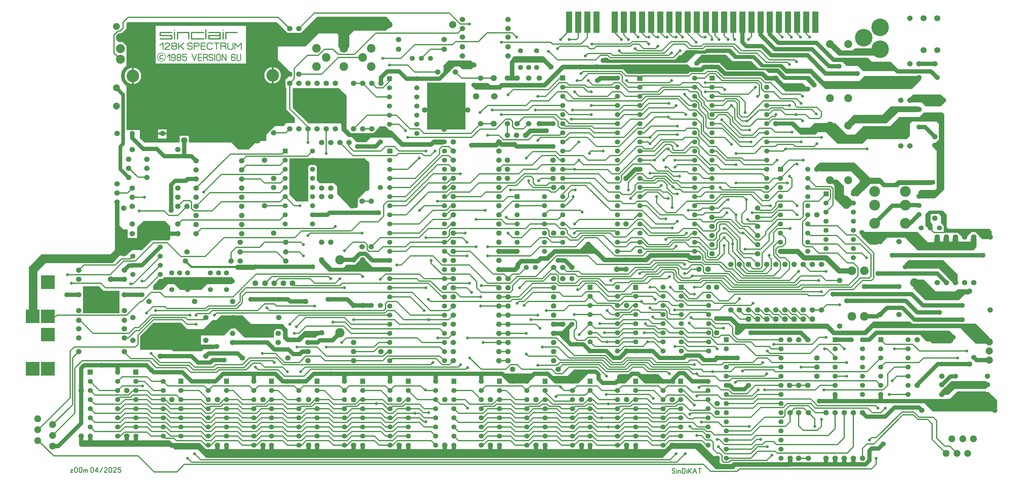
<source format=gbr>
%FSLAX34Y34*%
%MOMM*%
%LNCOPPER_TOP*%
G71*
G01*
%ADD10C,1.400*%
%ADD11C,1.400*%
%ADD12C,1.500*%
%ADD13C,0.300*%
%ADD14C,0.800*%
%ADD15C,1.700*%
%ADD16C,1.200*%
%ADD17C,0.400*%
%ADD18R,10.700X13.000*%
%ADD19C,1.500*%
%ADD20R,1.800X6.000*%
%ADD21C,0.238*%
%ADD22C,0.150*%
%ADD23C,1.300*%
%ADD24C,1.500*%
%ADD25C,1.600*%
%ADD26C,1.000*%
%ADD27C,0.900*%
%ADD28C,0.200*%
%ADD29C,1.800*%
%ADD30C,1.400*%
%ADD31C,1.600*%
%ADD32C,2.400*%
%ADD33C,1.800*%
%ADD34C,2.500*%
%ADD35C,1.900*%
%ADD36C,2.000*%
%ADD37C,1.900*%
%ADD38C,1.800*%
%ADD39C,2.600*%
%ADD40C,2.000*%
%ADD41C,3.000*%
%ADD42C,1.700*%
%ADD43C,2.200*%
%ADD44C,4.900*%
%ADD45C,3.500*%
%ADD46C,0.500*%
%ADD47C,0.222*%
%ADD48C,0.600*%
%ADD49C,1.100*%
%LPD*%
G36*
X1747290Y1116525D02*
X1747290Y1102525D01*
X1733290Y1102525D01*
X1733290Y1116525D01*
X1747290Y1116525D01*
G37*
X1740290Y1084125D02*
G54D10*
D03*
X1740290Y1058725D02*
G54D10*
D03*
X1740290Y1033325D02*
G54D10*
D03*
X1740290Y1007925D02*
G54D10*
D03*
X1740290Y982525D02*
G54D10*
D03*
X1740290Y957125D02*
G54D10*
D03*
X1740290Y931725D02*
G54D10*
D03*
X1740290Y906325D02*
G54D10*
D03*
X1740290Y880925D02*
G54D10*
D03*
X1740290Y855525D02*
G54D10*
D03*
X1740290Y830125D02*
G54D10*
D03*
X1740290Y804725D02*
G54D10*
D03*
X1740290Y779325D02*
G54D10*
D03*
X1740290Y753925D02*
G54D10*
D03*
X1740290Y728525D02*
G54D10*
D03*
X1740290Y703126D02*
G54D10*
D03*
X1740290Y677725D02*
G54D10*
D03*
X1740290Y652325D02*
G54D10*
D03*
X1740290Y626925D02*
G54D10*
D03*
X1892690Y626925D02*
G54D10*
D03*
X1892690Y652325D02*
G54D10*
D03*
X1892690Y677725D02*
G54D10*
D03*
X1892690Y703125D02*
G54D10*
D03*
X1892690Y728525D02*
G54D10*
D03*
X1892690Y753926D02*
G54D10*
D03*
X1892690Y779325D02*
G54D10*
D03*
X1892690Y804725D02*
G54D10*
D03*
X1892690Y830125D02*
G54D10*
D03*
X1892690Y855525D02*
G54D10*
D03*
X1892690Y880925D02*
G54D10*
D03*
X1892690Y906325D02*
G54D10*
D03*
X1892690Y931725D02*
G54D10*
D03*
X1892690Y957125D02*
G54D10*
D03*
X1892690Y982525D02*
G54D10*
D03*
X1892690Y1007925D02*
G54D10*
D03*
X1892690Y1033325D02*
G54D10*
D03*
X1892690Y1058725D02*
G54D10*
D03*
X1892690Y1084125D02*
G54D10*
D03*
X1892690Y1109525D02*
G54D10*
D03*
G36*
X1532163Y1117224D02*
X1532163Y1103224D01*
X1518163Y1103224D01*
X1518163Y1117224D01*
X1532163Y1117224D01*
G37*
X1525163Y1084824D02*
G54D10*
D03*
X1525163Y1059424D02*
G54D10*
D03*
X1525163Y1034024D02*
G54D10*
D03*
X1525163Y1008624D02*
G54D10*
D03*
X1525163Y983224D02*
G54D10*
D03*
X1525163Y957824D02*
G54D10*
D03*
X1525163Y932424D02*
G54D10*
D03*
X1525163Y907024D02*
G54D10*
D03*
X1525163Y881624D02*
G54D10*
D03*
X1525163Y856224D02*
G54D10*
D03*
X1525163Y830824D02*
G54D10*
D03*
X1525163Y805424D02*
G54D10*
D03*
X1525163Y780024D02*
G54D10*
D03*
X1525163Y754624D02*
G54D10*
D03*
X1525163Y729224D02*
G54D10*
D03*
X1525163Y703824D02*
G54D10*
D03*
X1525163Y678424D02*
G54D10*
D03*
X1525163Y653024D02*
G54D10*
D03*
X1525163Y627624D02*
G54D10*
D03*
X1677563Y627624D02*
G54D10*
D03*
X1677563Y653024D02*
G54D10*
D03*
X1677563Y678424D02*
G54D10*
D03*
X1677563Y703824D02*
G54D10*
D03*
X1677563Y729224D02*
G54D10*
D03*
X1677563Y754624D02*
G54D10*
D03*
X1677563Y780024D02*
G54D10*
D03*
X1677563Y805424D02*
G54D10*
D03*
X1677563Y830824D02*
G54D10*
D03*
X1677563Y856224D02*
G54D10*
D03*
X1677563Y881624D02*
G54D10*
D03*
X1677563Y907024D02*
G54D10*
D03*
X1677563Y932424D02*
G54D10*
D03*
X1677563Y957824D02*
G54D10*
D03*
X1677563Y983224D02*
G54D10*
D03*
X1677563Y1008624D02*
G54D10*
D03*
X1677563Y1034024D02*
G54D10*
D03*
X1677563Y1059424D02*
G54D10*
D03*
X1677563Y1084824D02*
G54D10*
D03*
X1677563Y1110224D02*
G54D10*
D03*
G36*
X1051010Y913666D02*
X1051010Y899666D01*
X1037010Y899666D01*
X1037010Y913666D01*
X1051010Y913666D01*
G37*
X1044010Y881266D02*
G54D10*
D03*
X1044010Y855866D02*
G54D10*
D03*
X1044010Y830466D02*
G54D10*
D03*
X1044010Y805066D02*
G54D10*
D03*
X1044010Y779666D02*
G54D10*
D03*
X1044010Y754266D02*
G54D10*
D03*
X1044010Y728866D02*
G54D10*
D03*
X1044010Y703466D02*
G54D10*
D03*
X1044010Y678066D02*
G54D10*
D03*
X1044010Y652666D02*
G54D10*
D03*
X1044010Y627266D02*
G54D10*
D03*
X1044010Y601866D02*
G54D10*
D03*
X1044010Y576466D02*
G54D10*
D03*
X1044010Y551066D02*
G54D10*
D03*
X1044010Y525666D02*
G54D10*
D03*
X1044010Y500266D02*
G54D10*
D03*
X1044010Y474866D02*
G54D10*
D03*
X1044010Y449466D02*
G54D10*
D03*
X1044010Y424066D02*
G54D10*
D03*
X1044010Y398666D02*
G54D10*
D03*
X1044010Y373266D02*
G54D10*
D03*
X1044010Y347866D02*
G54D10*
D03*
X1044010Y322466D02*
G54D10*
D03*
X1196410Y322466D02*
G54D10*
D03*
X1196410Y347866D02*
G54D10*
D03*
X1196410Y373266D02*
G54D10*
D03*
X1196410Y398666D02*
G54D10*
D03*
X1196410Y424066D02*
G54D10*
D03*
X1196410Y449466D02*
G54D10*
D03*
X1196410Y474866D02*
G54D10*
D03*
X1196410Y500266D02*
G54D10*
D03*
X1196410Y525666D02*
G54D10*
D03*
X1196410Y551066D02*
G54D10*
D03*
X1196410Y576466D02*
G54D10*
D03*
X1196410Y601866D02*
G54D10*
D03*
X1196410Y627266D02*
G54D10*
D03*
X1196410Y652666D02*
G54D10*
D03*
X1196410Y678066D02*
G54D10*
D03*
X1196410Y703466D02*
G54D10*
D03*
X1196410Y728866D02*
G54D10*
D03*
X1196410Y754266D02*
G54D10*
D03*
X1196410Y779666D02*
G54D10*
D03*
X1196410Y805066D02*
G54D10*
D03*
X1196410Y830466D02*
G54D10*
D03*
X1196410Y855866D02*
G54D10*
D03*
X1196410Y881266D02*
G54D10*
D03*
X1196410Y906666D02*
G54D10*
D03*
G36*
X1948512Y1116662D02*
X1948512Y1102662D01*
X1934512Y1102662D01*
X1934512Y1116662D01*
X1948512Y1116662D01*
G37*
X1941512Y1084262D02*
G54D10*
D03*
X1941512Y1058862D02*
G54D10*
D03*
X1941512Y1033462D02*
G54D10*
D03*
X1941512Y1008062D02*
G54D10*
D03*
X1941512Y982662D02*
G54D10*
D03*
X1941512Y957262D02*
G54D10*
D03*
X1941512Y931862D02*
G54D10*
D03*
X1941512Y906462D02*
G54D10*
D03*
X1941512Y881062D02*
G54D10*
D03*
X1941512Y855662D02*
G54D10*
D03*
X1941512Y830262D02*
G54D10*
D03*
X1941512Y804862D02*
G54D10*
D03*
X1941512Y779462D02*
G54D10*
D03*
X2093912Y779462D02*
G54D10*
D03*
X2093912Y804862D02*
G54D10*
D03*
X2093912Y830262D02*
G54D10*
D03*
X2093912Y855662D02*
G54D10*
D03*
X2093912Y881062D02*
G54D10*
D03*
X2093912Y906462D02*
G54D10*
D03*
X2093912Y931862D02*
G54D10*
D03*
X2093912Y957262D02*
G54D10*
D03*
X2093912Y982662D02*
G54D10*
D03*
X2093912Y1008062D02*
G54D10*
D03*
X2093912Y1033462D02*
G54D10*
D03*
X2093912Y1058862D02*
G54D10*
D03*
X2093912Y1084262D02*
G54D10*
D03*
X2093912Y1109662D02*
G54D10*
D03*
G36*
X1988200Y388000D02*
X1988200Y374000D01*
X1974200Y374000D01*
X1974200Y388000D01*
X1988200Y388000D01*
G37*
X1981200Y355600D02*
G54D10*
D03*
X1981200Y330200D02*
G54D10*
D03*
X1981200Y304800D02*
G54D10*
D03*
X1981200Y279400D02*
G54D10*
D03*
X1981200Y254000D02*
G54D10*
D03*
X1981200Y228600D02*
G54D10*
D03*
X1981200Y203200D02*
G54D10*
D03*
X1981200Y177800D02*
G54D10*
D03*
X1981200Y152400D02*
G54D10*
D03*
X1981200Y127000D02*
G54D10*
D03*
X1981200Y101600D02*
G54D10*
D03*
X1981200Y76200D02*
G54D10*
D03*
X1981200Y50800D02*
G54D10*
D03*
X2133600Y50800D02*
G54D10*
D03*
X2133600Y76200D02*
G54D10*
D03*
X2133600Y101600D02*
G54D10*
D03*
X2133600Y127000D02*
G54D10*
D03*
X2133600Y152400D02*
G54D10*
D03*
X2133600Y177800D02*
G54D10*
D03*
X2133600Y203200D02*
G54D10*
D03*
X2133600Y228600D02*
G54D10*
D03*
X2133600Y254000D02*
G54D10*
D03*
X2133600Y279400D02*
G54D10*
D03*
X2133600Y304800D02*
G54D10*
D03*
X2133600Y330200D02*
G54D10*
D03*
X2133600Y355600D02*
G54D10*
D03*
X2133600Y381000D02*
G54D10*
D03*
G36*
X216550Y297512D02*
X216550Y283512D01*
X202550Y283512D01*
X202550Y297512D01*
X216550Y297512D01*
G37*
X209550Y265112D02*
G54D10*
D03*
X209550Y239712D02*
G54D10*
D03*
X209550Y214312D02*
G54D10*
D03*
X209550Y188912D02*
G54D10*
D03*
X209550Y163512D02*
G54D10*
D03*
X209550Y138112D02*
G54D10*
D03*
X209550Y112712D02*
G54D10*
D03*
X285750Y112712D02*
G54D10*
D03*
X285750Y138112D02*
G54D10*
D03*
X285750Y163512D02*
G54D10*
D03*
X285750Y188912D02*
G54D10*
D03*
X285750Y214312D02*
G54D10*
D03*
X285750Y239712D02*
G54D10*
D03*
X285750Y265112D02*
G54D10*
D03*
X285750Y290512D02*
G54D10*
D03*
G36*
X343550Y297512D02*
X343550Y283512D01*
X329550Y283512D01*
X329550Y297512D01*
X343550Y297512D01*
G37*
X336550Y265112D02*
G54D10*
D03*
X336550Y239712D02*
G54D10*
D03*
X336550Y214312D02*
G54D10*
D03*
X336550Y188912D02*
G54D10*
D03*
X336550Y163512D02*
G54D10*
D03*
X336550Y138112D02*
G54D10*
D03*
X336550Y112712D02*
G54D10*
D03*
X412750Y112712D02*
G54D10*
D03*
X412750Y138112D02*
G54D10*
D03*
X412750Y163512D02*
G54D10*
D03*
X412750Y188912D02*
G54D10*
D03*
X412750Y214312D02*
G54D10*
D03*
X412750Y239712D02*
G54D10*
D03*
X412750Y265112D02*
G54D10*
D03*
X412750Y290512D02*
G54D10*
D03*
G36*
X468962Y272112D02*
X468962Y258112D01*
X454962Y258112D01*
X454962Y272112D01*
X468962Y272112D01*
G37*
X461962Y239712D02*
G54D10*
D03*
X461962Y214312D02*
G54D10*
D03*
X461962Y188912D02*
G54D10*
D03*
X461962Y163512D02*
G54D10*
D03*
X461962Y138112D02*
G54D10*
D03*
X461962Y112712D02*
G54D10*
D03*
X461962Y87312D02*
G54D10*
D03*
X538162Y87312D02*
G54D10*
D03*
X538162Y112712D02*
G54D10*
D03*
X538162Y138112D02*
G54D10*
D03*
X538162Y163512D02*
G54D10*
D03*
X538162Y188912D02*
G54D10*
D03*
X538162Y214312D02*
G54D10*
D03*
X538162Y239712D02*
G54D10*
D03*
X538162Y265112D02*
G54D10*
D03*
G36*
X595962Y272112D02*
X595962Y258112D01*
X581962Y258112D01*
X581962Y272112D01*
X595962Y272112D01*
G37*
X588962Y239712D02*
G54D10*
D03*
X588962Y214312D02*
G54D10*
D03*
X588962Y188912D02*
G54D10*
D03*
X588962Y163512D02*
G54D10*
D03*
X588962Y138112D02*
G54D10*
D03*
X588962Y112712D02*
G54D10*
D03*
X588962Y87312D02*
G54D10*
D03*
X665162Y87312D02*
G54D10*
D03*
X665162Y112712D02*
G54D10*
D03*
X665162Y138112D02*
G54D10*
D03*
X665162Y163512D02*
G54D10*
D03*
X665162Y188912D02*
G54D10*
D03*
X665162Y214312D02*
G54D10*
D03*
X665162Y239712D02*
G54D10*
D03*
X665162Y265112D02*
G54D10*
D03*
G36*
X721375Y272112D02*
X721375Y258112D01*
X707375Y258112D01*
X707375Y272112D01*
X721375Y272112D01*
G37*
X714375Y239712D02*
G54D10*
D03*
X714375Y214312D02*
G54D10*
D03*
X714375Y188912D02*
G54D10*
D03*
X714375Y163512D02*
G54D10*
D03*
X714375Y138112D02*
G54D10*
D03*
X714375Y112712D02*
G54D10*
D03*
X714375Y87312D02*
G54D10*
D03*
X790575Y87312D02*
G54D10*
D03*
X790575Y112712D02*
G54D10*
D03*
X790575Y138112D02*
G54D10*
D03*
X790575Y163512D02*
G54D10*
D03*
X790575Y188912D02*
G54D10*
D03*
X790575Y214312D02*
G54D10*
D03*
X790575Y239712D02*
G54D10*
D03*
X790575Y265112D02*
G54D10*
D03*
G36*
X848375Y272112D02*
X848375Y258112D01*
X834375Y258112D01*
X834375Y272112D01*
X848375Y272112D01*
G37*
X841375Y239712D02*
G54D10*
D03*
X841375Y214312D02*
G54D10*
D03*
X841375Y188912D02*
G54D10*
D03*
X841375Y163512D02*
G54D10*
D03*
X841375Y138112D02*
G54D10*
D03*
X841375Y112712D02*
G54D10*
D03*
X841375Y87312D02*
G54D10*
D03*
X917575Y87312D02*
G54D10*
D03*
X917575Y112712D02*
G54D10*
D03*
X917575Y138112D02*
G54D10*
D03*
X917575Y163512D02*
G54D10*
D03*
X917575Y188912D02*
G54D10*
D03*
X917575Y214312D02*
G54D10*
D03*
X917575Y239712D02*
G54D10*
D03*
X917575Y265112D02*
G54D10*
D03*
G36*
X975375Y272112D02*
X975375Y258112D01*
X961375Y258112D01*
X961375Y272112D01*
X975375Y272112D01*
G37*
X968375Y239712D02*
G54D10*
D03*
X968375Y214312D02*
G54D10*
D03*
X968375Y188912D02*
G54D10*
D03*
X968375Y163512D02*
G54D10*
D03*
X968375Y138112D02*
G54D10*
D03*
X968375Y112712D02*
G54D10*
D03*
X968375Y87312D02*
G54D10*
D03*
X1044575Y87312D02*
G54D10*
D03*
X1044575Y112712D02*
G54D10*
D03*
X1044575Y138112D02*
G54D10*
D03*
X1044575Y163512D02*
G54D10*
D03*
X1044575Y188912D02*
G54D10*
D03*
X1044575Y214312D02*
G54D10*
D03*
X1044575Y239712D02*
G54D10*
D03*
X1044575Y265112D02*
G54D10*
D03*
G36*
X1102375Y272112D02*
X1102375Y258112D01*
X1088375Y258112D01*
X1088375Y272112D01*
X1102375Y272112D01*
G37*
X1095375Y239712D02*
G54D10*
D03*
X1095375Y214312D02*
G54D10*
D03*
X1095375Y188912D02*
G54D10*
D03*
X1095375Y163512D02*
G54D10*
D03*
X1095375Y138112D02*
G54D10*
D03*
X1095375Y112712D02*
G54D10*
D03*
X1095375Y87312D02*
G54D10*
D03*
X1171575Y87312D02*
G54D10*
D03*
X1171575Y112712D02*
G54D10*
D03*
X1171575Y138112D02*
G54D10*
D03*
X1171575Y163512D02*
G54D10*
D03*
X1171575Y188912D02*
G54D10*
D03*
X1171575Y214312D02*
G54D10*
D03*
X1171575Y239712D02*
G54D10*
D03*
X1171575Y265112D02*
G54D10*
D03*
G36*
X1229375Y272112D02*
X1229375Y258112D01*
X1215375Y258112D01*
X1215375Y272112D01*
X1229375Y272112D01*
G37*
X1222375Y239712D02*
G54D10*
D03*
X1222375Y214312D02*
G54D10*
D03*
X1222375Y188912D02*
G54D10*
D03*
X1222375Y163512D02*
G54D10*
D03*
X1222375Y138112D02*
G54D10*
D03*
X1222375Y112712D02*
G54D10*
D03*
X1222375Y87312D02*
G54D10*
D03*
X1298575Y87312D02*
G54D10*
D03*
X1298575Y112712D02*
G54D10*
D03*
X1298575Y138112D02*
G54D10*
D03*
X1298575Y163512D02*
G54D10*
D03*
X1298575Y188912D02*
G54D10*
D03*
X1298575Y214312D02*
G54D10*
D03*
X1298575Y239712D02*
G54D10*
D03*
X1298575Y265112D02*
G54D10*
D03*
G36*
X1356375Y272112D02*
X1356375Y258112D01*
X1342375Y258112D01*
X1342375Y272112D01*
X1356375Y272112D01*
G37*
X1349375Y239712D02*
G54D10*
D03*
X1349375Y214312D02*
G54D10*
D03*
X1349375Y188912D02*
G54D10*
D03*
X1349375Y163512D02*
G54D10*
D03*
X1349375Y138112D02*
G54D10*
D03*
X1349375Y112712D02*
G54D10*
D03*
X1349375Y87312D02*
G54D10*
D03*
X1425575Y87312D02*
G54D10*
D03*
X1425575Y112712D02*
G54D10*
D03*
X1425575Y138112D02*
G54D10*
D03*
X1425575Y163512D02*
G54D10*
D03*
X1425575Y188912D02*
G54D10*
D03*
X1425575Y214312D02*
G54D10*
D03*
X1425575Y239712D02*
G54D10*
D03*
X1425575Y265112D02*
G54D10*
D03*
G36*
X1483375Y272112D02*
X1483375Y258112D01*
X1469375Y258112D01*
X1469375Y272112D01*
X1483375Y272112D01*
G37*
X1476375Y239712D02*
G54D10*
D03*
X1476375Y214312D02*
G54D10*
D03*
X1476375Y188912D02*
G54D10*
D03*
X1476375Y163512D02*
G54D10*
D03*
X1476375Y138112D02*
G54D10*
D03*
X1476375Y112712D02*
G54D10*
D03*
X1476375Y87312D02*
G54D10*
D03*
X1552575Y87312D02*
G54D10*
D03*
X1552575Y112712D02*
G54D10*
D03*
X1552575Y138112D02*
G54D10*
D03*
X1552575Y163512D02*
G54D10*
D03*
X1552575Y188912D02*
G54D10*
D03*
X1552575Y214312D02*
G54D10*
D03*
X1552575Y239712D02*
G54D10*
D03*
X1552575Y265112D02*
G54D10*
D03*
G36*
X1608788Y272112D02*
X1608788Y258112D01*
X1594788Y258112D01*
X1594788Y272112D01*
X1608788Y272112D01*
G37*
X1601788Y239712D02*
G54D10*
D03*
X1601788Y214312D02*
G54D10*
D03*
X1601788Y188912D02*
G54D10*
D03*
X1601788Y163512D02*
G54D10*
D03*
X1601788Y138112D02*
G54D10*
D03*
X1601788Y112712D02*
G54D10*
D03*
X1601788Y87312D02*
G54D10*
D03*
X1677988Y87312D02*
G54D10*
D03*
X1677988Y112712D02*
G54D10*
D03*
X1677988Y138112D02*
G54D10*
D03*
X1677988Y163512D02*
G54D10*
D03*
X1677988Y188912D02*
G54D10*
D03*
X1677988Y214312D02*
G54D10*
D03*
X1677988Y239712D02*
G54D10*
D03*
X1677988Y265112D02*
G54D10*
D03*
G36*
X1735788Y272112D02*
X1735788Y258112D01*
X1721788Y258112D01*
X1721788Y272112D01*
X1735788Y272112D01*
G37*
X1728788Y239712D02*
G54D10*
D03*
X1728788Y214312D02*
G54D10*
D03*
X1728788Y188912D02*
G54D10*
D03*
X1728788Y163512D02*
G54D10*
D03*
X1728788Y138112D02*
G54D10*
D03*
X1728788Y112712D02*
G54D10*
D03*
X1728788Y87312D02*
G54D10*
D03*
X1804988Y87312D02*
G54D10*
D03*
X1804988Y112712D02*
G54D10*
D03*
X1804988Y138112D02*
G54D10*
D03*
X1804988Y163512D02*
G54D10*
D03*
X1804988Y188912D02*
G54D10*
D03*
X1804988Y214312D02*
G54D10*
D03*
X1804988Y239712D02*
G54D10*
D03*
X1804988Y265112D02*
G54D10*
D03*
G36*
X1861200Y272112D02*
X1861200Y258112D01*
X1847200Y258112D01*
X1847200Y272112D01*
X1861200Y272112D01*
G37*
X1854200Y239712D02*
G54D10*
D03*
X1854200Y214312D02*
G54D10*
D03*
X1854200Y188912D02*
G54D10*
D03*
X1854200Y163512D02*
G54D10*
D03*
X1854200Y138112D02*
G54D10*
D03*
X1854200Y112712D02*
G54D10*
D03*
X1854200Y87312D02*
G54D10*
D03*
X1930400Y87312D02*
G54D10*
D03*
X1930400Y112712D02*
G54D10*
D03*
X1930400Y138112D02*
G54D10*
D03*
X1930400Y163512D02*
G54D10*
D03*
X1930400Y188912D02*
G54D10*
D03*
X1930400Y214312D02*
G54D10*
D03*
X1930400Y239712D02*
G54D10*
D03*
X1930400Y265112D02*
G54D10*
D03*
G36*
X2291412Y388000D02*
X2291412Y374000D01*
X2277412Y374000D01*
X2277412Y388000D01*
X2291412Y388000D01*
G37*
X2284412Y355600D02*
G54D10*
D03*
X2284412Y330200D02*
G54D10*
D03*
X2284412Y304800D02*
G54D10*
D03*
X2284412Y279400D02*
G54D10*
D03*
X2284412Y254000D02*
G54D10*
D03*
X2284412Y228600D02*
G54D10*
D03*
X2360612Y228600D02*
G54D10*
D03*
X2360612Y254000D02*
G54D10*
D03*
X2360612Y279400D02*
G54D10*
D03*
X2360612Y304800D02*
G54D10*
D03*
X2360612Y330200D02*
G54D10*
D03*
X2360612Y355600D02*
G54D10*
D03*
X2360612Y381000D02*
G54D10*
D03*
G36*
X2418412Y388000D02*
X2418412Y374000D01*
X2404412Y374000D01*
X2404412Y388000D01*
X2418412Y388000D01*
G37*
X2411412Y355600D02*
G54D10*
D03*
X2411412Y330200D02*
G54D10*
D03*
X2411412Y304800D02*
G54D10*
D03*
X2411412Y279400D02*
G54D10*
D03*
X2411412Y254000D02*
G54D10*
D03*
X2411412Y228600D02*
G54D10*
D03*
X2487612Y228600D02*
G54D10*
D03*
X2487612Y254000D02*
G54D10*
D03*
X2487612Y279400D02*
G54D10*
D03*
X2487612Y304800D02*
G54D10*
D03*
X2487612Y330200D02*
G54D10*
D03*
X2487612Y355600D02*
G54D10*
D03*
X2487612Y381000D02*
G54D10*
D03*
G36*
X1608788Y534050D02*
X1608788Y520050D01*
X1594788Y520050D01*
X1594788Y534050D01*
X1608788Y534050D01*
G37*
X1601788Y501650D02*
G54D10*
D03*
X1601788Y476250D02*
G54D10*
D03*
X1601788Y450850D02*
G54D10*
D03*
X1601788Y425450D02*
G54D10*
D03*
X1601788Y400050D02*
G54D10*
D03*
X1601788Y374650D02*
G54D10*
D03*
X1601788Y349250D02*
G54D10*
D03*
X1677988Y349250D02*
G54D10*
D03*
X1677988Y374650D02*
G54D10*
D03*
X1677988Y400050D02*
G54D10*
D03*
X1677988Y425450D02*
G54D10*
D03*
X1677988Y450850D02*
G54D10*
D03*
X1677988Y476250D02*
G54D10*
D03*
X1677988Y501650D02*
G54D10*
D03*
X1677988Y527050D02*
G54D10*
D03*
G36*
X1735788Y534050D02*
X1735788Y520050D01*
X1721788Y520050D01*
X1721788Y534050D01*
X1735788Y534050D01*
G37*
X1728788Y501650D02*
G54D10*
D03*
X1728788Y476250D02*
G54D10*
D03*
X1728788Y450850D02*
G54D10*
D03*
X1728788Y425450D02*
G54D10*
D03*
X1728788Y400050D02*
G54D10*
D03*
X1728788Y374650D02*
G54D10*
D03*
X1728788Y349250D02*
G54D10*
D03*
X1804988Y349250D02*
G54D10*
D03*
X1804988Y374650D02*
G54D10*
D03*
X1804988Y400050D02*
G54D10*
D03*
X1804988Y425450D02*
G54D10*
D03*
X1804988Y450850D02*
G54D10*
D03*
X1804988Y476250D02*
G54D10*
D03*
X1804988Y501650D02*
G54D10*
D03*
X1804988Y527050D02*
G54D10*
D03*
G36*
X1862788Y534050D02*
X1862788Y520050D01*
X1848788Y520050D01*
X1848788Y534050D01*
X1862788Y534050D01*
G37*
X1855788Y501650D02*
G54D10*
D03*
X1855788Y476250D02*
G54D10*
D03*
X1855788Y450850D02*
G54D10*
D03*
X1855788Y425450D02*
G54D10*
D03*
X1855788Y400050D02*
G54D10*
D03*
X1855788Y374650D02*
G54D10*
D03*
X1855788Y349250D02*
G54D10*
D03*
X1931988Y349250D02*
G54D10*
D03*
X1931988Y374650D02*
G54D10*
D03*
X1931988Y400050D02*
G54D10*
D03*
X1931988Y425450D02*
G54D10*
D03*
X1931988Y450850D02*
G54D10*
D03*
X1931988Y476250D02*
G54D10*
D03*
X1931988Y501650D02*
G54D10*
D03*
X1931988Y527050D02*
G54D10*
D03*
G36*
X2266012Y794400D02*
X2266012Y780400D01*
X2252012Y780400D01*
X2252012Y794400D01*
X2266012Y794400D01*
G37*
X2259012Y762000D02*
G54D10*
D03*
X2259012Y736600D02*
G54D10*
D03*
X2259012Y711200D02*
G54D10*
D03*
X2259012Y685800D02*
G54D10*
D03*
X2259012Y660400D02*
G54D10*
D03*
X2259012Y635000D02*
G54D10*
D03*
X2259012Y609600D02*
G54D10*
D03*
X2335212Y609600D02*
G54D10*
D03*
X2335212Y635000D02*
G54D10*
D03*
X2335212Y660400D02*
G54D10*
D03*
X2335212Y685800D02*
G54D10*
D03*
X2335212Y711200D02*
G54D10*
D03*
X2335212Y736600D02*
G54D10*
D03*
X2335212Y762000D02*
G54D10*
D03*
X2335212Y787400D02*
G54D10*
D03*
G36*
X2139012Y862662D02*
X2139012Y848662D01*
X2125012Y848662D01*
X2125012Y862662D01*
X2139012Y862662D01*
G37*
X2132012Y830262D02*
G54D10*
D03*
X2132012Y804862D02*
G54D10*
D03*
X2132012Y779462D02*
G54D10*
D03*
X2132012Y754062D02*
G54D10*
D03*
X2132012Y728662D02*
G54D10*
D03*
X2132012Y703262D02*
G54D10*
D03*
X2132012Y677862D02*
G54D10*
D03*
X2132012Y652462D02*
G54D10*
D03*
X2132012Y627062D02*
G54D10*
D03*
X2208212Y627062D02*
G54D10*
D03*
X2208212Y652462D02*
G54D10*
D03*
X2208212Y677862D02*
G54D10*
D03*
X2208212Y703262D02*
G54D10*
D03*
X2208212Y728662D02*
G54D10*
D03*
X2208212Y754062D02*
G54D10*
D03*
X2208212Y779462D02*
G54D10*
D03*
X2208212Y804862D02*
G54D10*
D03*
X2208212Y830262D02*
G54D10*
D03*
X2208212Y855662D02*
G54D10*
D03*
G36*
X1405588Y786462D02*
X1405588Y772462D01*
X1391588Y772462D01*
X1391588Y786462D01*
X1405588Y786462D01*
G37*
X1398588Y754062D02*
G54D10*
D03*
X1398588Y728662D02*
G54D10*
D03*
X1398588Y703262D02*
G54D10*
D03*
X1398588Y677862D02*
G54D10*
D03*
X1398588Y652462D02*
G54D10*
D03*
X1398588Y627062D02*
G54D10*
D03*
X1474788Y627062D02*
G54D10*
D03*
X1474788Y652462D02*
G54D10*
D03*
X1474788Y677862D02*
G54D10*
D03*
X1474788Y703262D02*
G54D10*
D03*
X1474788Y728662D02*
G54D10*
D03*
X1474788Y754062D02*
G54D10*
D03*
X1474788Y779462D02*
G54D10*
D03*
G36*
X1049988Y1115075D02*
X1049988Y1101075D01*
X1035988Y1101075D01*
X1035988Y1115075D01*
X1049988Y1115075D01*
G37*
X1042988Y1082675D02*
G54D11*
D03*
X1042988Y1057275D02*
G54D11*
D03*
X1042988Y1031875D02*
G54D11*
D03*
X1042988Y1006475D02*
G54D11*
D03*
X1042988Y981075D02*
G54D11*
D03*
X1042988Y955675D02*
G54D11*
D03*
X1119188Y955675D02*
G54D11*
D03*
X1119188Y981075D02*
G54D11*
D03*
X1119188Y1006475D02*
G54D11*
D03*
X1119188Y1031875D02*
G54D11*
D03*
X1119188Y1057275D02*
G54D11*
D03*
X1119188Y1082675D02*
G54D11*
D03*
X1119188Y1108075D02*
G54D11*
D03*
G36*
X759475Y913462D02*
X759475Y899462D01*
X745475Y899462D01*
X745475Y913462D01*
X759475Y913462D01*
G37*
X752475Y881062D02*
G54D10*
D03*
X752475Y855662D02*
G54D10*
D03*
X752475Y830262D02*
G54D10*
D03*
X752475Y804862D02*
G54D10*
D03*
X752475Y779462D02*
G54D10*
D03*
X752475Y754062D02*
G54D10*
D03*
X752475Y728662D02*
G54D10*
D03*
X752475Y703262D02*
G54D10*
D03*
X828675Y703262D02*
G54D10*
D03*
X828675Y728662D02*
G54D10*
D03*
X828675Y754062D02*
G54D10*
D03*
X828675Y779462D02*
G54D10*
D03*
X828675Y804862D02*
G54D10*
D03*
X828675Y830262D02*
G54D10*
D03*
X828675Y855662D02*
G54D10*
D03*
X828675Y881062D02*
G54D10*
D03*
X828675Y906462D02*
G54D10*
D03*
X993775Y1095375D02*
G54D12*
D03*
X993775Y968375D02*
G54D12*
D03*
X942975Y1095375D02*
G54D12*
D03*
X942975Y968375D02*
G54D12*
D03*
X1019175Y1095375D02*
G54D12*
D03*
X1019175Y968375D02*
G54D12*
D03*
X968375Y1095375D02*
G54D12*
D03*
X968375Y968375D02*
G54D12*
D03*
G54D13*
X993775Y1095375D02*
X1006475Y1082675D01*
X1025525Y1082675D01*
X1042988Y1100138D01*
X1042988Y1108075D01*
G54D13*
X942975Y1095375D02*
X968375Y1095375D01*
X1006475Y1057275D01*
X1042988Y1057275D01*
X1087438Y963612D02*
G54D14*
D03*
G54D13*
X1042988Y981075D02*
X1069975Y981075D01*
X1087438Y963612D01*
X1296988Y1109662D02*
G54D12*
D03*
X1296988Y982662D02*
G54D12*
D03*
X1333500Y1109662D02*
G54D15*
D03*
X1333500Y982662D02*
G54D15*
D03*
G54D13*
X968375Y968375D02*
X993775Y968375D01*
G54D13*
X942975Y968375D02*
X981075Y1006475D01*
X1042988Y1006475D01*
X1062038Y1006475D01*
X1100138Y968375D01*
X1127125Y968375D01*
X1139825Y955675D01*
X1270000Y955675D01*
X1296988Y982662D01*
X1333500Y982662D01*
X1226325Y1127125D02*
G54D12*
D03*
X1177925Y1127125D02*
G54D12*
D03*
G54D13*
X1333500Y1109662D02*
X1296988Y1109662D01*
X1243788Y1109662D01*
X1226325Y1127125D01*
X1042988Y1146175D02*
G54D14*
D03*
G54D13*
X1042988Y1146175D02*
X1093788Y1146175D01*
X1112838Y1127125D01*
X1177925Y1127125D01*
G54D16*
X1019175Y1095375D02*
X1019175Y1111250D01*
X1036638Y1128712D01*
X1069975Y1128712D01*
X1090612Y1108075D01*
X1119188Y1108075D01*
X1182688Y1108075D01*
X1222375Y1147762D01*
X1276350Y1147762D01*
X1277938Y1146175D01*
X1277937Y1146175D02*
G54D11*
D03*
G36*
X1277937Y1146175D02*
X1277937Y1147763D01*
X1268412Y1157288D01*
X1208088Y1157288D01*
X1195388Y1144588D01*
X1195388Y1127125D01*
X1195388Y1130300D01*
X1219200Y1154112D01*
X1270000Y1154112D01*
X1277937Y1146175D01*
G37*
G54D17*
X1277937Y1146175D02*
X1277937Y1147763D01*
X1268412Y1157288D01*
X1208088Y1157288D01*
X1195388Y1144588D01*
X1195388Y1127125D01*
X1195388Y1130300D01*
X1219200Y1154112D01*
X1270000Y1154112D01*
X1277937Y1146175D01*
G36*
X1277937Y1146175D02*
X1277937Y1144587D01*
X1270000Y1136650D01*
X1246188Y1136650D01*
X1239838Y1143000D01*
X1274762Y1143000D01*
X1277937Y1146175D01*
G37*
G54D17*
X1277937Y1146175D02*
X1277937Y1144587D01*
X1270000Y1136650D01*
X1246188Y1136650D01*
X1239838Y1143000D01*
X1274762Y1143000D01*
X1277937Y1146175D01*
X1201312Y1031874D02*
G54D18*
D03*
X1195387Y966788D02*
G54D11*
D03*
X1141413Y1020762D02*
G54D19*
D03*
X1260475Y1020762D02*
G54D19*
D03*
X1143000Y241300D02*
G54D14*
D03*
G54D13*
X1171575Y239712D02*
X1144588Y239712D01*
X1143000Y241300D01*
X1141412Y241300D01*
X1130300Y252412D01*
X1057275Y252412D01*
X1044575Y239712D01*
X1031875Y252412D01*
X930275Y252412D01*
X917575Y239712D01*
X904875Y252412D01*
X803275Y252412D01*
X790575Y239712D01*
X777875Y252412D01*
X677862Y252412D01*
X665162Y239712D01*
X652462Y252412D01*
X550862Y252412D01*
X538162Y239712D01*
X538162Y241300D01*
X527050Y252412D01*
X425450Y252412D01*
X412750Y265112D01*
X381000Y265112D01*
X368300Y277812D01*
X298450Y277812D01*
X285750Y265112D01*
G54D13*
X1044010Y855866D02*
X1093991Y855866D01*
X1125538Y887412D01*
X1125538Y887412D02*
G54D14*
D03*
X1911350Y151400D02*
G54D14*
D03*
G54D13*
X1911350Y151400D02*
X1959388Y151400D01*
X1970088Y139700D01*
X2044700Y139700D01*
X2044700Y139700D02*
G54D14*
D03*
X1144588Y152400D02*
G54D14*
D03*
G54D13*
X1144588Y152400D02*
X1138238Y152400D01*
X1127125Y163512D01*
X1095375Y163512D01*
X1065212Y163512D01*
X1052512Y150812D01*
X1031875Y150812D01*
X1019175Y163512D01*
X968375Y163512D01*
X938212Y163512D01*
X923925Y150812D01*
X887412Y150812D01*
X874712Y163512D01*
X841375Y163512D01*
X811212Y163512D01*
X798512Y150812D01*
X758825Y150812D01*
X746125Y163512D01*
X714375Y163512D01*
X685800Y163512D01*
X673100Y150812D01*
X633412Y150812D01*
X620712Y163512D01*
X588962Y163512D01*
X558800Y163512D01*
X546100Y150812D01*
X531812Y150812D01*
X519112Y163512D01*
X461962Y163512D01*
X433388Y163512D01*
X420688Y176212D01*
X381000Y176212D01*
X368300Y188912D01*
X336550Y188912D01*
X306388Y188912D01*
X293688Y176212D01*
X222250Y176212D01*
X209550Y188912D01*
G54D13*
X1095375Y112712D02*
X1065212Y112712D01*
X1052512Y100012D01*
X1014412Y100012D01*
X1001712Y112712D01*
X968375Y112712D01*
X938212Y112712D01*
X925512Y100012D01*
X887412Y100012D01*
X874712Y112712D01*
X841375Y112712D01*
X811212Y112712D01*
X798512Y100012D01*
X758825Y100012D01*
X746125Y112712D01*
X714375Y112712D01*
X685800Y112712D01*
X673100Y100012D01*
X633412Y100012D01*
X620712Y112712D01*
X588962Y112712D01*
X558800Y112712D01*
X546100Y100012D01*
X531812Y100012D01*
X519112Y112712D01*
X461962Y112712D01*
X433388Y112712D01*
X420688Y125412D01*
X381000Y125412D01*
X368300Y138112D01*
X336550Y138112D01*
X306388Y138112D01*
X293688Y125412D01*
X222250Y125412D01*
X209550Y138112D01*
G54D13*
X1095375Y138112D02*
X1065212Y138112D01*
X1052512Y125412D01*
X1031875Y125412D01*
X1019175Y138112D01*
X938212Y138112D01*
X925512Y125412D01*
X887412Y125412D01*
X874712Y138112D01*
X841375Y138112D01*
X811212Y138112D01*
X798512Y125412D01*
X758825Y125412D01*
X746125Y138112D01*
X714375Y138112D01*
X685800Y138112D01*
X673100Y125412D01*
X633412Y125412D01*
X620712Y138112D01*
X588962Y138112D01*
X558800Y138112D01*
X546100Y125412D01*
X531812Y125412D01*
X519112Y138112D01*
X461962Y138112D01*
X433388Y138112D01*
X420688Y150812D01*
X381000Y150812D01*
X368300Y163512D01*
X336550Y163512D01*
X306388Y163512D01*
X293688Y150812D01*
X222250Y150812D01*
X209550Y163512D01*
X1114425Y176212D02*
G54D14*
D03*
G54D13*
X1171575Y163512D02*
X1139825Y163512D01*
X1127125Y176212D01*
X1114425Y176212D01*
G54D13*
X1171575Y138112D02*
X1139825Y138112D01*
X1127125Y150812D01*
X1065212Y150812D01*
X1052512Y138112D01*
X1044575Y138112D01*
X1031875Y138112D01*
X1019175Y150812D01*
X938212Y150812D01*
X925512Y138112D01*
X917575Y138112D01*
X887412Y138112D01*
X874712Y150812D01*
X811212Y150812D01*
X798512Y138112D01*
X790575Y138112D01*
X758825Y138112D01*
X746125Y150812D01*
X685800Y150812D01*
X673100Y138112D01*
X665162Y138112D01*
X633412Y138112D01*
X620712Y150812D01*
X558800Y150812D01*
X546100Y138112D01*
X538162Y138112D01*
X531812Y138112D01*
X519112Y150812D01*
X433388Y150812D01*
X420688Y163512D01*
X412750Y163512D01*
X381000Y163512D01*
X368300Y176212D01*
X306388Y176212D01*
X293688Y163512D01*
X285750Y163512D01*
G54D13*
X1114425Y176212D02*
X1065212Y176212D01*
X1052512Y163512D01*
X1044575Y163512D01*
X1031875Y163512D01*
X1019175Y176212D01*
X938212Y176212D01*
X925512Y163512D01*
X917575Y163512D01*
X887412Y163512D01*
X874712Y176212D01*
X811212Y176212D01*
X798512Y163512D01*
X790575Y163512D01*
X758825Y163512D01*
X746125Y176212D01*
X685800Y176212D01*
X673100Y163512D01*
X665162Y163512D01*
X633412Y163512D01*
X620712Y176212D01*
X558800Y176212D01*
X546100Y163512D01*
X538162Y163512D01*
X531812Y163512D01*
X519112Y176212D01*
X433388Y176212D01*
X420688Y188912D01*
X412750Y188912D01*
X381000Y188912D01*
X368300Y201612D01*
X306388Y201612D01*
X293688Y188912D01*
X285750Y188912D01*
G54D13*
X1171575Y112712D02*
X1158875Y125412D01*
X1065212Y125412D01*
X1052512Y112712D01*
X1044575Y112712D01*
X1031875Y112712D01*
X1019175Y125412D01*
X938212Y125412D01*
X925512Y112712D01*
X887412Y112712D01*
X874712Y125412D01*
X811212Y125412D01*
X798512Y112712D01*
X790575Y112712D01*
X758825Y112712D01*
X746125Y125412D01*
X685800Y125412D01*
X673100Y112712D01*
X665162Y112712D01*
X633412Y112712D01*
X620712Y125412D01*
X558800Y125412D01*
X546100Y112712D01*
X538162Y112712D01*
X531812Y112712D01*
X519112Y125412D01*
X433388Y125412D01*
X420688Y138112D01*
X412750Y138112D01*
X381000Y138112D01*
X368300Y150812D01*
X306388Y150812D01*
X293688Y138112D01*
X285750Y138112D01*
X1006475Y203200D02*
G54D14*
D03*
G54D13*
X1171575Y188912D02*
X1139825Y188912D01*
X1127125Y201612D01*
X1085850Y201612D01*
X1079500Y195262D01*
X1050925Y195262D01*
X1044575Y188912D01*
X1038225Y188912D01*
X1023938Y203200D01*
X1006475Y203200D01*
X960438Y203200D01*
X952500Y195262D01*
X923925Y195262D01*
X917575Y188912D01*
X887412Y188912D01*
X873125Y203200D01*
X835025Y203200D01*
X827088Y195262D01*
X796925Y195262D01*
X790575Y188912D01*
X758825Y188912D01*
X746125Y201612D01*
X706438Y201612D01*
X700088Y195262D01*
X671512Y195262D01*
X665162Y188912D01*
X633412Y188912D01*
X620712Y201612D01*
X579438Y201612D01*
X573088Y195262D01*
X544512Y195262D01*
X538162Y188912D01*
X531812Y188912D01*
X519112Y201612D01*
X431800Y201612D01*
X419100Y214312D01*
X412750Y214312D01*
X381000Y214312D01*
X368300Y227012D01*
X328612Y227012D01*
X322262Y220662D01*
X292100Y220662D01*
X285750Y214312D01*
X1063625Y588962D02*
G54D14*
D03*
G54D13*
X1171575Y87312D02*
X1158875Y100012D01*
X1065212Y100012D01*
X1052512Y87312D01*
X1044575Y87312D01*
X1014412Y87312D01*
X1001712Y100012D01*
X938212Y100012D01*
X925512Y87312D01*
X917575Y87312D01*
X887412Y87312D01*
X874712Y100012D01*
X811212Y100012D01*
X798512Y87312D01*
X790575Y87312D01*
X758825Y87312D01*
X746125Y100012D01*
X685800Y100012D01*
X673100Y87312D01*
X665162Y87312D01*
X633412Y87312D01*
X620712Y100012D01*
X558800Y100012D01*
X546100Y87312D01*
X538162Y87312D01*
X531812Y87312D01*
X519112Y100012D01*
X449262Y100012D01*
X442912Y106362D01*
X419100Y106362D01*
X412750Y112712D01*
X379412Y112712D01*
X368300Y123825D01*
X304800Y123825D01*
X293688Y112712D01*
X285750Y112712D01*
G54D13*
X1063625Y588962D02*
X1076325Y588962D01*
X1101725Y614362D01*
X1163638Y614362D01*
X1189038Y588962D01*
X1265238Y588962D01*
X1316038Y538162D01*
X1379538Y538162D01*
X1398588Y557212D01*
X1450975Y557212D01*
X1508125Y614362D01*
X1597025Y614362D01*
X1620425Y590962D01*
X1767300Y590962D01*
X1778000Y601662D01*
X1873250Y601662D01*
X1878012Y596900D01*
X1912938Y596900D01*
X1919288Y590550D01*
X1960562Y590550D01*
X1979612Y571500D01*
X1990725Y571500D01*
X2016125Y546100D01*
X2157412Y546100D01*
X2182812Y571500D01*
X2182812Y571500D02*
G54D14*
D03*
X2195512Y590550D02*
G54D12*
D03*
X2195512Y463550D02*
G54D12*
D03*
G54D13*
X2195512Y590550D02*
X2214562Y571500D01*
X2259012Y571500D01*
X2259012Y571500D02*
G54D14*
D03*
X1347788Y728662D02*
G54D12*
D03*
X1220788Y728662D02*
G54D12*
D03*
X1347788Y754062D02*
G54D12*
D03*
X1220788Y754062D02*
G54D12*
D03*
X1347788Y804862D02*
G54D12*
D03*
X1220788Y804862D02*
G54D12*
D03*
X1347788Y830262D02*
G54D12*
D03*
X1220788Y830262D02*
G54D12*
D03*
X1347788Y855662D02*
G54D12*
D03*
X1220788Y855662D02*
G54D12*
D03*
X1347788Y881062D02*
G54D12*
D03*
X1220788Y881062D02*
G54D12*
D03*
X1347788Y906462D02*
G54D12*
D03*
X1220788Y906462D02*
G54D12*
D03*
G54D13*
X1044010Y678066D02*
X1125741Y678066D01*
X1163638Y715962D01*
X1208088Y715962D01*
X1220788Y728662D01*
G54D13*
X1044010Y703466D02*
X1125741Y703466D01*
X1163638Y741362D01*
X1201738Y741362D01*
X1212850Y752475D01*
X1219200Y752475D01*
X1220788Y754062D01*
G54D13*
X1044010Y728866D02*
X1089229Y728866D01*
X1152525Y792162D01*
X1201738Y792162D01*
X1212850Y803275D01*
X1219200Y803275D01*
X1220788Y804862D01*
G54D13*
X1044010Y754266D02*
X1089229Y754266D01*
X1152525Y817562D01*
X1203325Y817562D01*
X1212850Y827088D01*
X1217613Y827088D01*
X1220788Y830262D01*
G54D13*
X1044010Y779666D02*
X1087641Y779666D01*
X1176338Y868362D01*
X1208087Y868362D01*
X1220788Y855662D01*
G54D13*
X1044010Y805066D02*
X1100341Y805066D01*
X1189038Y893762D01*
X1208087Y893762D01*
X1220788Y881062D01*
G54D13*
X1044010Y830466D02*
X1114629Y830466D01*
X1182688Y898525D01*
X1182688Y912812D01*
X1189038Y919162D01*
X1208087Y919162D01*
X1220788Y906462D01*
G54D13*
X1347788Y728662D02*
X1385888Y766762D01*
X1530350Y766762D01*
X1541462Y777875D01*
X1541462Y788988D01*
X1550988Y798512D01*
X1560512Y798512D01*
X1560512Y798512D02*
G54D14*
D03*
X1557338Y677862D02*
G54D14*
D03*
G54D13*
X1557338Y677862D02*
X1563688Y684212D01*
X1671775Y684212D01*
X1677563Y678424D01*
X1316038Y639762D02*
G54D14*
D03*
G54D13*
X1316038Y639762D02*
X1436688Y639762D01*
X1462088Y665162D01*
X1482725Y665162D01*
X1495425Y652462D01*
X1524601Y652462D01*
X1525163Y653024D01*
X1368425Y722312D02*
G54D14*
D03*
G54D13*
X1368425Y722312D02*
X1374775Y715962D01*
X1511901Y715962D01*
X1525163Y729224D01*
X1379538Y798512D02*
G54D14*
D03*
G54D13*
X1379538Y798512D02*
X1485900Y798512D01*
X1492250Y792162D01*
X1504950Y792162D01*
X1517650Y804862D01*
X1524601Y804862D01*
X1525163Y805424D01*
G54D13*
X1347788Y855662D02*
X1359900Y867775D01*
X1440862Y867775D01*
X1466850Y893762D01*
X1504950Y893762D01*
X1517650Y881062D01*
X1524601Y881062D01*
X1525163Y881624D01*
X1316038Y950912D02*
G54D14*
D03*
G54D13*
X1316038Y950912D02*
X1347788Y950912D01*
X1360488Y938212D01*
X1430338Y938212D01*
X1443038Y950912D01*
X1518251Y950912D01*
X1525163Y957824D01*
X1328738Y1020762D02*
G54D14*
D03*
G54D13*
X1328738Y1020762D02*
X1428750Y1020762D01*
X1441450Y1033462D01*
X1524601Y1033462D01*
X1525163Y1034024D01*
G54D13*
X1044010Y551066D02*
X1118984Y551066D01*
X1125538Y544512D01*
X1157288Y544512D01*
X1189038Y512762D01*
X1228725Y512762D01*
X1241425Y500062D01*
X1296988Y500062D01*
X1296988Y500062D02*
G54D14*
D03*
X1295400Y1014412D02*
G54D14*
D03*
X1316038Y614362D02*
G54D14*
D03*
G54D13*
X1316038Y614362D02*
X1436688Y614362D01*
X1462088Y639762D01*
X1562100Y639762D01*
X1587500Y665162D01*
X1620838Y665162D01*
X1671638Y614362D01*
X1747838Y614362D01*
X1760538Y627062D01*
X1892553Y627062D01*
X1892690Y626925D01*
X1905137Y626925D01*
X1916112Y615950D01*
X1916112Y603250D01*
X1922462Y596900D01*
X1966912Y596900D01*
X1985962Y577850D01*
X1998662Y577850D01*
X2024062Y552450D01*
X2132012Y552450D01*
X2157412Y577850D01*
X2157412Y596900D01*
X2144712Y609600D01*
X2130425Y609600D01*
X2119312Y620712D01*
X2119312Y633412D01*
X2125662Y639762D01*
X2136775Y639762D01*
X2146300Y649288D01*
X2146300Y663575D01*
X2132012Y677862D01*
G54D13*
X1295400Y1014412D02*
X1316038Y1033462D01*
X1423988Y1033462D01*
X1436688Y1046162D01*
X1485900Y1046162D01*
X1511300Y1071562D01*
X1536700Y1071562D01*
X1555750Y1052512D01*
X1670651Y1052512D01*
X1677563Y1059424D01*
X1874838Y741950D02*
G54D14*
D03*
X2068512Y747712D02*
G54D12*
D03*
X1941512Y747712D02*
G54D12*
D03*
G54D13*
X1874838Y741950D02*
X1908762Y741950D01*
X1914525Y747712D01*
X1941512Y747712D01*
X1958975Y747712D01*
X1981200Y769938D01*
X1985962Y771525D01*
X1985962Y771525D02*
G54D14*
D03*
X1985962Y1217612D02*
G54D14*
D03*
X1543049Y1265238D02*
G54D20*
D03*
X1568449Y1265238D02*
G54D20*
D03*
X1593849Y1265238D02*
G54D20*
D03*
X1619249Y1265238D02*
G54D20*
D03*
X1670049Y1265238D02*
G54D20*
D03*
X1695449Y1265238D02*
G54D20*
D03*
X1720849Y1265238D02*
G54D20*
D03*
X1746249Y1265238D02*
G54D20*
D03*
X1771649Y1265238D02*
G54D20*
D03*
X1797049Y1265238D02*
G54D20*
D03*
X1822449Y1265238D02*
G54D20*
D03*
X1847849Y1265238D02*
G54D20*
D03*
X1873249Y1265238D02*
G54D20*
D03*
X1898649Y1265238D02*
G54D20*
D03*
X1924049Y1265238D02*
G54D20*
D03*
X1949449Y1265238D02*
G54D20*
D03*
X1974849Y1265238D02*
G54D20*
D03*
X2000249Y1265238D02*
G54D20*
D03*
X2025649Y1265238D02*
G54D20*
D03*
X2051049Y1265238D02*
G54D20*
D03*
X2076449Y1265238D02*
G54D20*
D03*
X2101849Y1265238D02*
G54D20*
D03*
X2127249Y1265238D02*
G54D20*
D03*
X2152649Y1265238D02*
G54D20*
D03*
X2178049Y1265238D02*
G54D20*
D03*
X2203449Y1265238D02*
G54D20*
D03*
X2228849Y1265238D02*
G54D20*
D03*
G54D13*
X1974850Y1238250D02*
X1974850Y1228725D01*
X1985962Y1217612D01*
X1144588Y525462D02*
G54D14*
D03*
G54D13*
X1044010Y525666D02*
X1144384Y525666D01*
X1144588Y525462D01*
X1144588Y665162D02*
G54D14*
D03*
G54D13*
X1144588Y665162D02*
X1203325Y665162D01*
X1209675Y671512D01*
X1209675Y685800D01*
X1214438Y690562D01*
X1422400Y690562D01*
X1435100Y703262D01*
X1474788Y703262D01*
X1504950Y703262D01*
X1517650Y690562D01*
X1531938Y690562D01*
X1538288Y684212D01*
X1538288Y677862D01*
X1550988Y665162D01*
X1562100Y665162D01*
X1574800Y677862D01*
X1657350Y677862D01*
X1668462Y666750D01*
X1701800Y666750D01*
X1725612Y690562D01*
X1746250Y690562D01*
X1765300Y671512D01*
X1863725Y671512D01*
X1870075Y677862D01*
X1870075Y677862D02*
G54D14*
D03*
G54D13*
X1892690Y652325D02*
X1905137Y652325D01*
X1928812Y628650D01*
X1928812Y614950D01*
X1934162Y609600D01*
X1951038Y609600D01*
X1962150Y620712D01*
X1962150Y652462D01*
X1974850Y665162D01*
X1974850Y665162D02*
G54D14*
D03*
G54D13*
X1974850Y665162D02*
X1987550Y652462D01*
X1987550Y622300D01*
X2006600Y603250D01*
X2006600Y582612D01*
X2030412Y558800D01*
X2112962Y558800D01*
X2132012Y577850D01*
X2132012Y596900D01*
X2112962Y615950D01*
X2112962Y641350D01*
X2124075Y652462D01*
X2132012Y652462D01*
X2005012Y1217612D02*
G54D14*
D03*
G54D13*
X2000250Y1238250D02*
X2000250Y1222375D01*
X2005012Y1217612D01*
X1455738Y1058862D02*
G54D14*
D03*
G54D13*
X1455738Y1058862D02*
X1477962Y1058862D01*
X1516062Y1096962D01*
X1536700Y1096962D01*
X1543050Y1090612D01*
X1587500Y1090612D01*
X1593850Y1084262D01*
X1677001Y1084262D01*
X1677563Y1084824D01*
X1479550Y461962D02*
G54D14*
D03*
G54D13*
X1479550Y461962D02*
X1528762Y461962D01*
X1543050Y476250D01*
X1601788Y476250D01*
X1658938Y476250D01*
X1671638Y463550D01*
X1708150Y463550D01*
X1720850Y476250D01*
X1728788Y476250D01*
X1652588Y202200D02*
G54D14*
D03*
G54D13*
X1222375Y214312D02*
X1254125Y214312D01*
X1266825Y201612D01*
X1330738Y201612D01*
X1341438Y212312D01*
X1349375Y214312D01*
X1381125Y214312D01*
X1393825Y201612D01*
X1457738Y201612D01*
X1468438Y212312D01*
X1476375Y214312D01*
X1484312Y214312D01*
X1497012Y201612D01*
X1584150Y201612D01*
X1594850Y212312D01*
X1601788Y214312D01*
X1609725Y214312D01*
X1621838Y202200D01*
X1652588Y202200D01*
X1139825Y461962D02*
G54D14*
D03*
G54D13*
X1044010Y500266D02*
X1101522Y500266D01*
X1139825Y461962D01*
X1093788Y944562D02*
G54D14*
D03*
G54D13*
X1093788Y944562D02*
X1271588Y944562D01*
X1294988Y967962D01*
X1339438Y967962D01*
X1366838Y995362D01*
X1379538Y995362D01*
X1385888Y989012D01*
X1385888Y974725D01*
X1392238Y968375D01*
X1416050Y968375D01*
X1430338Y982662D01*
X1430338Y1109662D02*
G54D12*
D03*
X1430338Y982662D02*
G54D12*
D03*
G54D13*
X1298575Y188912D02*
X1304925Y195262D01*
X1335088Y195262D01*
X1341438Y201612D01*
X1381125Y201612D01*
X1393825Y188912D01*
X1425575Y188912D01*
X1431925Y195262D01*
X1462088Y195262D01*
X1468438Y201612D01*
X1481138Y201612D01*
X1487488Y195262D01*
X1516062Y195262D01*
X1522412Y188912D01*
X1552575Y188912D01*
X1554162Y188912D01*
X1560512Y195262D01*
X1587500Y195262D01*
X1593850Y201612D01*
X1608138Y201612D01*
X1620838Y188912D01*
X1677988Y188912D01*
X1684338Y195262D01*
X1714500Y195262D01*
X1720850Y201612D01*
X1762125Y201612D01*
X1774825Y188912D01*
X1804988Y188912D01*
X1811338Y195262D01*
X1839912Y195262D01*
X1846262Y201612D01*
X1862138Y201612D01*
X1879600Y184150D01*
X1925638Y184150D01*
X1930400Y188912D01*
G54D13*
X1095375Y214312D02*
X1087438Y213312D01*
X1075738Y201612D01*
X1036638Y201612D01*
X1023938Y214312D01*
X968375Y214312D01*
X960438Y213312D01*
X948738Y201612D01*
X887412Y201612D01*
X874712Y214312D01*
X841375Y214312D01*
X834025Y212312D01*
X823325Y201612D01*
X758825Y201612D01*
X746125Y214312D01*
X714375Y214312D01*
X707438Y212312D01*
X696738Y201612D01*
X633412Y201612D01*
X620712Y214312D01*
X588962Y214312D01*
X581025Y213312D01*
X569325Y201612D01*
X531812Y201612D01*
X519112Y214312D01*
X461962Y214312D01*
X449262Y227012D01*
X381000Y227012D01*
X368300Y239712D01*
X336550Y239712D01*
X328612Y238712D01*
X316912Y227012D01*
X222250Y227012D01*
X209550Y239712D01*
G54D13*
X209550Y214312D02*
X222250Y201612D01*
X293688Y201612D01*
X306388Y214312D01*
X336550Y214312D01*
X368300Y214312D01*
X381000Y201612D01*
X420688Y201612D01*
X433388Y188912D01*
X461962Y188912D01*
X519112Y188912D01*
X531812Y176212D01*
X546100Y176212D01*
X558800Y188912D01*
X588962Y188912D01*
X620712Y188912D01*
X633412Y176212D01*
X673100Y176212D01*
X685800Y188912D01*
X714375Y188912D01*
X746125Y188912D01*
X758825Y176212D01*
X798512Y176212D01*
X811212Y188912D01*
X841375Y188912D01*
X874712Y188912D01*
X887412Y176212D01*
X925512Y176212D01*
X938212Y188912D01*
X968375Y188912D01*
X1023938Y188912D01*
X1036638Y176212D01*
X1052512Y176212D01*
X1065212Y188912D01*
X1095375Y188912D01*
X1125538Y188912D01*
X1136650Y177800D01*
X1152525Y177800D01*
X1152525Y177800D02*
G54D14*
D03*
X1127125Y741362D02*
G54D14*
D03*
G54D13*
X1196410Y754266D02*
X1140029Y754266D01*
X1127125Y741362D01*
G54D13*
X209550Y265112D02*
X234950Y239712D01*
X285750Y239712D01*
X298450Y252412D01*
X355600Y252412D01*
X355600Y252412D02*
G54D14*
D03*
X366712Y455612D02*
G54D14*
D03*
G54D13*
X366712Y455612D02*
X384175Y473075D01*
X417512Y473075D01*
X422275Y468312D01*
X531812Y468312D01*
X538162Y474662D01*
X614362Y474662D01*
X627062Y487362D01*
X627062Y509588D01*
X642938Y525462D01*
X917575Y525462D01*
X917575Y525462D02*
G54D14*
D03*
X917575Y628650D02*
G54D14*
D03*
G54D13*
X917575Y628650D02*
X941388Y652462D01*
X974725Y652462D01*
X981075Y646112D01*
X981075Y631825D01*
X985838Y627062D01*
X1012825Y627062D01*
X1025525Y639762D01*
X1087438Y639762D01*
X1100138Y652462D01*
X1196206Y652462D01*
X1196410Y652666D01*
X1201941Y652666D01*
X1214438Y665162D01*
X1246188Y665162D01*
X1258888Y652462D01*
X1258888Y652462D02*
G54D14*
D03*
X1347788Y500062D02*
G54D12*
D03*
X1220788Y500062D02*
G54D12*
D03*
X1347788Y474662D02*
G54D12*
D03*
X1220788Y474662D02*
G54D12*
D03*
X1347788Y449262D02*
G54D12*
D03*
X1220788Y449262D02*
G54D12*
D03*
X1347788Y423862D02*
G54D12*
D03*
X1220788Y423862D02*
G54D12*
D03*
X1347788Y398462D02*
G54D12*
D03*
X1220788Y398462D02*
G54D12*
D03*
X1347788Y373062D02*
G54D12*
D03*
X1220788Y373062D02*
G54D12*
D03*
X1347788Y347662D02*
G54D12*
D03*
X1220788Y347662D02*
G54D12*
D03*
X1347788Y322262D02*
G54D12*
D03*
X1220788Y322262D02*
G54D12*
D03*
G54D13*
X336550Y265112D02*
X360362Y265112D01*
X385762Y239712D01*
X412750Y239712D01*
X392112Y461962D02*
G54D14*
D03*
G54D13*
X392112Y461962D02*
X534988Y461962D01*
X541338Y468312D01*
X617538Y468312D01*
X633412Y484188D01*
X633412Y501650D01*
X644525Y512762D01*
X1106488Y512762D01*
X1157288Y461962D01*
X1208088Y461962D01*
X1220788Y474662D01*
G54D13*
X588962Y239712D02*
X608012Y239712D01*
X633412Y214312D01*
X665162Y214312D01*
X669925Y304800D02*
G54D14*
D03*
G54D13*
X669925Y304800D02*
X677862Y296862D01*
X733425Y296862D01*
X750888Y279400D01*
X804862Y279400D01*
X823912Y298450D01*
X1255712Y298450D01*
X1260475Y303212D01*
X1260475Y303212D02*
G54D14*
D03*
X1265238Y538162D02*
G54D14*
D03*
G54D13*
X1265238Y538162D02*
X1208906Y538162D01*
X1196410Y525666D01*
G54D13*
X461962Y239712D02*
X512762Y239712D01*
X538162Y214312D01*
X555625Y449262D02*
G54D14*
D03*
G54D13*
X555625Y449262D02*
X561975Y455612D01*
X1030288Y455612D01*
X1036638Y461962D01*
X1057275Y461962D01*
X1082675Y436562D01*
X1152525Y436562D01*
X1152525Y436562D02*
G54D14*
D03*
G54D13*
X1152525Y436562D02*
X1208088Y436562D01*
X1220788Y449262D01*
G54D13*
X714375Y239712D02*
X733425Y239712D01*
X758825Y214312D01*
X790575Y214312D01*
X795338Y292100D02*
G54D14*
D03*
G54D13*
X795338Y292100D02*
X808038Y304800D01*
X1235075Y304800D01*
X1241425Y311150D01*
X1241425Y311150D02*
G54D14*
D03*
G54D13*
X1220787Y398462D02*
X1208088Y385762D01*
X1177925Y385762D01*
X1177925Y385762D02*
G54D14*
D03*
G54D13*
X841375Y239712D02*
X862012Y239712D01*
X887412Y214312D01*
X917575Y214312D01*
X885825Y430212D02*
G54D14*
D03*
G54D13*
X885825Y430212D02*
X919162Y430212D01*
X938212Y411162D01*
X1183913Y411162D01*
X1196410Y398666D01*
G54D13*
X968375Y239712D02*
X1019175Y239712D01*
X1044575Y214312D01*
X909638Y373062D02*
G54D14*
D03*
G54D13*
X909638Y373062D02*
X922338Y385762D01*
X1120775Y385762D01*
X1133475Y373062D01*
X1196206Y373062D01*
X1196410Y373266D01*
G54D13*
X1095375Y239712D02*
X1120775Y214312D01*
X1171575Y214312D01*
X1184275Y201612D01*
X1249362Y201612D01*
X1260475Y190500D01*
X1260475Y190500D02*
G54D14*
D03*
G54D13*
X1220787Y322262D02*
X1209675Y311150D01*
X1190625Y311150D01*
X1173162Y328612D01*
X1050156Y328612D01*
X1044010Y322466D01*
G54D13*
X1298575Y239712D02*
X1311275Y252412D01*
X1412875Y252412D01*
X1425575Y239712D01*
X1425575Y241300D01*
X1436688Y252412D01*
X1516062Y252412D01*
X1519238Y249238D01*
X1519238Y249237D02*
G54D14*
D03*
G54D13*
X1519238Y249237D02*
X1528762Y239712D01*
X1552575Y239712D01*
X1565275Y252412D01*
X1622425Y252412D01*
X1635125Y239712D01*
X1677988Y239712D01*
X1690688Y252412D01*
X1792288Y252412D01*
X1804988Y239712D01*
X1817688Y252412D01*
X1868488Y252412D01*
X1885950Y234950D01*
X1925638Y234950D01*
X1930400Y239712D01*
X1566862Y520700D02*
G54D14*
D03*
G54D13*
X1566862Y520700D02*
X1571625Y520700D01*
X1589088Y538162D01*
X1616075Y538162D01*
X1652588Y501650D01*
X1677988Y501650D01*
X1682750Y501650D01*
X1689100Y508000D01*
X1716088Y508000D01*
X1720850Y512762D01*
X1784350Y512762D01*
X1795462Y501650D01*
X1804988Y501650D01*
G54D13*
X1804988Y450850D02*
X1803400Y450850D01*
X1797050Y457200D01*
X1743075Y457200D01*
X1736725Y463550D01*
X1720850Y463550D01*
X1714500Y457200D01*
X1684338Y457200D01*
X1677988Y450850D01*
X1660525Y450850D01*
X1649412Y461962D01*
X1649412Y461962D02*
G54D14*
D03*
G54D13*
X1222375Y188912D02*
X1235075Y176212D01*
X1303338Y176212D01*
X1316038Y188912D01*
X1349375Y188912D01*
X1381125Y188912D01*
X1393825Y176212D01*
X1430338Y176212D01*
X1443038Y188912D01*
X1476375Y188912D01*
X1509712Y188912D01*
X1522412Y176212D01*
X1557338Y176212D01*
X1570038Y188912D01*
X1601788Y188912D01*
X1608138Y188912D01*
X1620838Y176212D01*
X1682750Y176212D01*
X1695450Y188912D01*
X1762125Y188912D01*
X1774825Y176212D01*
X1809750Y176212D01*
X1822450Y188912D01*
X1854200Y188912D01*
X1557338Y450850D02*
G54D14*
D03*
X1579562Y736600D02*
G54D14*
D03*
G54D13*
X1579562Y736600D02*
X1574800Y741362D01*
X1487488Y741362D01*
X1474788Y728662D01*
X1458912Y823912D02*
G54D14*
D03*
X1498600Y830262D02*
G54D12*
D03*
X1371600Y830262D02*
G54D12*
D03*
G54D13*
X1458912Y823912D02*
X1465262Y830262D01*
X1498600Y830262D01*
G54D13*
X1557338Y450850D02*
X1601788Y450850D01*
X1631950Y450850D01*
X1644650Y438150D01*
X1681162Y438150D01*
X1693862Y450850D01*
X1728788Y450850D01*
G54D13*
X1298575Y163512D02*
X1303338Y163512D01*
X1316038Y176212D01*
X1381125Y176212D01*
X1393825Y163512D01*
X1425575Y163512D01*
X1428750Y163512D01*
X1443038Y177800D01*
X1508125Y177800D01*
X1522412Y163512D01*
X1557338Y163512D01*
X1570038Y176212D01*
X1608138Y176212D01*
X1620838Y163512D01*
X1633538Y163512D01*
X1633538Y163512D02*
G54D14*
D03*
G54D13*
X1633538Y163512D02*
X1677988Y163512D01*
X1684338Y163512D01*
X1697038Y176212D01*
X1762125Y176212D01*
X1774825Y163512D01*
X1804988Y163512D01*
X1809750Y163512D01*
X1822450Y176212D01*
X1860550Y176212D01*
X1876425Y160338D01*
X1889125Y160338D01*
X1892300Y163512D01*
X1930400Y163512D01*
X1628775Y425450D02*
G54D14*
D03*
G54D13*
X1628775Y425450D02*
X1677988Y425450D01*
X1682750Y425450D01*
X1693862Y436562D01*
X1765300Y436562D01*
X1776412Y425450D01*
X1804988Y425450D01*
G54D13*
X1298575Y138112D02*
X1303338Y138112D01*
X1316038Y150812D01*
X1381125Y150812D01*
X1393825Y138112D01*
X1425575Y138112D01*
X1430338Y138112D01*
X1443038Y150812D01*
X1509712Y150812D01*
X1522412Y138112D01*
X1552575Y138112D01*
X1557338Y138112D01*
X1570038Y150812D01*
X1608138Y150812D01*
X1620838Y138112D01*
X1652588Y138112D01*
X1652588Y138112D02*
G54D14*
D03*
G54D13*
X1652588Y138112D02*
X1677988Y138112D01*
X1684338Y138112D01*
X1697038Y150812D01*
X1762125Y150812D01*
X1774825Y138112D01*
X1804988Y138112D01*
X1809750Y138112D01*
X1822450Y150812D01*
X1889125Y150812D01*
X1901825Y138112D01*
X1930400Y138112D01*
X1641475Y400050D02*
G54D14*
D03*
G54D13*
X1641475Y400050D02*
X1677988Y400050D01*
X1682750Y400050D01*
X1693862Y411162D01*
X1779588Y411162D01*
X1790700Y400050D01*
X1804988Y400050D01*
G54D13*
X1298575Y112712D02*
X1303338Y112712D01*
X1316038Y125412D01*
X1381125Y125412D01*
X1393825Y112712D01*
X1425575Y112712D01*
X1430338Y112712D01*
X1443038Y125412D01*
X1509712Y125412D01*
X1522412Y112712D01*
X1552575Y112712D01*
X1557338Y112712D01*
X1570038Y125412D01*
X1608138Y125412D01*
X1620838Y112712D01*
X1677988Y112712D01*
X1684338Y112712D01*
X1697038Y125412D01*
X1762125Y125412D01*
X1774825Y112712D01*
X1804988Y112712D01*
X1809750Y112712D01*
X1822450Y125412D01*
X1915700Y125412D01*
X1925400Y115712D01*
X1436688Y436562D02*
G54D14*
D03*
G54D13*
X1436688Y436562D02*
X1558925Y436562D01*
X1563688Y431800D01*
X1563688Y412750D01*
X1557338Y406400D01*
X1557338Y387350D01*
X1565275Y379412D01*
X1587500Y379412D01*
X1595438Y387350D01*
X1620838Y387350D01*
X1633538Y374650D01*
X1677988Y374650D01*
X1682750Y374650D01*
X1693862Y385762D01*
X1779588Y385762D01*
X1790700Y374650D01*
X1804988Y374650D01*
X1649412Y374650D02*
G54D14*
D03*
G54D13*
X1298575Y87312D02*
X1303338Y87312D01*
X1316038Y100012D01*
X1381125Y100012D01*
X1393825Y87312D01*
X1425575Y87312D01*
X1430338Y87312D01*
X1443038Y100012D01*
X1509712Y100012D01*
X1522412Y87312D01*
X1552575Y87312D01*
X1557338Y87312D01*
X1570038Y100012D01*
X1608138Y100012D01*
X1620838Y87312D01*
X1677988Y87312D01*
X1684338Y87312D01*
X1697038Y100012D01*
X1762125Y100012D01*
X1774825Y87312D01*
X1804988Y87312D01*
X1809750Y87312D01*
X1822450Y100012D01*
X1913700Y100012D01*
X1925400Y88312D01*
X1762125Y374650D02*
G54D14*
D03*
G54D13*
X1762125Y374650D02*
X1779588Y374650D01*
X1804988Y349250D01*
G54D13*
X1677988Y349250D02*
X1684338Y349250D01*
X1697038Y361950D01*
X1749425Y361950D01*
X1762125Y374650D01*
G54D13*
X1222375Y163512D02*
X1235075Y150812D01*
X1303338Y150812D01*
X1316038Y163512D01*
X1349375Y163512D01*
X1381125Y163512D01*
X1393825Y150812D01*
X1430338Y150812D01*
X1443038Y163512D01*
X1476375Y163512D01*
X1509712Y163512D01*
X1522412Y150812D01*
X1557338Y150812D01*
X1570038Y163512D01*
X1601788Y163512D01*
X1608138Y163512D01*
X1620838Y150812D01*
X1684338Y150812D01*
X1697038Y163512D01*
X1728788Y163512D01*
X1763712Y163512D01*
X1774825Y152400D01*
X1811338Y152400D01*
X1822450Y163512D01*
X1854200Y163512D01*
X1571625Y395288D02*
G54D14*
D03*
G54D13*
X1571625Y395288D02*
X1601788Y425450D01*
X1614488Y412750D01*
X1681162Y412750D01*
X1693862Y425450D01*
X1728788Y425450D01*
G54D13*
X1222375Y138112D02*
X1235075Y125412D01*
X1303338Y125412D01*
X1316038Y138112D01*
X1349375Y138112D01*
X1381125Y138112D01*
X1393825Y125412D01*
X1430338Y125412D01*
X1443038Y138112D01*
X1476375Y138112D01*
X1509712Y138112D01*
X1522412Y125412D01*
X1557338Y125412D01*
X1570038Y138112D01*
X1601788Y138112D01*
X1608138Y138112D01*
X1620838Y125412D01*
X1684338Y125412D01*
X1697038Y138112D01*
X1728788Y138112D01*
X1762125Y138112D01*
X1774825Y125412D01*
X1809750Y125412D01*
X1822450Y138112D01*
X1854200Y138112D01*
G54D13*
X1601788Y400050D02*
X1620838Y400050D01*
X1633538Y387350D01*
X1681162Y387350D01*
X1693862Y400050D01*
X1728788Y400050D01*
G54D13*
X1222375Y112712D02*
X1235075Y100012D01*
X1303338Y100012D01*
X1316038Y112712D01*
X1349375Y112712D01*
X1381125Y112712D01*
X1393825Y100012D01*
X1430338Y100012D01*
X1443038Y112712D01*
X1476375Y112712D01*
X1509712Y112712D01*
X1522412Y100012D01*
X1557338Y100012D01*
X1570038Y112712D01*
X1601788Y112712D01*
X1608138Y112712D01*
X1620838Y100012D01*
X1684338Y100012D01*
X1697038Y112712D01*
X1728788Y112712D01*
X1762125Y112712D01*
X1774825Y100012D01*
X1809750Y100012D01*
X1822450Y112712D01*
X1854200Y112712D01*
G54D13*
X1601788Y374650D02*
X1614488Y361950D01*
X1681162Y361950D01*
X1693862Y374650D01*
X1728788Y374650D01*
G54D13*
X1222375Y239712D02*
X1273175Y239712D01*
X1298575Y214312D01*
X1303338Y373062D02*
G54D14*
D03*
G54D13*
X1303338Y373062D02*
X1347788Y373062D01*
X1500188Y373062D02*
G54D12*
D03*
X1373188Y373062D02*
G54D12*
D03*
X1500188Y347662D02*
G54D12*
D03*
X1373188Y347662D02*
G54D12*
D03*
X1500188Y322262D02*
G54D12*
D03*
X1373188Y322262D02*
G54D12*
D03*
X1500188Y398462D02*
G54D12*
D03*
X1373188Y398462D02*
G54D12*
D03*
X1500188Y423862D02*
G54D12*
D03*
X1373188Y423862D02*
G54D12*
D03*
X1500188Y449262D02*
G54D12*
D03*
X1373188Y449262D02*
G54D12*
D03*
X1500188Y474662D02*
G54D12*
D03*
X1373188Y474662D02*
G54D12*
D03*
X1500188Y500062D02*
G54D12*
D03*
X1373188Y500062D02*
G54D12*
D03*
G54D13*
X1347788Y373062D02*
X1373188Y373062D01*
X1755775Y425450D02*
G54D14*
D03*
G54D13*
X1755775Y425450D02*
X1762125Y419100D01*
X1782762Y419100D01*
X1790700Y411162D01*
X1811338Y411162D01*
X1822450Y400050D01*
X1855788Y400050D01*
X1860550Y400050D01*
X1873250Y387350D01*
X1936750Y387350D01*
X1955800Y368300D01*
X2032000Y368300D01*
X2063750Y336550D01*
X2127250Y336550D01*
X2133600Y330200D01*
G54D13*
X1740290Y830125D02*
X1744800Y830125D01*
X1751012Y823912D01*
X1779588Y823912D01*
X1785938Y830262D01*
X1808162Y830262D01*
X1831975Y806450D01*
X1831975Y806450D02*
G54D14*
D03*
G54D13*
X1831975Y806450D02*
X1833562Y806450D01*
X1839912Y800100D01*
X1852612Y800100D01*
X1860550Y792162D01*
X1903412Y792162D01*
X1916112Y804862D01*
X1941512Y804862D01*
X1735138Y1223962D02*
G54D14*
D03*
G54D13*
X1720850Y1239838D02*
X1720850Y1238250D01*
X1735138Y1223962D01*
G54D21*
X155119Y19248D02*
X161119Y19248D01*
X155119Y11748D01*
X161119Y11748D01*
G54D21*
X173786Y22581D02*
X173786Y14248D01*
X172786Y12581D01*
X170786Y11748D01*
X168786Y11748D01*
X166786Y12581D01*
X165786Y14248D01*
X165786Y22581D01*
X166786Y24248D01*
X168786Y25081D01*
X170786Y25081D01*
X172786Y24248D01*
X173786Y22581D01*
G54D21*
X186453Y22581D02*
X186453Y14248D01*
X185453Y12581D01*
X183453Y11748D01*
X181453Y11748D01*
X179453Y12581D01*
X178453Y14248D01*
X178453Y22581D01*
X179453Y24248D01*
X181453Y25081D01*
X183453Y25081D01*
X185453Y24248D01*
X186453Y22581D01*
G54D21*
X191120Y11748D02*
X191120Y19248D01*
G54D21*
X191120Y17914D02*
X193120Y19248D01*
X195120Y18748D01*
X196120Y17581D01*
X196120Y11748D01*
G54D21*
X196120Y17914D02*
X198120Y19248D01*
X200120Y18748D01*
X201120Y17581D01*
X201120Y11748D01*
G54D21*
X218654Y22581D02*
X218654Y14248D01*
X217654Y12581D01*
X215654Y11748D01*
X213654Y11748D01*
X211654Y12581D01*
X210654Y14248D01*
X210654Y22581D01*
X211654Y24248D01*
X213654Y25081D01*
X215654Y25081D01*
X217654Y24248D01*
X218654Y22581D01*
G54D21*
X229321Y11748D02*
X229321Y25081D01*
X223321Y16748D01*
X223321Y15081D01*
X231321Y15081D01*
G54D21*
X235988Y11748D02*
X243988Y25081D01*
G54D21*
X256655Y11748D02*
X248655Y11748D01*
X248655Y12581D01*
X249655Y14248D01*
X255655Y19248D01*
X256655Y20914D01*
X256655Y22581D01*
X255655Y24248D01*
X253655Y25081D01*
X251655Y25081D01*
X249655Y24248D01*
X248655Y22581D01*
G54D21*
X269322Y22581D02*
X269322Y14248D01*
X268322Y12581D01*
X266322Y11748D01*
X264322Y11748D01*
X262322Y12581D01*
X261322Y14248D01*
X261322Y22581D01*
X262322Y24248D01*
X264322Y25081D01*
X266322Y25081D01*
X268322Y24248D01*
X269322Y22581D01*
G54D21*
X281989Y11748D02*
X273989Y11748D01*
X273989Y12581D01*
X274989Y14248D01*
X280989Y19248D01*
X281989Y20914D01*
X281989Y22581D01*
X280989Y24248D01*
X278989Y25081D01*
X276989Y25081D01*
X274989Y24248D01*
X273989Y22581D01*
G54D21*
X294656Y25081D02*
X286656Y25081D01*
X286656Y19248D01*
X287656Y19248D01*
X289656Y20081D01*
X291656Y20081D01*
X293656Y19248D01*
X294656Y17581D01*
X294656Y14248D01*
X293656Y12581D01*
X291656Y11748D01*
X289656Y11748D01*
X287656Y12581D01*
X286656Y14248D01*
G54D13*
X1349375Y239712D02*
X1368425Y239712D01*
X1393825Y214312D01*
X1425575Y214312D01*
X1423988Y341312D02*
G54D14*
D03*
X1423988Y398462D02*
G54D14*
D03*
G54D13*
X1423988Y398462D02*
X1373188Y398462D01*
X1347788Y398462D01*
G54D13*
X1931988Y476250D02*
X1873250Y476250D01*
X1860550Y488950D01*
X1841500Y488950D01*
X1816100Y514350D01*
X1795462Y514350D01*
X1782762Y527050D01*
X1768475Y527050D01*
X1768475Y527050D02*
G54D14*
D03*
G54D13*
X1740290Y906325D02*
X1781038Y906325D01*
X1806575Y931862D01*
X1833562Y931862D01*
X1844675Y920750D01*
X1844675Y920750D02*
G54D14*
D03*
X1838325Y862012D02*
G54D14*
D03*
G54D13*
X1838325Y862012D02*
X1844675Y868362D01*
X1905000Y868362D01*
X1930400Y842962D01*
X2081212Y842962D01*
X2093912Y830262D01*
X1790700Y1223962D02*
G54D14*
D03*
G54D13*
X1773238Y1236662D02*
X1773238Y1235075D01*
X1784350Y1223962D01*
X1790700Y1223962D01*
G54D13*
X1423988Y341312D02*
X1430338Y334962D01*
X1506538Y334962D01*
X1517650Y323850D01*
X1636712Y323850D01*
X1655762Y304800D01*
X1698625Y304800D01*
X1711325Y317500D01*
X1762125Y317500D01*
X1774825Y304800D01*
X1878012Y304800D01*
X1884362Y298450D01*
X1911350Y298450D01*
X1917700Y292100D01*
X1943100Y292100D01*
X1943100Y292100D02*
G54D14*
D03*
G54D13*
X1943100Y292100D02*
X1993900Y292100D01*
X2006600Y304800D01*
X2133600Y304800D01*
G54D13*
X1931988Y400050D02*
X1874838Y400050D01*
X1862138Y412750D01*
X1835150Y412750D01*
X1809750Y438150D01*
X1782762Y438150D01*
X1776412Y444500D01*
X1776412Y444500D02*
G54D14*
D03*
X1787525Y779462D02*
G54D14*
D03*
X1768475Y927100D02*
G54D14*
D03*
G54D13*
X1740290Y931725D02*
X1763850Y931725D01*
X1768475Y927100D01*
X1793875Y952500D01*
X1844675Y952500D01*
X1844675Y952500D02*
G54D14*
D03*
X1816100Y1223962D02*
G54D14*
D03*
G54D13*
X1797050Y1238250D02*
X1797050Y1236662D01*
X1809750Y1223962D01*
X1816100Y1223962D01*
G54D13*
X1787525Y779462D02*
X1787525Y762000D01*
X1814512Y735012D01*
X1839912Y735012D01*
X1871662Y766762D01*
X1947862Y766762D01*
X1966912Y785812D01*
X2049462Y785812D01*
X2081212Y754062D01*
X2103438Y754062D01*
X2103438Y754062D02*
G54D14*
D03*
G54D13*
X1476375Y239712D02*
X1476375Y234950D01*
X1501775Y209550D01*
X1547812Y209550D01*
X1552575Y214312D01*
X1455738Y309562D02*
G54D14*
D03*
X1462088Y412750D02*
G54D14*
D03*
G54D13*
X1347788Y423862D02*
X1373188Y423862D01*
X1450975Y423862D01*
X1462088Y412750D01*
G54D13*
X1455738Y309562D02*
X1509712Y309562D01*
X1517650Y317500D01*
X1631950Y317500D01*
X1651000Y298450D01*
X1703388Y298450D01*
X1716088Y311150D01*
X1754188Y311150D01*
X1766888Y298450D01*
X1874838Y298450D01*
X1887538Y285750D01*
X1898650Y285750D01*
X1898650Y285750D02*
G54D14*
D03*
G54D13*
X1898650Y285750D02*
X1905000Y279400D01*
X1949450Y279400D01*
X1962150Y266700D01*
X1990725Y266700D01*
X1997075Y273050D01*
X2127250Y273050D01*
X2133600Y279400D01*
G54D13*
X1931988Y450850D02*
X1925638Y457200D01*
X1881188Y457200D01*
X1862138Y438150D01*
X1820862Y438150D01*
X1816100Y442912D01*
X1816100Y458788D01*
X1811338Y463550D01*
X1774825Y463550D01*
X1768475Y469900D01*
X1768475Y469900D02*
G54D14*
D03*
X1768475Y844550D02*
G54D14*
D03*
G54D13*
X1740290Y957125D02*
X1752463Y957125D01*
X1771650Y976312D01*
X1844675Y976312D01*
X1844675Y976312D02*
G54D14*
D03*
X1841500Y1223962D02*
G54D14*
D03*
G54D13*
X1822450Y1238250D02*
X1822450Y1233488D01*
X1831975Y1223962D01*
X1841500Y1223962D01*
G54D13*
X1768475Y844550D02*
X1814512Y844550D01*
X1835150Y823912D01*
X1847850Y823912D01*
X1854200Y817562D01*
X1979612Y817562D01*
X1992312Y804862D01*
X2093912Y804862D01*
G54D13*
X1677988Y214312D02*
X1627188Y214312D01*
X1601788Y239712D01*
X1589088Y227012D01*
X1511300Y227012D01*
X1506538Y222250D01*
X1506538Y222250D02*
G54D14*
D03*
X1468438Y360362D02*
G54D14*
D03*
X1455738Y449262D02*
G54D14*
D03*
G54D13*
X1455738Y449262D02*
X1373188Y449262D01*
X1347788Y449262D01*
G54D13*
X1468438Y360362D02*
X1512888Y360362D01*
X1543050Y330200D01*
X1641475Y330200D01*
X1660525Y311150D01*
X1693862Y311150D01*
X1706562Y323850D01*
X1766888Y323850D01*
X1779588Y311150D01*
X1892300Y311150D01*
X1892300Y311150D02*
G54D14*
D03*
X1905000Y247650D02*
G54D14*
D03*
G54D13*
X1905000Y247650D02*
X1909762Y252412D01*
X1955800Y252412D01*
X1966912Y241300D01*
X1987550Y241300D01*
X1998662Y230188D01*
X2038350Y230188D01*
X2062162Y254000D01*
X2133600Y254000D01*
G54D13*
X1728788Y239712D02*
X1779588Y239712D01*
X1804988Y214312D01*
X1817688Y227012D01*
X1863725Y227012D01*
X1892300Y198438D01*
X1892300Y198438D02*
G54D14*
D03*
X1898650Y223838D02*
G54D14*
D03*
G54D13*
X1898650Y223838D02*
X1901825Y227012D01*
X1957388Y227012D01*
X1968500Y215900D01*
X2055812Y215900D01*
X2068512Y228600D01*
X2133600Y228600D01*
X1781175Y881062D02*
G54D14*
D03*
G54D13*
X1740290Y880925D02*
X1781038Y880925D01*
X1781175Y881062D01*
X1812925Y912812D01*
X1819275Y912812D01*
X1819275Y912812D02*
G54D14*
D03*
G54D13*
X1819275Y912812D02*
X1830388Y901700D01*
X1866900Y901700D01*
X1882775Y917575D01*
X1898650Y917575D01*
X1905000Y911225D01*
X1905000Y898525D01*
X1935162Y868362D01*
X1954212Y868362D01*
X1966912Y855662D01*
X2093912Y855662D01*
X1765300Y1223962D02*
G54D14*
D03*
G54D13*
X1746250Y1238250D02*
X1746250Y1235075D01*
X1757362Y1223962D01*
X1765300Y1223962D01*
G54D13*
X1854200Y239712D02*
X1862138Y239712D01*
X1890712Y211138D01*
X1927225Y211138D01*
X1930400Y214312D01*
X1930400Y209550D01*
X1949450Y190500D01*
X2055812Y190500D01*
X2068512Y203200D01*
X2133600Y203200D01*
X1822450Y557212D02*
G54D14*
D03*
X1800225Y811212D02*
G54D14*
D03*
X1768475Y944562D02*
G54D14*
D03*
G54D13*
X1768475Y944562D02*
X1733550Y944562D01*
X1682750Y893762D01*
X1657350Y893762D01*
X1644650Y881062D01*
X1595438Y881062D01*
X1582738Y893762D01*
X1517650Y893762D01*
X1506538Y904875D01*
X1441450Y904875D01*
X1423988Y887412D01*
X1423988Y887412D02*
G54D14*
D03*
X1354138Y1209675D02*
G54D14*
D03*
G54D13*
X1354138Y1209675D02*
X1492250Y1209675D01*
X1497012Y1204912D01*
X1576388Y1204912D01*
X1593850Y1222375D01*
X1593850Y1238250D01*
G54D13*
X1768475Y944562D02*
X1787525Y963612D01*
X1865312Y963612D01*
X1871662Y969962D01*
X1898650Y969962D01*
X1905000Y963612D01*
X1905000Y947738D01*
X1933575Y919162D01*
X1952625Y919162D01*
X1984375Y887412D01*
X2024062Y887412D01*
X2030412Y881062D01*
X2093912Y881062D01*
G54D13*
X1740290Y804725D02*
X1793738Y804725D01*
X1800225Y811212D01*
G54D13*
X1822450Y557212D02*
X1816100Y550862D01*
X1773238Y550862D01*
X1760538Y538162D01*
X1719262Y538162D01*
X1695450Y514350D01*
X1652588Y514350D01*
X1622425Y544512D01*
X1581150Y544512D01*
X1568450Y531812D01*
X1514475Y531812D01*
X1508125Y538162D01*
X1441450Y538162D01*
X1403350Y500062D01*
X1373188Y500062D01*
X1347788Y500062D01*
G54D13*
X1373188Y474662D02*
X1347788Y474662D01*
X1296988Y474662D01*
X1296988Y474662D02*
G54D14*
D03*
X1782762Y493712D02*
G54D14*
D03*
G54D13*
X1782762Y493712D02*
X1774825Y501650D01*
X1728788Y501650D01*
X1697038Y501650D01*
X1684338Y488950D01*
X1652588Y488950D01*
X1627188Y514350D01*
X1590675Y514350D01*
X1577975Y501650D01*
X1527175Y501650D01*
X1516062Y512762D01*
X1443038Y512762D01*
X1417638Y487362D01*
X1403350Y487362D01*
X1398588Y482600D01*
X1398588Y482600D02*
G54D14*
D03*
G54D13*
X1373188Y347662D02*
X1347788Y347662D01*
G54D13*
X1804988Y476250D02*
X1811338Y476250D01*
X1822450Y465138D01*
X1822450Y455612D01*
X1827212Y450850D01*
X1855788Y450850D01*
X1878012Y427038D02*
G54D14*
D03*
G54D13*
X1878012Y427038D02*
X1892300Y412750D01*
X1936750Y412750D01*
X1943100Y406400D01*
X1943100Y392112D01*
X1947862Y387350D01*
X1960562Y387350D01*
X1966912Y393700D01*
X1989138Y393700D01*
X2008188Y374650D01*
X2049462Y374650D01*
X2062162Y361950D01*
X2100262Y361950D01*
X2106612Y355600D01*
X2133600Y355600D01*
G54D13*
X1740290Y753925D02*
X1759087Y753925D01*
X1795462Y717550D01*
X1812925Y717550D01*
X1812925Y717550D02*
G54D14*
D03*
X1812925Y862012D02*
G54D14*
D03*
X1708150Y1217612D02*
G54D14*
D03*
G54D13*
X1695450Y1238250D02*
X1695450Y1230312D01*
X1708150Y1217612D01*
G54D13*
X1812925Y862012D02*
X1817688Y862012D01*
X1830388Y849312D01*
X1871662Y849312D01*
X1878012Y842962D01*
X1905000Y842962D01*
X1917700Y830262D01*
X1941512Y830262D01*
X1744662Y487362D02*
G54D14*
D03*
X1882775Y442912D02*
G54D14*
D03*
G54D13*
X2133600Y381000D02*
X2012950Y381000D01*
X1998662Y395288D01*
X1998662Y414338D01*
X1987550Y425450D01*
X1951038Y425450D01*
X1938338Y438150D01*
X1887538Y438150D01*
X1882775Y442912D01*
G54D13*
X1855788Y476250D02*
X1830388Y476250D01*
X1819275Y487362D01*
X1793875Y487362D01*
X1787525Y481012D01*
X1751012Y481012D01*
X1744662Y487362D01*
X1697038Y487362D01*
X1685925Y476250D01*
X1677988Y476250D01*
X1671638Y482600D01*
X1620838Y482600D01*
X1601788Y501650D01*
X1587500Y487362D01*
X1428750Y487362D01*
X1417638Y476250D01*
X1417638Y476250D02*
G54D14*
D03*
G54D13*
X1373188Y322262D02*
X1347788Y322262D01*
G54D13*
X1740290Y779325D02*
X1747700Y779325D01*
X1760538Y792162D01*
X1790700Y792162D01*
X1808162Y774700D01*
X1819275Y774700D01*
X1819275Y774700D02*
G54D14*
D03*
X1806575Y881062D02*
G54D14*
D03*
X1689100Y1217612D02*
G54D14*
D03*
G54D13*
X1670050Y1238250D02*
X1670050Y1236662D01*
X1689100Y1217612D01*
G54D13*
X1806575Y881062D02*
X1819275Y893762D01*
X1897062Y893762D01*
X1933575Y857250D01*
X1939925Y857250D01*
X1941512Y855662D01*
X184150Y239712D02*
G54D12*
D03*
X184150Y112712D02*
G54D12*
D03*
X311150Y239712D02*
G54D12*
D03*
X311150Y112712D02*
G54D12*
D03*
X436562Y214312D02*
G54D12*
D03*
X436562Y87312D02*
G54D12*
D03*
X563562Y214312D02*
G54D12*
D03*
X563562Y87312D02*
G54D12*
D03*
X690562Y214312D02*
G54D12*
D03*
X690562Y87312D02*
G54D12*
D03*
X817562Y214312D02*
G54D12*
D03*
X817562Y87312D02*
G54D12*
D03*
X942975Y214312D02*
G54D12*
D03*
X942975Y87312D02*
G54D12*
D03*
X1069975Y214312D02*
G54D12*
D03*
X1069975Y87312D02*
G54D12*
D03*
X1196975Y214312D02*
G54D12*
D03*
X1196975Y87312D02*
G54D12*
D03*
X1323975Y214312D02*
G54D12*
D03*
X1323975Y87312D02*
G54D12*
D03*
X1450975Y214312D02*
G54D12*
D03*
X1450975Y87312D02*
G54D12*
D03*
X1577975Y214312D02*
G54D12*
D03*
X1577975Y87312D02*
G54D12*
D03*
X1703388Y214312D02*
G54D12*
D03*
X1703388Y87312D02*
G54D12*
D03*
X1830388Y214312D02*
G54D12*
D03*
X1830388Y87312D02*
G54D12*
D03*
X1955800Y330200D02*
G54D12*
D03*
X1955800Y203200D02*
G54D12*
D03*
X1955800Y177800D02*
G54D12*
D03*
X1955800Y50800D02*
G54D12*
D03*
X241300Y309562D02*
G54D11*
D03*
X379412Y296863D02*
G54D11*
D03*
X758824Y265112D02*
G54D11*
D03*
X879474Y285750D02*
G54D11*
D03*
X1387474Y265112D02*
G54D11*
D03*
X1831974Y265112D02*
G54D11*
D03*
G54D16*
X184150Y239712D02*
X184150Y301625D01*
X192088Y309562D01*
X241300Y309562D01*
X285750Y309562D01*
X285750Y290512D01*
G54D16*
X285750Y309562D02*
X366712Y309562D01*
X379412Y296862D01*
X385762Y290512D01*
X412750Y290512D01*
X466725Y290512D01*
X492125Y265112D01*
X538162Y265112D01*
X558800Y265112D01*
X579438Y285750D01*
X665162Y285750D01*
X665162Y265112D01*
G54D16*
X665162Y285750D02*
X725488Y285750D01*
X746125Y265112D01*
X758824Y265112D01*
X790575Y265112D01*
X811212Y265112D01*
X831850Y285750D01*
X879474Y285750D01*
X917575Y285750D01*
X917575Y265112D01*
G54D16*
X917575Y285750D02*
X1044575Y285750D01*
X1044575Y265112D01*
G54D16*
X1044575Y285750D02*
X1171575Y285750D01*
X1171575Y265112D01*
G54D16*
X1171575Y285750D02*
X1298575Y285750D01*
X1298575Y265112D01*
G54D16*
X1298575Y285750D02*
X1357312Y285750D01*
X1377950Y265112D01*
X1387474Y265112D01*
X1425575Y265112D01*
X1446212Y285750D01*
X1484312Y285750D01*
X1504950Y265112D01*
X1552575Y265112D01*
X1566862Y265112D01*
X1593850Y292100D01*
X1617662Y292100D01*
X1625600Y284162D01*
X1625600Y271462D01*
X1636712Y260350D01*
X1673225Y260350D01*
X1677988Y265112D01*
X1697038Y265112D01*
X1717675Y285750D01*
X1735138Y285750D01*
X1755775Y265112D01*
X1804988Y265112D01*
X1831974Y265112D01*
X1831974Y269874D01*
X1849438Y287338D01*
X1863725Y287338D01*
X1885950Y265112D01*
X1930400Y265112D01*
G36*
X1539875Y279400D02*
X1557338Y296862D01*
X1589088Y296862D01*
X1593850Y292100D01*
X1566862Y265112D01*
X1552575Y265112D01*
X1506538Y265112D01*
X1492250Y279400D01*
X1539875Y279400D01*
G37*
G54D22*
X1539875Y279400D02*
X1557338Y296862D01*
X1589088Y296862D01*
X1593850Y292100D01*
X1566862Y265112D01*
X1552575Y265112D01*
X1506538Y265112D01*
X1492250Y279400D01*
X1539875Y279400D01*
G36*
X1677988Y265112D02*
X1677988Y279400D01*
X1682750Y284162D01*
X1711325Y284162D01*
X1711325Y279400D01*
X1697038Y265112D01*
X1677988Y265112D01*
G37*
G54D22*
X1677988Y265112D02*
X1677988Y279400D01*
X1682750Y284162D01*
X1711325Y284162D01*
X1711325Y279400D01*
X1697038Y265112D01*
X1677988Y265112D01*
G36*
X1804988Y265112D02*
X1804988Y269875D01*
X1790700Y284162D01*
X1736725Y284162D01*
X1735138Y285750D01*
X1755775Y265112D01*
X1804988Y265112D01*
G37*
G54D22*
X1804988Y265112D02*
X1804988Y269875D01*
X1790700Y284162D01*
X1736725Y284162D01*
X1735138Y285750D01*
X1755775Y265112D01*
X1804988Y265112D01*
G36*
X1357312Y285750D02*
X1446212Y285750D01*
X1425575Y265112D01*
X1387474Y265112D01*
X1377950Y265112D01*
X1357312Y285750D01*
G37*
G54D22*
X1357312Y285750D02*
X1446212Y285750D01*
X1425575Y265112D01*
X1387474Y265112D01*
X1377950Y265112D01*
X1357312Y285750D01*
G54D16*
X184150Y112712D02*
X184150Y88900D01*
X311150Y88900D01*
X311150Y112712D01*
G54D16*
X311150Y88900D02*
X434975Y88900D01*
X436562Y87312D01*
X461962Y87312D01*
X512762Y87312D01*
X530225Y69850D01*
X563562Y69850D01*
X563562Y87312D01*
X563562Y69850D01*
X690562Y69850D01*
X690562Y87312D01*
G54D16*
X690562Y69850D02*
X817562Y69850D01*
X817562Y87312D01*
G54D16*
X817562Y69850D02*
X942975Y69850D01*
X942975Y87312D01*
G54D16*
X942975Y69850D02*
X1069975Y69850D01*
X1069975Y87312D01*
G54D16*
X1069975Y69850D02*
X1196975Y69850D01*
X1196975Y87312D01*
G54D16*
X1196975Y69850D02*
X1323975Y69850D01*
X1323975Y87312D01*
G54D16*
X1323975Y69850D02*
X1450975Y69850D01*
X1450975Y87312D01*
G54D16*
X1450975Y69850D02*
X1577975Y69850D01*
X1577975Y87312D01*
G54D16*
X1577975Y69850D02*
X1703388Y69850D01*
X1703388Y87312D01*
G54D23*
X1703388Y69850D02*
X1812925Y69850D01*
X1830388Y87312D01*
X1854200Y87312D01*
X1906588Y87312D01*
X1943100Y50800D01*
X1955800Y50800D01*
X1955800Y36512D01*
X1963738Y28575D01*
X1997075Y28575D01*
X2001838Y33338D01*
X2158412Y33338D01*
X2159000Y50800D01*
G54D16*
X2158412Y33338D02*
X2259012Y33338D01*
X2259012Y50800D01*
G54D16*
X2259012Y33338D02*
X2368550Y33338D01*
X2379662Y44450D01*
X2379662Y71438D01*
X2386012Y77788D01*
X2405062Y77788D01*
X2417762Y90488D01*
X2417762Y90488D02*
G54D11*
D03*
G54D16*
X209550Y112712D02*
X209550Y88900D01*
G54D16*
X336550Y112712D02*
X336550Y88900D01*
G54D16*
X588962Y87312D02*
X588962Y69850D01*
G54D16*
X714375Y87312D02*
X714375Y69850D01*
G54D16*
X841375Y87312D02*
X841375Y69850D01*
G54D16*
X968375Y87312D02*
X968375Y69850D01*
G54D16*
X1095375Y87312D02*
X1095375Y69850D01*
G54D16*
X1222375Y87312D02*
X1222375Y69850D01*
G54D16*
X1349375Y87312D02*
X1349375Y69850D01*
G54D16*
X1476375Y87312D02*
X1476375Y69850D01*
G54D16*
X1601788Y87312D02*
X1601788Y69850D01*
G54D16*
X1728788Y87312D02*
X1728788Y69850D01*
G54D16*
X2284412Y50800D02*
X2284412Y33338D01*
G54D16*
X2309812Y50800D02*
X2309812Y33338D01*
G54D16*
X2335212Y50800D02*
X2335212Y33338D01*
G36*
X188912Y100012D02*
X430212Y100012D01*
X434975Y95250D01*
X187325Y95250D01*
X187325Y98425D01*
X188912Y100012D01*
G37*
G54D22*
X188912Y100012D02*
X430212Y100012D01*
X434975Y95250D01*
X187325Y95250D01*
X187325Y98425D01*
X188912Y100012D01*
G36*
X446088Y80962D02*
X511562Y80962D01*
X528391Y64184D01*
X1816362Y65308D01*
X1803400Y52388D01*
X533400Y52388D01*
X509588Y76200D01*
X444500Y76200D01*
X439738Y80962D01*
X439738Y84138D01*
X436562Y87312D01*
X446088Y87312D01*
X446088Y80962D01*
G37*
G54D22*
X446088Y80962D02*
X511562Y80962D01*
X528391Y64184D01*
X1816362Y65308D01*
X1803400Y52388D01*
X533400Y52388D01*
X509588Y76200D01*
X444500Y76200D01*
X439738Y80962D01*
X439738Y84138D01*
X436562Y87312D01*
X446088Y87312D01*
X446088Y80962D01*
G36*
X1830388Y87312D02*
X1830388Y77788D01*
X1895475Y77788D01*
X1952625Y20638D01*
X2000250Y20638D01*
X2006600Y26988D01*
X1966912Y26988D01*
X1947862Y46038D01*
X1939925Y46038D01*
X1905000Y80962D01*
X1836738Y80962D01*
X1830388Y87312D01*
G37*
G54D22*
X1830388Y87312D02*
X1830388Y77788D01*
X1895475Y77788D01*
X1952625Y20638D01*
X2000250Y20638D01*
X2006600Y26988D01*
X1966912Y26988D01*
X1947862Y46038D01*
X1939925Y46038D01*
X1905000Y80962D01*
X1836738Y80962D01*
X1830388Y87312D01*
X2011362Y330200D02*
G54D11*
D03*
X1768474Y349250D02*
G54D11*
D03*
X1703388Y476250D02*
G54D12*
D03*
X1703388Y349250D02*
G54D12*
D03*
X1550988Y550862D02*
G54D11*
D03*
X1550988Y423862D02*
G54D11*
D03*
G54D16*
X1550988Y423862D02*
X1525588Y398462D01*
X1500188Y398462D01*
G54D16*
X1519238Y398462D02*
X1519238Y396875D01*
X1547812Y368300D01*
X1582738Y368300D01*
X1601788Y349250D01*
X1647825Y349250D01*
X1666875Y330200D01*
X1684338Y330200D01*
X1703388Y349250D01*
X1728788Y349250D01*
X1768474Y349250D01*
X1776412Y349250D01*
X1795462Y330200D01*
X1862138Y330200D01*
X1868488Y336550D01*
X1906588Y336550D01*
X1919288Y323850D01*
X1949450Y323850D01*
X1955800Y330200D01*
X1981200Y330200D01*
X2011362Y330200D01*
G36*
X1543050Y409575D02*
X1543050Y379412D01*
X1541462Y379412D01*
X1528762Y392112D01*
X1528762Y395288D01*
X1543050Y409575D01*
G37*
G54D22*
X1543050Y409575D02*
X1543050Y379412D01*
X1541462Y379412D01*
X1528762Y392112D01*
X1528762Y395288D01*
X1543050Y409575D01*
X1941512Y1141412D02*
G54D11*
D03*
X1976438Y1077912D02*
G54D14*
D03*
X1974850Y690562D02*
G54D14*
D03*
G54D13*
X1941512Y1084262D02*
X1970088Y1084262D01*
X1976438Y1077912D01*
G54D13*
X1974850Y690562D02*
X1979612Y690562D01*
X2011362Y658812D01*
X2011362Y628650D01*
X2030412Y609600D01*
X2049462Y609600D01*
X2068512Y590550D01*
X2068512Y590550D02*
G54D12*
D03*
X2068512Y463550D02*
G54D12*
D03*
G54D13*
X1941512Y1084262D02*
X1916112Y1084262D01*
X1903412Y1096962D01*
X1858962Y1096962D01*
X1852612Y1090612D01*
X1746777Y1090612D01*
X1740290Y1084125D01*
X1707524Y1084125D01*
X1691100Y1100550D01*
X1691100Y1115600D01*
X1684338Y1122362D01*
X1597025Y1122362D01*
X1577975Y1103312D01*
X1565275Y1103312D01*
X1565275Y1103312D02*
G54D14*
D03*
G54D13*
X1941512Y1058862D02*
X2017712Y1058862D01*
X2033588Y1042988D01*
X2033588Y1014412D01*
X2033588Y1014412D02*
G54D14*
D03*
G54D13*
X1892690Y1033325D02*
X1876562Y1033325D01*
X1851025Y1058862D01*
X1757362Y1058862D01*
X1744662Y1046162D01*
X1538425Y1046162D01*
X1525163Y1059424D01*
G54D13*
X1941512Y1033462D02*
X1971675Y1033462D01*
X1984375Y1046162D01*
X2005012Y1046162D01*
X2011362Y1039812D01*
X2011362Y1003300D01*
X2024062Y990600D01*
X2038350Y990600D01*
X2038350Y990600D02*
G54D14*
D03*
G54D13*
X2038350Y990600D02*
X2041525Y990600D01*
X2073275Y1020762D01*
X2100262Y1020762D01*
X2106612Y1027112D01*
X2138362Y1027112D01*
X2143125Y1022350D01*
X2219325Y1022350D01*
X2232025Y1009650D01*
X2232025Y1009650D02*
G54D14*
D03*
X2246312Y514350D02*
G54D14*
D03*
G54D13*
X2246312Y514350D02*
X1987550Y514350D01*
X1962150Y539750D01*
X1924050Y539750D01*
X1911350Y527050D01*
X1892300Y527050D01*
X1892300Y527050D02*
G54D14*
D03*
X1841500Y641350D02*
G54D14*
D03*
G54D13*
X1677563Y627624D02*
X1715062Y627624D01*
X1727200Y639762D01*
X1746250Y639762D01*
X1752600Y633412D01*
X1833562Y633412D01*
X1841500Y641350D01*
G54D13*
X1941512Y1008062D02*
X1947862Y1014412D01*
X1984375Y1014412D01*
X1998662Y1000125D01*
X1998662Y989012D01*
X2022475Y965200D01*
X2046288Y965200D01*
X2046288Y965200D02*
G54D14*
D03*
X1830388Y692150D02*
G54D14*
D03*
G54D13*
X1830388Y692150D02*
X1771650Y692150D01*
X1747838Y715962D01*
X1733550Y715962D01*
X1708150Y690562D01*
X1546225Y690562D01*
X1533525Y703262D01*
X1525725Y703262D01*
X1525163Y703824D01*
G54D13*
X1941512Y982662D02*
X1966912Y982662D01*
X2017712Y931862D01*
X2049462Y931862D01*
X2049462Y931862D02*
G54D14*
D03*
X1844675Y711200D02*
G54D14*
D03*
G54D13*
X1844675Y711200D02*
X1836738Y703262D01*
X1784350Y703262D01*
X1746250Y741362D01*
X1658938Y741362D01*
X1589088Y811212D01*
X1549400Y811212D01*
X1525588Y787400D01*
X1525588Y780449D01*
X1525163Y780024D01*
G54D13*
X1892690Y931725D02*
X1884225Y931725D01*
X1860550Y908050D01*
X1835150Y908050D01*
X1831975Y911225D01*
X1831975Y919162D01*
X1825625Y925512D01*
X1812925Y925512D01*
X1781175Y893762D01*
X1733550Y893762D01*
X1682750Y842962D01*
X1663099Y842962D01*
X1651000Y855062D01*
X1559526Y855062D01*
X1558925Y855662D01*
X1558925Y855662D02*
G54D14*
D03*
G54D13*
X1525163Y856224D02*
X1558363Y856224D01*
X1558925Y855662D01*
X1587897Y1171575D02*
G54D14*
D03*
G54D13*
X1587897Y1171575D02*
X1588294Y1171575D01*
X1595438Y1178719D01*
X1658938Y1178719D01*
X1664700Y1172956D01*
X1821450Y1172956D01*
X1828403Y1179909D01*
X1828403Y1179909D02*
G54D14*
D03*
G54D13*
X1941512Y931862D02*
X1935162Y931862D01*
X1911350Y955675D01*
X1911350Y982662D01*
X1898650Y995362D01*
X1825625Y995362D01*
X1819275Y1001712D01*
X1819275Y1001712D02*
G54D14*
D03*
G54D13*
X1819275Y1001712D02*
X1782762Y1001712D01*
X1751012Y969962D01*
X1733550Y969962D01*
X1682750Y919162D01*
X1619250Y919162D01*
X1593850Y944562D01*
X1544638Y944562D01*
X1533525Y933450D01*
X1526188Y933450D01*
X1525163Y932424D01*
G54D13*
X1941512Y906462D02*
X1954212Y906462D01*
X1979612Y881062D01*
X2017712Y881062D01*
X2030412Y868362D01*
X2109788Y868362D01*
X2122488Y881062D01*
X2122488Y881062D02*
G54D14*
D03*
G54D13*
X1892690Y880925D02*
X1838462Y880925D01*
X1838325Y881062D01*
X1838325Y881062D02*
G54D14*
D03*
X1790700Y1198562D02*
G54D14*
D03*
G54D13*
X1790700Y1198562D02*
X1784350Y1192212D01*
X1751012Y1192212D01*
X1738312Y1204912D01*
X1720850Y1204912D01*
X1714500Y1198562D01*
X1619250Y1198562D01*
X1612900Y1192212D01*
X1600200Y1192212D01*
X1593850Y1198562D01*
X1517650Y1198562D01*
X1511300Y1192212D01*
X1511300Y1192212D02*
G54D14*
D03*
X1865312Y590550D02*
G54D14*
D03*
G54D13*
X1865312Y590550D02*
X1860550Y595312D01*
X1784350Y595312D01*
X1771650Y582612D01*
X1727200Y582612D01*
X1708150Y563562D01*
X1577975Y563562D01*
X1570038Y571500D01*
X1536700Y571500D01*
X1525588Y582612D01*
X1525587Y582612D02*
G54D12*
D03*
X1500187Y582612D02*
G54D12*
D03*
X1550987Y582612D02*
G54D12*
D03*
X1604962Y1071562D02*
G54D14*
D03*
X1606550Y1204912D02*
G54D14*
D03*
G54D13*
X1606550Y1204912D02*
X1712912Y1204912D01*
X1719262Y1211262D01*
X1758950Y1211262D01*
X1765300Y1204912D01*
X1765300Y1204912D02*
G54D14*
D03*
G54D13*
X1525163Y1084824D02*
X1582176Y1084824D01*
X1595438Y1071562D01*
X1604962Y1071562D01*
X1868488Y1008062D02*
G54D14*
D03*
G54D13*
X1892690Y1058725D02*
X1894024Y1058725D01*
X1911350Y1041400D01*
X1911350Y1033462D01*
X1930400Y1014412D01*
X1930400Y1000125D01*
X1935162Y995362D01*
X1947862Y995362D01*
X1960562Y1008062D01*
X1979612Y1008062D01*
X1992312Y995362D01*
X1992312Y982662D01*
X2024062Y950912D01*
X2054225Y950912D01*
X2073275Y969962D01*
X2106612Y969962D01*
X2117725Y958850D01*
X2163762Y958850D01*
X2163762Y958850D02*
G54D14*
D03*
X2157412Y1033462D02*
G54D14*
D03*
X2187575Y1223962D02*
G54D14*
D03*
G54D13*
X2178050Y1238250D02*
X2178050Y1233488D01*
X2187575Y1223962D01*
G54D13*
X2093912Y1033462D02*
X2157412Y1033462D01*
X2119312Y590550D02*
G54D12*
D03*
X2119312Y463550D02*
G54D12*
D03*
G54D13*
X1868488Y1008062D02*
X1862138Y1014412D01*
X1771650Y1014412D01*
X1752600Y995362D01*
X1714500Y995362D01*
X1689100Y969962D01*
X1612900Y969962D01*
X1606550Y976312D01*
X1532075Y976312D01*
X1525163Y983224D01*
G54D13*
X1892690Y1084125D02*
X1898787Y1084125D01*
X1911350Y1071562D01*
X1911350Y1063625D01*
X1928812Y1046162D01*
X1973262Y1046162D01*
X1979612Y1052512D01*
X2009775Y1052512D01*
X2017712Y1044575D01*
X2017712Y1008062D01*
X2024062Y1001712D01*
X2039938Y1001712D01*
X2084388Y1046162D01*
X2165350Y1046162D01*
X2173288Y1038225D01*
X2173288Y1033462D01*
X2178050Y1028700D01*
X2233612Y1028700D01*
X2246312Y1016000D01*
X2246312Y1003300D01*
X2239962Y996950D01*
X2212975Y996950D01*
X2201862Y1008062D01*
X2174875Y1008062D01*
X2174875Y1008062D02*
G54D14*
D03*
G54D13*
X2174875Y1008062D02*
X2146300Y1008062D01*
X2133600Y1020762D01*
X2111375Y1020762D01*
X2101850Y1011238D01*
X2097088Y1011238D01*
X2093912Y1008062D01*
X2159000Y690562D02*
G54D14*
D03*
G54D13*
X2159000Y690562D02*
X2124075Y690562D01*
X2112962Y679450D01*
X2112962Y654050D01*
X2081212Y622300D01*
X2081212Y584200D01*
X2074862Y577850D01*
X2055812Y577850D01*
X2043112Y590550D01*
X2043112Y590550D02*
G54D12*
D03*
X2043112Y463550D02*
G54D12*
D03*
G54D13*
X1892690Y1084125D02*
X1803263Y1084125D01*
X1790700Y1071562D01*
X1709562Y1071562D01*
X1684162Y1096962D01*
X1668462Y1096962D01*
X1662112Y1090612D01*
X1609725Y1090612D01*
X1597025Y1103312D01*
X1597025Y1103312D02*
G54D14*
D03*
X1570038Y931862D02*
G54D14*
D03*
G54D13*
X1570038Y931862D02*
X1544638Y906462D01*
X1525725Y906462D01*
X1525163Y907024D01*
G54D13*
X1892690Y1109525D02*
X1920738Y1109525D01*
X1933575Y1122362D01*
X1949450Y1122362D01*
X1968500Y1103312D01*
X2070100Y1103312D01*
X2079625Y1093788D01*
X2079625Y1079500D01*
X2087562Y1071562D01*
X2112962Y1071562D01*
X2132012Y1052512D01*
X2176462Y1052512D01*
X2189162Y1039812D01*
X2189162Y1039812D02*
G54D14*
D03*
X2212975Y1223962D02*
G54D14*
D03*
G54D13*
X2203450Y1238250D02*
X2203450Y1233488D01*
X2212975Y1223962D01*
X2189162Y931862D02*
G54D14*
D03*
G54D13*
X2093912Y931862D02*
X2189162Y931862D01*
X1844675Y787400D02*
G54D14*
D03*
G54D13*
X1844675Y787400D02*
X1831975Y787400D01*
X1816100Y803275D01*
X1816100Y812800D01*
X1804988Y823912D01*
X1790700Y823912D01*
X1784350Y817562D01*
X1733550Y817562D01*
X1727200Y811212D01*
X1727200Y798512D01*
X1714500Y785812D01*
X1690688Y785812D01*
X1684338Y792162D01*
X1652588Y792162D01*
X1614488Y830262D01*
X1525725Y830262D01*
X1525163Y830824D01*
X1973262Y412750D02*
G54D14*
D03*
G54D13*
X1973262Y412750D02*
X1951038Y412750D01*
X1939925Y423862D01*
X1933575Y423862D01*
X1931988Y425450D01*
X2119312Y1008062D02*
G54D14*
D03*
G54D13*
X2119312Y1008062D02*
X2119312Y1006475D01*
X2116138Y1003300D01*
X2108200Y1003300D01*
X2100262Y995362D01*
X2066925Y995362D01*
X2047875Y976312D01*
X2024062Y976312D01*
X2005012Y995362D01*
X2005012Y1023938D01*
X1995488Y1033462D01*
X1995488Y1033462D02*
G54D14*
D03*
G54D13*
X1995488Y1033462D02*
X1982788Y1020762D01*
X1935162Y1020762D01*
X1919288Y1036638D01*
X1919288Y1044575D01*
X1905000Y1058862D01*
X1905000Y1065212D01*
X1898650Y1071562D01*
X1879600Y1071562D01*
X1873250Y1077912D01*
X1808162Y1077912D01*
X1795462Y1065212D01*
X1746777Y1065212D01*
X1740290Y1058725D01*
X1700350Y1058725D01*
X1687512Y1071562D01*
X1663700Y1071562D01*
X1651000Y1058862D01*
X1571625Y1058862D01*
X1558925Y1071562D01*
X1558925Y1071562D02*
G54D14*
D03*
X1543050Y1217612D02*
G54D14*
D03*
G54D13*
X1568450Y1238250D02*
X1568450Y1222375D01*
X1563688Y1217612D01*
X1543050Y1217612D01*
X1998662Y647700D02*
G54D14*
D03*
G54D13*
X1998662Y647700D02*
X1998662Y627062D01*
X2030412Y595312D01*
X2030412Y584200D01*
X2043112Y571500D01*
X2082800Y571500D01*
X2093912Y582612D01*
X2093912Y590550D01*
X2093912Y590550D02*
G54D12*
D03*
X2093912Y463550D02*
G54D12*
D03*
X2017712Y590550D02*
G54D12*
D03*
X2017712Y463550D02*
G54D12*
D03*
X1993900Y590550D02*
G54D12*
D03*
X1993900Y463550D02*
G54D12*
D03*
X2144712Y590550D02*
G54D12*
D03*
X2144712Y463550D02*
G54D12*
D03*
X2170112Y590550D02*
G54D12*
D03*
X2170112Y463550D02*
G54D12*
D03*
G54D13*
X1812925Y660400D02*
X1817688Y665162D01*
X1873250Y665162D01*
X1884362Y676275D01*
X1891240Y676275D01*
X1892690Y677725D01*
G54D13*
X1998662Y647700D02*
X1998662Y660400D01*
X1981200Y677862D01*
X1968500Y677862D01*
X1962150Y671512D01*
X1962150Y661988D01*
X1955800Y655638D01*
X1955800Y638175D01*
X1951038Y633412D01*
X1936750Y633412D01*
X1905000Y665162D01*
X1882775Y665162D01*
X1876425Y658812D01*
X1831975Y658812D01*
X1819275Y646112D01*
X1765300Y646112D01*
X1746250Y665162D01*
X1716088Y665162D01*
X1703388Y652462D01*
X1678125Y652462D01*
X1677563Y653024D01*
G54D13*
X2093912Y982662D02*
X2097088Y982662D01*
X2109788Y995362D01*
X2189162Y995362D01*
X2193925Y990600D01*
X2193925Y990600D02*
G54D14*
D03*
X2193925Y1058862D02*
G54D14*
D03*
G54D13*
X2193925Y1058862D02*
X2187575Y1065212D01*
X2136775Y1065212D01*
X2105025Y1096962D01*
X2089150Y1096962D01*
X2076450Y1109662D01*
X1973262Y1109662D01*
X1954212Y1128712D01*
X1928812Y1128712D01*
X1922462Y1122362D01*
X1884362Y1122362D01*
X1878012Y1116012D01*
X1746777Y1116012D01*
X1740290Y1109525D01*
X1738450Y1109525D01*
X1731962Y1116012D01*
X1701800Y1116012D01*
X1689100Y1128712D01*
X1582738Y1128712D01*
X1576388Y1122362D01*
X1576388Y1122362D02*
G54D14*
D03*
X1554162Y779462D02*
G54D14*
D03*
G54D13*
X1554162Y779462D02*
X1554162Y774700D01*
X1533525Y754062D01*
X1525725Y754062D01*
X1525163Y754624D01*
X1812925Y660400D02*
G54D14*
D03*
G54D13*
X1740290Y1033325D02*
X1744525Y1033325D01*
X1763712Y1052512D01*
X1846262Y1052512D01*
X1878012Y1020762D01*
X1897062Y1020762D01*
X1917700Y1000125D01*
X1917700Y962025D01*
X1935162Y944562D01*
X1976438Y944562D01*
X1995488Y925512D01*
X1995488Y925512D02*
G54D14*
D03*
X2008188Y817562D02*
G54D14*
D03*
X1982788Y735012D02*
G54D14*
D03*
X2068512Y722312D02*
G54D12*
D03*
X1941512Y722312D02*
G54D12*
D03*
G54D13*
X1982788Y735012D02*
X1970088Y722312D01*
X1941512Y722312D01*
G54D13*
X2008188Y817562D02*
X2100262Y817562D01*
X2112962Y830262D01*
X2132012Y830262D01*
X2171700Y869950D01*
X2178050Y869950D01*
X2178050Y869950D02*
G54D14*
D03*
G54D13*
X1740290Y1033325D02*
X1695313Y1033325D01*
X1682750Y1020762D01*
X1552575Y1020762D01*
X1552575Y1020762D02*
G54D14*
D03*
G54D13*
X1740290Y1007925D02*
X1746113Y1007925D01*
X1765300Y1027112D01*
X1835150Y1027112D01*
X1841500Y1033462D01*
X1841500Y1033462D02*
G54D14*
D03*
X1922462Y1071562D02*
G54D14*
D03*
G54D13*
X1922462Y1071562D02*
X1958975Y1071562D01*
X1965325Y1065212D01*
X2043112Y1065212D01*
X2062162Y1084262D01*
X2062162Y1084262D02*
G54D14*
D03*
G54D13*
X2132012Y855662D02*
X2132012Y857250D01*
X2155825Y881062D01*
X2195512Y881062D01*
X2195512Y881062D02*
G54D14*
D03*
G54D13*
X1740290Y1007925D02*
X1696900Y1007925D01*
X1684338Y995362D01*
X1549400Y995362D01*
X1549400Y995362D02*
G54D14*
D03*
X1519238Y1217612D02*
G54D14*
D03*
G54D13*
X1519238Y1217612D02*
X1539875Y1238250D01*
X1158875Y601662D02*
G54D14*
D03*
G54D13*
X1158875Y601662D02*
X1158875Y593725D01*
X1189038Y563562D01*
X1265238Y563562D01*
X1285875Y542925D01*
X1285875Y525462D01*
X1298575Y512762D01*
X1379538Y512762D01*
X1385888Y519112D01*
X1385888Y531812D01*
X1404938Y550862D01*
X1468438Y550862D01*
X1500187Y582612D01*
G54D13*
X1500187Y582612D02*
X1500187Y581026D01*
X1517650Y563562D01*
X1560512Y563562D01*
X1566862Y557212D01*
X1714500Y557212D01*
X1733550Y576262D01*
X1778000Y576262D01*
X1790700Y588962D01*
X1847850Y588962D01*
X1858962Y577850D01*
X1873250Y577850D01*
X1885362Y589962D01*
X1910762Y589962D01*
X1917700Y583025D01*
X1917700Y569912D01*
X1922462Y565150D01*
X1985962Y565150D01*
X2011362Y539750D01*
X2170112Y539750D01*
X2189162Y558800D01*
X2246312Y558800D01*
X2259012Y546100D01*
X2297112Y546100D01*
X2297112Y546100D02*
G54D12*
D03*
X2297112Y419100D02*
G54D12*
D03*
X2238375Y546100D02*
G54D14*
D03*
G54D13*
X2238375Y546100D02*
X2187575Y546100D01*
X2174875Y533400D01*
X2005012Y533400D01*
X1979612Y558800D01*
X1885950Y558800D01*
X1885950Y558800D02*
G54D14*
D03*
G54D13*
X1885950Y558800D02*
X1879600Y552450D01*
X1858962Y552450D01*
X1847850Y563562D01*
X1847850Y577850D01*
X1843088Y582612D01*
X1797050Y582612D01*
X1784350Y569912D01*
X1744662Y569912D01*
X1739900Y565150D01*
X1739900Y565150D02*
G54D14*
D03*
X1963738Y804862D02*
G54D14*
D03*
X1960562Y1217612D02*
G54D14*
D03*
G54D13*
X1949450Y1238250D02*
X1949450Y1228725D01*
X1960562Y1217612D01*
G54D13*
X1963738Y804862D02*
X1970088Y798512D01*
X2078038Y798512D01*
X2084388Y792162D01*
X2098675Y792162D01*
X2124075Y817562D01*
X2151062Y817562D01*
X2151062Y817562D02*
G54D14*
D03*
X2146300Y912812D02*
G54D14*
D03*
X2162175Y1223962D02*
G54D14*
D03*
X2136775Y1223962D02*
G54D14*
D03*
G54D13*
X2093912Y906462D02*
X2139950Y906462D01*
X2146300Y912812D01*
X2373312Y912812D01*
X2373312Y912812D02*
G54D14*
D03*
X2316162Y317500D02*
G54D14*
D03*
G54D13*
X2316162Y317500D02*
X2108200Y317500D01*
X2095500Y330200D01*
X2068512Y330200D01*
X2055812Y317500D01*
X1974850Y317500D01*
X1968500Y311150D01*
X1911350Y311150D01*
X1898650Y323850D01*
X1879600Y323850D01*
X1873250Y317500D01*
X1785938Y317500D01*
X1773238Y330200D01*
X1703388Y330200D01*
X1690688Y317500D01*
X1663700Y317500D01*
X1644650Y336550D01*
X1557338Y336550D01*
X1508125Y385762D01*
X1260475Y385762D01*
X1260475Y385762D02*
G54D14*
D03*
X1271588Y512762D02*
G54D14*
D03*
X1347788Y525462D02*
G54D12*
D03*
X1220788Y525462D02*
G54D12*
D03*
G54D13*
X1220788Y525462D02*
X1258888Y525462D01*
X1271588Y512762D01*
X1298575Y531812D02*
G54D14*
D03*
G54D13*
X1298575Y531812D02*
X1341437Y531812D01*
X1347788Y525462D01*
X1309688Y741362D02*
G54D14*
D03*
G54D13*
X1196410Y728866D02*
X1200354Y728866D01*
X1212850Y741362D01*
X1309688Y741362D01*
X2100262Y615950D02*
G54D14*
D03*
G54D13*
X2100262Y615950D02*
X2100262Y611188D01*
X2106612Y604838D01*
X2106612Y577850D01*
X2093912Y565150D01*
X2036762Y565150D01*
X2019300Y582612D01*
X2019300Y588962D01*
X2017712Y590550D01*
G54D13*
X2093912Y957262D02*
X2073275Y957262D01*
X2060575Y944562D01*
X2017712Y944562D01*
X1968500Y993775D01*
X1968500Y993775D02*
G54D14*
D03*
X1974850Y642938D02*
G54D14*
D03*
G54D13*
X1974850Y642938D02*
X1974850Y620712D01*
X1957388Y603250D01*
X1928812Y603250D01*
X1922462Y609600D01*
X1922462Y622300D01*
X1905000Y639762D01*
X1879600Y639762D01*
X1866900Y652462D01*
X1835150Y652462D01*
X1822450Y639762D01*
X1760538Y639762D01*
X1747838Y652462D01*
X1740427Y652462D01*
X1740290Y652325D01*
X1714363Y652325D01*
X1701800Y639762D01*
X1671638Y639762D01*
X1639888Y671512D01*
X1581150Y671512D01*
X1568450Y658812D01*
X1544638Y658812D01*
X1536700Y666750D01*
X1492250Y666750D01*
X1487488Y671512D01*
X1487488Y684212D01*
X1481138Y690562D01*
X1436688Y690562D01*
X1411288Y665162D01*
X1385888Y665162D01*
X1373188Y677862D01*
X1373188Y677862D02*
G54D14*
D03*
G54D13*
X1398588Y779462D02*
X1373188Y779462D01*
X1360488Y766762D01*
X1176338Y766762D01*
X1176338Y766762D02*
G54D14*
D03*
X1941512Y1217612D02*
G54D14*
D03*
X1820862Y1039812D02*
G54D14*
D03*
G54D13*
X1677563Y1008624D02*
X1683312Y1008624D01*
X1695450Y1020762D01*
X1746250Y1020762D01*
X1765300Y1039812D01*
X1820862Y1039812D01*
G54D13*
X1941512Y1217612D02*
X1941512Y1223962D01*
X1927225Y1238250D01*
G54D13*
X1740290Y982525D02*
X1733413Y982525D01*
X1695450Y944562D01*
X1612900Y944562D01*
X1600200Y957262D01*
X1544638Y957262D01*
X1531938Y944562D01*
X1463675Y944562D01*
X1455738Y936625D01*
X1455738Y936625D02*
G54D14*
D03*
X1430338Y823912D02*
G54D14*
D03*
X1423988Y582612D02*
G54D11*
D03*
X1398588Y582612D02*
G54D11*
D03*
X1449388Y582612D02*
G54D11*
D03*
X1500188Y804862D02*
G54D12*
D03*
X1500188Y677862D02*
G54D12*
D03*
G54D13*
X1430338Y823912D02*
X1430338Y817562D01*
X1443038Y804862D01*
X1500188Y804862D01*
X1500188Y550862D02*
G54D12*
D03*
X1373188Y550862D02*
G54D12*
D03*
X1500188Y525462D02*
G54D12*
D03*
X1373188Y525462D02*
G54D12*
D03*
X1525588Y550862D02*
G54D12*
D03*
X1525588Y423862D02*
G54D12*
D03*
G54D13*
X1423988Y582612D02*
X1404938Y563562D01*
X1385888Y563562D01*
X1373188Y550862D01*
X1373188Y552450D01*
X1362075Y563562D01*
X1331912Y563562D01*
X1268412Y627062D01*
X1220788Y627062D01*
X1347788Y627062D02*
G54D12*
D03*
X1220788Y627062D02*
G54D12*
D03*
X1600200Y900112D02*
G54D14*
D03*
X1638300Y906462D02*
G54D14*
D03*
G54D13*
X1600200Y900112D02*
X1600200Y903288D01*
X1603375Y906462D01*
X1638300Y906462D01*
X1169988Y906462D02*
G54D14*
D03*
X1150938Y493712D02*
G54D14*
D03*
G54D13*
X1150938Y493712D02*
X1157288Y487362D01*
X1379538Y487362D01*
X1385888Y493712D01*
X1409700Y493712D01*
X1441450Y525462D01*
X1500188Y525462D01*
G54D13*
X1740290Y728525D02*
X1735000Y728525D01*
X1722438Y715962D01*
X1571625Y715962D01*
X1558925Y703262D01*
X1558925Y703262D02*
G54D14*
D03*
X1604962Y1008062D02*
G54D14*
D03*
G54D13*
X1604962Y1008062D02*
X1543050Y1008062D01*
X1530350Y1020762D01*
X1449388Y1020762D01*
X1449388Y1020762D02*
G54D14*
D03*
X1460500Y1109662D02*
G54D12*
D03*
X1460500Y982662D02*
G54D12*
D03*
X1485900Y1184275D02*
G54D14*
D03*
G54D13*
X1485900Y1184275D02*
X1487488Y1184275D01*
X1511300Y1160462D01*
X1617662Y1160462D01*
X1630362Y1173162D01*
X1651000Y1173162D01*
X1657350Y1166812D01*
X1833562Y1166812D01*
X1852612Y1185862D01*
X1852612Y1185862D02*
G54D14*
D03*
X1858962Y1223962D02*
G54D14*
D03*
G54D13*
X1847850Y1238250D02*
X1847850Y1235075D01*
X1858962Y1223962D01*
G54D13*
X1740290Y703126D02*
X1746387Y703126D01*
X1771650Y677862D01*
X1847850Y677862D01*
X1860550Y690562D01*
X1898650Y690562D01*
X1930400Y658812D01*
X1947862Y658812D01*
X1954212Y665162D01*
X1954212Y677862D01*
X1962150Y685800D01*
X1962150Y700088D01*
X1965325Y703262D01*
X1979612Y703262D01*
X2019300Y663575D01*
X2019300Y630238D01*
X2028825Y620712D01*
X2068512Y620712D01*
X2068512Y620712D02*
G54D12*
D03*
X1941512Y620712D02*
G54D12*
D03*
X2068512Y1058862D02*
G54D14*
D03*
G54D13*
X2068512Y1058862D02*
X2070100Y1058862D01*
X2073275Y1062038D01*
X2073275Y1090612D01*
X2066925Y1096962D01*
X1922462Y1096962D01*
X1922462Y1096962D02*
G54D14*
D03*
X1897062Y1209675D02*
G54D14*
D03*
G54D13*
X1873250Y1238250D02*
X1873250Y1233488D01*
X1897062Y1209675D01*
X1703388Y1103312D02*
G54D14*
D03*
G54D13*
X1703388Y1103312D02*
X1709738Y1096962D01*
X1822450Y1096962D01*
X1828800Y1103312D01*
X1828800Y1103312D02*
G54D14*
D03*
X1922462Y1223962D02*
G54D14*
D03*
G54D13*
X1898650Y1238250D02*
X1898650Y1236662D01*
X1911350Y1223962D01*
X1922462Y1223962D01*
X1830388Y749300D02*
G54D14*
D03*
G54D13*
X1830388Y749300D02*
X1830388Y779462D01*
X1817688Y792162D01*
X1803400Y792162D01*
X1797050Y798512D01*
X1752600Y798512D01*
X1746250Y792162D01*
X1731962Y792162D01*
X1714500Y774700D01*
X1714500Y774700D02*
G54D14*
D03*
X1727200Y1192212D02*
G54D14*
D03*
G54D13*
X1727200Y1192212D02*
X1733550Y1185862D01*
X1801812Y1185862D01*
X1827212Y1211262D01*
X1871662Y1211262D01*
X1884362Y1198562D01*
X1911350Y1198562D01*
X1917700Y1204912D01*
X2005012Y1204912D01*
X2024062Y1185862D01*
X2074862Y1185862D01*
X2100262Y1160462D01*
X2171700Y1160462D01*
X2176462Y1155700D01*
X2176462Y1155700D02*
G54D14*
D03*
G54D13*
X1892690Y703125D02*
X1898787Y703125D01*
X1917700Y684212D01*
X1947862Y684212D01*
X1954212Y690562D01*
X1954212Y703262D01*
X1960562Y709612D01*
X1987550Y709612D01*
X2019300Y677862D01*
X2027238Y677862D01*
X2027238Y677862D02*
G54D14*
D03*
G54D13*
X2027238Y677862D02*
X2030412Y677862D01*
X2062162Y646112D01*
X2068512Y646112D01*
X2068512Y646112D02*
G54D12*
D03*
X1941512Y646112D02*
G54D12*
D03*
X2043112Y1217612D02*
G54D14*
D03*
G54D13*
X2051050Y1238250D02*
X2051050Y1225550D01*
X2043112Y1217612D01*
X2068512Y671512D02*
G54D12*
D03*
X1941512Y671512D02*
G54D12*
D03*
X2068512Y696912D02*
G54D12*
D03*
X1941512Y696912D02*
G54D12*
D03*
X2008188Y728662D02*
G54D14*
D03*
G54D13*
X1892690Y728525D02*
X1915976Y728525D01*
X1922462Y735012D01*
X1960562Y735012D01*
X1973262Y747712D01*
X1989138Y747712D01*
X2008188Y728662D01*
X2008188Y712788D01*
X2024062Y696912D01*
X2043112Y696912D01*
X2068512Y671512D01*
G54D13*
X1892690Y753926D02*
X1892690Y754452D01*
X1898650Y760412D01*
X1952625Y760412D01*
X1971675Y779462D01*
X2028825Y779462D01*
X2036762Y771525D01*
X2036762Y771525D02*
G54D14*
D03*
G54D13*
X2036762Y771525D02*
X2036762Y742950D01*
X2024062Y730250D01*
X2024062Y709612D01*
X2030412Y703262D01*
X2062162Y703262D01*
X2068512Y696912D01*
X1865312Y565150D02*
G54D14*
D03*
X1905166Y577449D02*
G54D24*
D03*
X1701966Y577450D02*
G54D24*
D03*
G54D13*
X1865312Y565150D02*
X1871662Y565150D01*
X1883926Y577415D01*
X1905166Y577449D01*
X1930400Y577453D02*
G54D25*
D03*
X1676400Y577453D02*
G54D25*
D03*
G54D26*
X1676400Y577453D02*
X1701966Y577450D01*
X1825625Y527050D02*
G54D14*
D03*
G54D13*
X1892300Y508000D02*
X1879600Y508000D01*
X1863725Y523875D01*
X1858962Y523875D01*
X1855788Y527050D01*
X1892300Y508000D02*
G54D14*
D03*
X1898650Y114300D02*
G54D14*
D03*
G54D13*
X1898650Y114300D02*
X1911350Y114300D01*
X1924050Y101600D01*
X1938338Y101600D01*
X1944688Y95250D01*
X1944688Y76200D01*
X1955800Y65088D01*
X1962150Y65088D01*
X1969088Y58150D01*
X1969088Y44450D01*
X1973850Y39688D01*
X1988550Y39688D01*
X1993312Y44450D01*
X2093912Y44450D01*
X2108200Y58738D01*
X2108200Y58738D02*
G54D14*
D03*
G54D13*
X1892690Y779325D02*
X1909626Y779325D01*
X1922462Y792162D01*
X2057400Y792162D01*
X2081212Y768350D01*
X2100262Y768350D01*
X2125662Y793750D01*
X2151062Y793750D01*
X2163762Y806450D01*
X2163762Y830262D01*
X2157412Y836612D01*
X2157412Y836612D02*
G54D14*
D03*
G54D13*
X2127250Y1238250D02*
X2127250Y1233488D01*
X2136775Y1223962D01*
G54D13*
X1892690Y804725D02*
X1855924Y804725D01*
X1843088Y817562D01*
X1831975Y817562D01*
X1812925Y836612D01*
X1781175Y836612D01*
X1774825Y830262D01*
X1760538Y830262D01*
X1747838Y842962D01*
X1731962Y842962D01*
X1708150Y819150D01*
X1708150Y798512D01*
X1708150Y798512D02*
G54D14*
D03*
X1682750Y1185862D02*
G54D14*
D03*
G54D13*
X1682750Y1185862D02*
X1689100Y1179512D01*
X1808162Y1179512D01*
X1833562Y1204912D01*
X1865312Y1204912D01*
X1878012Y1192212D01*
X1916112Y1192212D01*
X1922462Y1198562D01*
X1998662Y1198562D01*
X2017712Y1179512D01*
X2066925Y1179512D01*
X2092325Y1154112D01*
X2151062Y1154112D01*
X2157412Y1147762D01*
X2157412Y1147762D02*
G54D14*
D03*
G54D13*
X2152650Y1238250D02*
X2152650Y1233488D01*
X2162175Y1223962D01*
G54D13*
X1525163Y1110224D02*
X1518212Y1110224D01*
X1485900Y1077912D01*
X1387475Y1077912D01*
X1373188Y1063625D01*
X1373188Y1063625D02*
G54D14*
D03*
X1347788Y779462D02*
G54D12*
D03*
X1220788Y779462D02*
G54D12*
D03*
X1658938Y546100D02*
G54D14*
D03*
G54D13*
X1658938Y546100D02*
X1663700Y550862D01*
X1746250Y550862D01*
X1758950Y563562D01*
X1790700Y563562D01*
X1803400Y576262D01*
X1835150Y576262D01*
X1841500Y569912D01*
X1841500Y558800D01*
X1854200Y546100D01*
X1906588Y546100D01*
X1912938Y552450D01*
X1973262Y552450D01*
X1998662Y527050D01*
X2182812Y527050D01*
X2189162Y533400D01*
X2322512Y533400D01*
X2347912Y558800D01*
X2347912Y582612D01*
X2335212Y595312D01*
X2317750Y595312D01*
X2290762Y622300D01*
X2238375Y622300D01*
X2220912Y639762D01*
X2201862Y639762D01*
X2193925Y647700D01*
X2193925Y709612D01*
X2205038Y720725D01*
X2205038Y725488D01*
X2208212Y728662D01*
X1646238Y228600D02*
G54D14*
D03*
G54D13*
X1646238Y228600D02*
X1766888Y228600D01*
X1778000Y217488D01*
X1778000Y217488D02*
G54D14*
D03*
G54D13*
X1825625Y527050D02*
X1838325Y514350D01*
X1858962Y514350D01*
X1878012Y495300D01*
X1898650Y495300D01*
X1916112Y512762D01*
X1938338Y512762D01*
X1962150Y488950D01*
X1985962Y488950D01*
X2005012Y508000D01*
X2206625Y508000D01*
X2211388Y503238D01*
X2252662Y503238D01*
X2270125Y520700D01*
X2335212Y520700D01*
X2360612Y546100D01*
X2385600Y546100D01*
X2391362Y551862D01*
X2391362Y623300D01*
X2341562Y673100D01*
X2316162Y673100D01*
X2290762Y698500D01*
X2212975Y698500D01*
X2208212Y703262D01*
G54D13*
X1677563Y957824D02*
X1612338Y957824D01*
X1600200Y969962D01*
X1519238Y969962D01*
X1512888Y976312D01*
X1512888Y989012D01*
X1500188Y1001712D01*
X1417638Y1001712D01*
X1398588Y982662D01*
X1398588Y1109662D02*
G54D12*
D03*
X1398588Y982662D02*
G54D12*
D03*
G54D13*
X1677563Y983224D02*
X1544076Y983224D01*
X1531938Y995362D01*
X1519238Y995362D01*
X1506538Y1008062D01*
X1354138Y1008062D01*
X1354138Y1008062D02*
G54D14*
D03*
X1498600Y855662D02*
G54D12*
D03*
X1371600Y855662D02*
G54D12*
D03*
X1498600Y881062D02*
G54D12*
D03*
X1371600Y881062D02*
G54D12*
D03*
X1604962Y1033462D02*
G54D14*
D03*
G54D13*
X1604962Y1033462D02*
X1677001Y1033462D01*
X1677563Y1034024D01*
X1570038Y881062D02*
G54D14*
D03*
G54D13*
X1570038Y881062D02*
X1557338Y868362D01*
X1466900Y868362D01*
X1454200Y855662D01*
X1416050Y855662D01*
X1403350Y842962D01*
X1293812Y842962D01*
X1268412Y817562D01*
X1216025Y817562D01*
X1204912Y806450D01*
X1197794Y806450D01*
X1196410Y805066D01*
G54D13*
X1570038Y881062D02*
X1582738Y868362D01*
X1681162Y868362D01*
X1731962Y919162D01*
X1746250Y919162D01*
X1752600Y912812D01*
X1774825Y912812D01*
X1800225Y938212D01*
X1858962Y938212D01*
X1865312Y944562D01*
X1898650Y944562D01*
X1905000Y938212D01*
X1905000Y923925D01*
X1935162Y893762D01*
X1952625Y893762D01*
X1978025Y868362D01*
X2008188Y868362D01*
X2008188Y868362D02*
G54D14*
D03*
X2008188Y900112D02*
G54D14*
D03*
G54D13*
X2008188Y900112D02*
X2060575Y900112D01*
X2079625Y919162D01*
X2117725Y919162D01*
X2124075Y925512D01*
X2166938Y925512D01*
X2173288Y919162D01*
X2225675Y919162D01*
X2233612Y927100D01*
X2233612Y927100D02*
G54D14*
D03*
G54D13*
X1220788Y779462D02*
X1298575Y779462D01*
X1311275Y792162D01*
X1354138Y792162D01*
X1373188Y811212D01*
X1397000Y811212D01*
X1422400Y836612D01*
X1436688Y836612D01*
X1443038Y830262D01*
X1443038Y817562D01*
X1449388Y811212D01*
X1481138Y811212D01*
X1487488Y817562D01*
X1601788Y817562D01*
X1652588Y766762D01*
X1687512Y766762D01*
X1693862Y760412D01*
X1727200Y760412D01*
X1733550Y766762D01*
X1758950Y766762D01*
X1797050Y728662D01*
X1860550Y728662D01*
X1873250Y715962D01*
X1909762Y715962D01*
X1916112Y709612D01*
X1947862Y709612D01*
X1954212Y715962D01*
X1993900Y715962D01*
X2019300Y690562D01*
X2030412Y690562D01*
X2062162Y658812D01*
X2074862Y658812D01*
X2090738Y674688D01*
X2090738Y682625D01*
X2124075Y715962D01*
X2187575Y715962D01*
X2195512Y723900D01*
X2195512Y762000D01*
X2200275Y766762D01*
X2238375Y766762D01*
X2259012Y787400D01*
G54D13*
X1196410Y779666D02*
X1201941Y779666D01*
X1214438Y792162D01*
X1266825Y792162D01*
X1292225Y817562D01*
X1392238Y817562D01*
X1417638Y842962D01*
X1625600Y842962D01*
X1651000Y817562D01*
X1682750Y817562D01*
X1689100Y823912D01*
X1689100Y838200D01*
X1720850Y869950D01*
X1770062Y869950D01*
X1789112Y850900D01*
X1819275Y850900D01*
X1833562Y836612D01*
X1851025Y836612D01*
X1851025Y836612D02*
G54D14*
D03*
X1865312Y1065212D02*
G54D14*
D03*
G54D13*
X1865312Y1065212D02*
X1865312Y1063625D01*
X1882775Y1046162D01*
X1897062Y1046162D01*
X1905000Y1038225D01*
X1905000Y1023938D01*
X1924050Y1004888D01*
X1924050Y974725D01*
X1928812Y969962D01*
X1970088Y969962D01*
X2020888Y919162D01*
X2057400Y919162D01*
X2082800Y944562D01*
X2246312Y944562D01*
X2246312Y944562D02*
G54D14*
D03*
X2052638Y735012D02*
G54D14*
D03*
X2039938Y715962D02*
G54D14*
D03*
G54D13*
X2132012Y754062D02*
X2128838Y754062D01*
X2109788Y735012D01*
X2052638Y735012D01*
X2017712Y495300D02*
G54D14*
D03*
G54D13*
X2017712Y495300D02*
X2017712Y493712D01*
X2006600Y482600D01*
X1947862Y482600D01*
X1941512Y488950D01*
X1871662Y488950D01*
X1862138Y498475D01*
X1858962Y498475D01*
X1855788Y501650D01*
G54D13*
X2132012Y728662D02*
X2125662Y728662D01*
X2108200Y711200D01*
X2044700Y711200D01*
X2039938Y715962D01*
X2055812Y482600D02*
G54D14*
D03*
G54D13*
X2055812Y482600D02*
X2049462Y476250D01*
X1974850Y476250D01*
X1962150Y463550D01*
X1836738Y463550D01*
X1836738Y463550D02*
G54D14*
D03*
X2033588Y633412D02*
G54D14*
D03*
G54D13*
X2132012Y703262D02*
X2127250Y703262D01*
X2100262Y676275D01*
X2100262Y657225D01*
X2076450Y633412D01*
X2033588Y633412D01*
X1955800Y355600D02*
G54D14*
D03*
G54D13*
X1955800Y355600D02*
X1949450Y361950D01*
X1874838Y361950D01*
X1863725Y373062D01*
X1857375Y373062D01*
X1855788Y374650D01*
G54D13*
X2208212Y652462D02*
X2209800Y652462D01*
X2214562Y647700D01*
X2290762Y647700D01*
X2316162Y622300D01*
X2359025Y622300D01*
X2371725Y609600D01*
X2371725Y609600D02*
G54D14*
D03*
X2297112Y477838D02*
G54D14*
D03*
X2220925Y463555D02*
G54D12*
D03*
X2220925Y590555D02*
G54D12*
D03*
X2246325Y463555D02*
G54D12*
D03*
X2246325Y590555D02*
G54D12*
D03*
G54D13*
X2297112Y477838D02*
X2260607Y477838D01*
X2246325Y463555D01*
X2220925Y463555D01*
X2178050Y754062D02*
G54D14*
D03*
X2178050Y728662D02*
G54D14*
D03*
G54D13*
X2068513Y747712D02*
X2074862Y741362D01*
X2106612Y741362D01*
X2119312Y754062D01*
X2119312Y762000D01*
X2124075Y766762D01*
X2165350Y766762D01*
X2178050Y754062D01*
X2309812Y355600D02*
G54D14*
D03*
G54D13*
X2309812Y355600D02*
X2297112Y368300D01*
X2239962Y368300D01*
X2214562Y342900D01*
X2101850Y342900D01*
X2095500Y349250D01*
X2095500Y349250D02*
G54D14*
D03*
G54D13*
X2068512Y722312D02*
X2106612Y722312D01*
X2125662Y741362D01*
X2165350Y741362D01*
X2178050Y728662D01*
X2259012Y387350D02*
G54D14*
D03*
X2112962Y368300D02*
G54D14*
D03*
G54D13*
X2112962Y368300D02*
X2220912Y368300D01*
X2239962Y387350D01*
X2259012Y387350D01*
G54D13*
X2208212Y677862D02*
X2214562Y671512D01*
X2289175Y671512D01*
X2312988Y647700D01*
X2354262Y647700D01*
X2384425Y617538D01*
X2384425Y557800D01*
X2379075Y552450D01*
X2354262Y552450D01*
X2328862Y527050D01*
X2195512Y527050D01*
X2189162Y520700D01*
X1992312Y520700D01*
X1966912Y546100D01*
X1916112Y546100D01*
X1909762Y539750D01*
X1846262Y539750D01*
X1835150Y550862D01*
X1835150Y565150D01*
X1830388Y569912D01*
X1809750Y569912D01*
X1797050Y557212D01*
X1763712Y557212D01*
X1751012Y544512D01*
X1714500Y544512D01*
X1709738Y539750D01*
X1673225Y539750D01*
X1666875Y533400D01*
X1644650Y533400D01*
X1627188Y550862D01*
X1574800Y550862D01*
X1562100Y538162D01*
X1517650Y538162D01*
X1512888Y542925D01*
X1512888Y558800D01*
X1508125Y563562D01*
X1490662Y563562D01*
X1471612Y544512D01*
X1423988Y544512D01*
X1404938Y525462D01*
X1404938Y525462D02*
G54D14*
D03*
X1512888Y298450D02*
G54D12*
D03*
X1385888Y298450D02*
G54D12*
D03*
G54D13*
X1512888Y298450D02*
X1525588Y311150D01*
X1627188Y311150D01*
X1646238Y292100D01*
X1708150Y292100D01*
X1720850Y304800D01*
X1749425Y304800D01*
X1762125Y292100D01*
X1816100Y292100D01*
X1822450Y285750D01*
X1822450Y285750D02*
G54D14*
D03*
X1838325Y361950D02*
G54D14*
D03*
G54D13*
X1838325Y361950D02*
X1860550Y361950D01*
X1873250Y349250D01*
X1931988Y349250D01*
X1954212Y400050D02*
G54D12*
D03*
X1954212Y527050D02*
G54D12*
D03*
G54D13*
X2208212Y804862D02*
X2211800Y804862D01*
X2215562Y801100D01*
X2267950Y801100D01*
X2271712Y797338D01*
X2271712Y774700D01*
X2259012Y762000D01*
G54D13*
X2208212Y830262D02*
X2231025Y807450D01*
X2272712Y807450D01*
X2278062Y802100D01*
X2278062Y755650D01*
X2259012Y736600D01*
G54D13*
X1931988Y374650D02*
X1873250Y374650D01*
X1860550Y387350D01*
X1792288Y387350D01*
X1779588Y400050D01*
X1752600Y400050D01*
X1752600Y400050D02*
G54D14*
D03*
X1647825Y279400D02*
G54D14*
D03*
G54D13*
X1647825Y279400D02*
X1622425Y304800D01*
X1543050Y304800D01*
X1524000Y285750D01*
X1506538Y285750D01*
X1493838Y298450D01*
X1411288Y298450D01*
X1398588Y311150D01*
X1379538Y311150D01*
X1366838Y298450D01*
X1298575Y298450D01*
X1266825Y330200D01*
X1266825Y330200D02*
G54D14*
D03*
X1284288Y639762D02*
G54D14*
D03*
G54D13*
X1284288Y639762D02*
X1101725Y639762D01*
X1089025Y627062D01*
X1044213Y627062D01*
X1044010Y627266D01*
X2246312Y158750D02*
G54D14*
D03*
X2182812Y177800D02*
G54D12*
D03*
X2182812Y50800D02*
G54D12*
D03*
G54D13*
X2246312Y158750D02*
X2246312Y139700D01*
X2235200Y128588D01*
X2195512Y128588D01*
X2182812Y141288D01*
X2182812Y177800D01*
G54D13*
X1981200Y304800D02*
X1987550Y311150D01*
X2076450Y311150D01*
X2082800Y317500D01*
X2082800Y317500D02*
G54D14*
D03*
X2182812Y381000D02*
G54D12*
D03*
X2182812Y254000D02*
G54D12*
D03*
X2157412Y381000D02*
G54D12*
D03*
X2157412Y254000D02*
G54D12*
D03*
G54D13*
X1981200Y279400D02*
X2087562Y279400D01*
X2093912Y285750D01*
X2093912Y285750D02*
G54D14*
D03*
X2070100Y241300D02*
G54D14*
D03*
G54D13*
X1981200Y228600D02*
X1982788Y228600D01*
X1987550Y223838D01*
X2052638Y223838D01*
X2070100Y241300D01*
X2252662Y241300D02*
G54D14*
D03*
G54D13*
X2252662Y241300D02*
X2417762Y241300D01*
X2430462Y254000D01*
X2430462Y285750D01*
X2449512Y304800D01*
X2487612Y304800D01*
G54D13*
X1981200Y203200D02*
X2055812Y203200D01*
X2068512Y215900D01*
X2216150Y215900D01*
X2235200Y196850D01*
X2397125Y196850D01*
X2403475Y190500D01*
X2403475Y190500D02*
G54D14*
D03*
X2435225Y228600D02*
G54D14*
D03*
G54D13*
X2435225Y228600D02*
X2487612Y228600D01*
X2006600Y261938D02*
G54D14*
D03*
G54D13*
X2006600Y261938D02*
X2011362Y266700D01*
X2398712Y266700D01*
X2411412Y254000D01*
X2025650Y293688D02*
G54D14*
D03*
G54D13*
X2025650Y293688D02*
X2027238Y293688D01*
X2030412Y296862D01*
X2112962Y296862D01*
X2117725Y292100D01*
X2373312Y292100D01*
X2411412Y330200D01*
G54D13*
X1981200Y127000D02*
X2049462Y127000D01*
X2087562Y165100D01*
X2139950Y165100D01*
X2144712Y169862D01*
X2144712Y184150D01*
X2157412Y196850D01*
X2209800Y196850D01*
X2228850Y177800D01*
X2259012Y177800D01*
X2259012Y177800D02*
G54D12*
D03*
X2259012Y50800D02*
G54D12*
D03*
X2284412Y177800D02*
G54D12*
D03*
X2284412Y50800D02*
G54D12*
D03*
X2309812Y177800D02*
G54D12*
D03*
X2309812Y50800D02*
G54D12*
D03*
X2335212Y177800D02*
G54D12*
D03*
X2335212Y50800D02*
G54D12*
D03*
G54D13*
X1981200Y101600D02*
X2051050Y101600D01*
X2063750Y114300D01*
X2265312Y114300D01*
X2284412Y133400D01*
X2284412Y177800D01*
X2316162Y279400D02*
G54D14*
D03*
G54D13*
X2316162Y279400D02*
X2284412Y279400D01*
G54D13*
X1981200Y76200D02*
X2051050Y76200D01*
X2063750Y88900D01*
X2081212Y88900D01*
X2089150Y96838D01*
X2112962Y96838D01*
X2120900Y88900D01*
X2290762Y88900D01*
X2309812Y107950D01*
X2309812Y177800D01*
G54D13*
X1981200Y50800D02*
X2049462Y50800D01*
X2068512Y69850D01*
X2117725Y69850D01*
X2122488Y65088D01*
X2317750Y65088D01*
X2335212Y82550D01*
X2335212Y177800D01*
X2208212Y381000D02*
G54D12*
D03*
X2208212Y254000D02*
G54D12*
D03*
G54D13*
X2157412Y254000D02*
X2182812Y254000D01*
X2208212Y254000D01*
X2209800Y177800D02*
G54D12*
D03*
X2209800Y50800D02*
G54D12*
D03*
X2189162Y304800D02*
G54D14*
D03*
G54D13*
X2182812Y50800D02*
X2209800Y50800D01*
X2233612Y330200D02*
G54D12*
D03*
X2233612Y304800D02*
G54D12*
D03*
X2233612Y279400D02*
G54D12*
D03*
G54D13*
X2189162Y304800D02*
X2233612Y304800D01*
X2159000Y177800D02*
G54D12*
D03*
X2159000Y50800D02*
G54D12*
D03*
X2227262Y139700D02*
G54D14*
D03*
G54D13*
X2227262Y139700D02*
X2227262Y160338D01*
X2209800Y177800D01*
X2197100Y190500D01*
X2171700Y190500D01*
X2159000Y177800D01*
X2159000Y152400D01*
X2146300Y139700D01*
X2074862Y139700D01*
X2051050Y115888D01*
X1947862Y115888D01*
X1938338Y125412D01*
X1925638Y125412D01*
X1919288Y131762D01*
X1887538Y131762D01*
X1879600Y139700D01*
X1879600Y139700D02*
G54D14*
D03*
X1841500Y63500D02*
G54D14*
D03*
G54D13*
X1841500Y63500D02*
X1824038Y46038D01*
X517525Y46038D01*
X500062Y63500D01*
X500062Y63500D02*
G54D14*
D03*
X328612Y379412D02*
G54D12*
D03*
X531812Y379412D02*
G54D12*
D03*
X504825Y449262D02*
G54D14*
D03*
G54D13*
X504825Y449262D02*
X504825Y450850D01*
X508000Y454025D01*
X541338Y454025D01*
X549275Y461962D01*
X676275Y461962D01*
X695325Y481012D01*
X722312Y481012D01*
X728662Y474662D01*
X835025Y474662D01*
X835025Y474662D02*
G54D14*
D03*
X815975Y671512D02*
G54D14*
D03*
G54D13*
X815975Y671512D02*
X822325Y677862D01*
X966788Y677862D01*
X966788Y677862D02*
G54D14*
D03*
X966788Y766762D02*
G54D12*
D03*
X966788Y639762D02*
G54D12*
D03*
X2239962Y209550D02*
G54D11*
D03*
X2011362Y400050D02*
G54D11*
D03*
X2049462Y400050D02*
G54D11*
D03*
X2043112Y254000D02*
G54D11*
D03*
G54D16*
X2049462Y400050D02*
X2189162Y400050D01*
X2208212Y381000D01*
G54D16*
X1981200Y254000D02*
X1990725Y254000D01*
X2001838Y242888D01*
X2032000Y242888D01*
X2043112Y254000D01*
X1905000Y609600D02*
G54D11*
D03*
X1806574Y615950D02*
G54D11*
D03*
X1701800Y603250D02*
G54D11*
D03*
X1597024Y647700D02*
G54D11*
D03*
X1562100Y627062D02*
G54D11*
D03*
X1512887Y601662D02*
G54D11*
D03*
X1954212Y439738D02*
G54D11*
D03*
X2328862Y381000D02*
G54D11*
D03*
X1701800Y830262D02*
G54D12*
D03*
X1701800Y703262D02*
G54D12*
D03*
G54D23*
X1740290Y855525D02*
X1727063Y855525D01*
X1701800Y830262D01*
X1708150Y1128712D02*
G54D11*
D03*
X1574800Y1141412D02*
G54D11*
D03*
X1474787Y1090612D02*
G54D11*
D03*
X1622424Y1103312D02*
G54D11*
D03*
G54D23*
X1677563Y1110224D02*
X1629336Y1110224D01*
X1622424Y1103312D01*
X1619250Y1141412D02*
G54D12*
D03*
X1492250Y1141412D02*
G54D12*
D03*
X1277937Y1090612D02*
G54D11*
D03*
G54D23*
X1277937Y1090612D02*
X1314450Y1090612D01*
X1320800Y1084262D01*
X1349375Y1084262D01*
X1355725Y1090612D01*
X1474788Y1090612D01*
X1525588Y1141412D01*
X1574800Y1141412D01*
X1619250Y1141412D01*
X1695450Y1141412D01*
X1708150Y1128712D01*
X1871662Y1128712D01*
X1876425Y1133475D01*
X1911350Y1133475D01*
X1919288Y1141412D01*
X1941512Y1141412D01*
X1957388Y1141412D01*
X1976438Y1122362D01*
X2081212Y1122362D01*
X2093912Y1109662D01*
G36*
X1277937Y1090612D02*
X1277937Y1084263D01*
X1282700Y1079500D01*
X1327150Y1079500D01*
X1325562Y1079500D01*
X1314450Y1090612D01*
X1277937Y1090612D01*
G37*
G54D13*
X1277937Y1090612D02*
X1277937Y1084263D01*
X1282700Y1079500D01*
X1327150Y1079500D01*
X1325562Y1079500D01*
X1314450Y1090612D01*
X1277937Y1090612D01*
G36*
X1708150Y1128712D02*
X1704975Y1128712D01*
X1687512Y1146175D01*
X1873250Y1146175D01*
X1882775Y1136650D01*
X1879600Y1136650D01*
X1876425Y1133475D01*
X1712912Y1133475D01*
X1708150Y1128712D01*
G37*
G54D13*
X1708150Y1128712D02*
X1704975Y1128712D01*
X1687512Y1146175D01*
X1873250Y1146175D01*
X1882775Y1136650D01*
X1879600Y1136650D01*
X1876425Y1133475D01*
X1712912Y1133475D01*
X1708150Y1128712D01*
G54D23*
X1954212Y439738D02*
X1993900Y439738D01*
X2011362Y422275D01*
X2011362Y400050D01*
G54D23*
X1905000Y609600D02*
X1879600Y609600D01*
X1873250Y615950D01*
X1806574Y615950D01*
X1770062Y615950D01*
X1757362Y603250D01*
X1701800Y603250D01*
X1641474Y603250D01*
X1597024Y647700D01*
X1576388Y627062D01*
X1562100Y627062D01*
X1525725Y627062D01*
X1525163Y627624D01*
X1502337Y627624D01*
X1482725Y608012D01*
X1463675Y608012D01*
X1455738Y600075D01*
X1409700Y600075D01*
X1400175Y590550D01*
X1400175Y584200D01*
X1398588Y582612D01*
G36*
X1576388Y627062D02*
X1576388Y623888D01*
X1577975Y622300D01*
X1622424Y622300D01*
X1597024Y647700D01*
X1576388Y627062D01*
G37*
G54D13*
X1576388Y627062D02*
X1576388Y623888D01*
X1577975Y622300D01*
X1622424Y622300D01*
X1597024Y647700D01*
X1576388Y627062D01*
X1390650Y925512D02*
G54D11*
D03*
X1498600Y919162D02*
G54D11*
D03*
X1498600Y982662D02*
G54D11*
D03*
G54D23*
X1347788Y627062D02*
X1398588Y627062D01*
X1898650Y1150938D02*
G54D11*
D03*
X1479550Y963612D02*
G54D11*
D03*
X1271587Y922338D02*
G54D11*
D03*
X1638300Y1158875D02*
G54D11*
D03*
X2119312Y1109662D02*
G54D12*
D03*
X2119312Y982662D02*
G54D12*
D03*
X2208212Y1079500D02*
G54D11*
D03*
G54D23*
X2093912Y1109662D02*
X2119312Y1109662D01*
X2119312Y1108075D01*
X2147888Y1079500D01*
X2208212Y1079500D01*
G36*
X2139950Y1093788D02*
X2193924Y1093788D01*
X2208212Y1079500D01*
X2154238Y1079500D01*
X2139950Y1093788D01*
G37*
G54D13*
X2139950Y1093788D02*
X2193924Y1093788D01*
X2208212Y1079500D01*
X2154238Y1079500D01*
X2139950Y1093788D01*
X2225674Y1090612D02*
G54D11*
D03*
X2517774Y1111250D02*
G54D11*
D03*
G54D27*
X1638300Y1158875D02*
X1644650Y1158875D01*
X1646238Y1157288D01*
X1868488Y1157288D01*
X1893888Y1182688D01*
X1922462Y1182688D01*
X1927225Y1187450D01*
X1990725Y1187450D01*
X2008188Y1169988D01*
X2057400Y1169988D01*
X2082800Y1144588D01*
X2134600Y1144588D01*
X2147300Y1131888D01*
X2216150Y1131888D01*
X2251075Y1096962D01*
X2352675Y1096962D01*
X2366962Y1111250D01*
X2517774Y1111250D01*
G36*
X1638300Y1158875D02*
X1638300Y1162050D01*
X1641475Y1165225D01*
X1649412Y1165225D01*
X1654175Y1160462D01*
X1654175Y1154112D01*
X1643062Y1154112D01*
X1638300Y1158875D01*
G37*
G54D13*
X1638300Y1158875D02*
X1638300Y1162050D01*
X1641475Y1165225D01*
X1649412Y1165225D01*
X1654175Y1160462D01*
X1654175Y1154112D01*
X1643062Y1154112D01*
X1638300Y1158875D01*
G36*
X1839912Y1160462D02*
X1851025Y1171575D01*
X1855788Y1171575D01*
X1870075Y1185862D01*
X1898650Y1185862D01*
X1897062Y1185862D01*
X1868488Y1157288D01*
X1843088Y1157288D01*
X1839912Y1160462D01*
G37*
G54D13*
X1839912Y1160462D02*
X1851025Y1171575D01*
X1855788Y1171575D01*
X1870075Y1185862D01*
X1898650Y1185862D01*
X1897062Y1185862D01*
X1868488Y1157288D01*
X1843088Y1157288D01*
X1839912Y1160462D01*
G36*
X1922462Y1182688D02*
X1923225Y1181100D01*
X1987550Y1181100D01*
X2005012Y1163638D01*
X2056341Y1163638D01*
X2078742Y1141236D01*
X2087657Y1141216D01*
X2082800Y1144588D01*
X2057400Y1169988D01*
X2008187Y1169988D01*
X1990725Y1187450D01*
X1927225Y1187450D01*
X1922462Y1182688D01*
G37*
G54D28*
X1922462Y1182688D02*
X1923225Y1181100D01*
X1987550Y1181100D01*
X2005012Y1163638D01*
X2056341Y1163638D01*
X2078742Y1141236D01*
X2087657Y1141216D01*
X2082800Y1144588D01*
X2057400Y1169988D01*
X2008187Y1169988D01*
X1990725Y1187450D01*
X1927225Y1187450D01*
X1922462Y1182688D01*
G36*
X2129838Y1141412D02*
X2147300Y1123950D01*
X2214562Y1123950D01*
X2257425Y1081088D01*
X2497138Y1081088D01*
X2520950Y1104900D01*
X2520950Y1108074D01*
X2517774Y1111250D01*
X2366962Y1111250D01*
X2352675Y1096962D01*
X2251075Y1096962D01*
X2216150Y1131888D01*
X2146300Y1131888D01*
X2133600Y1144588D01*
X2133012Y1144588D01*
X2129838Y1141412D01*
G37*
G54D13*
X2129838Y1141412D02*
X2147300Y1123950D01*
X2214562Y1123950D01*
X2257425Y1081088D01*
X2497138Y1081088D01*
X2520950Y1104900D01*
X2520950Y1108074D01*
X2517774Y1111250D01*
X2366962Y1111250D01*
X2352675Y1096962D01*
X2251075Y1096962D01*
X2216150Y1131888D01*
X2146300Y1131888D01*
X2133600Y1144588D01*
X2133012Y1144588D01*
X2129838Y1141412D01*
G54D13*
X1898650Y1150938D02*
X1901825Y1150938D01*
X1905000Y1154112D01*
X1962150Y1154112D01*
X1982788Y1133475D01*
X2090738Y1133475D01*
X2098675Y1125538D01*
X2122488Y1125538D01*
X2141538Y1106488D01*
X2203450Y1106488D01*
X2219325Y1090612D01*
X2225674Y1090612D01*
G36*
X1898650Y1150938D02*
X1898650Y1158875D01*
X1912938Y1173162D01*
X1979612Y1173162D01*
X1997075Y1155700D01*
X2049462Y1155700D01*
X2070100Y1135062D01*
X2125662Y1135062D01*
X2146300Y1114425D01*
X2211388Y1114425D01*
X2227262Y1096962D01*
X2225674Y1090612D01*
X2219325Y1090612D01*
X2203450Y1106488D01*
X2141538Y1106488D01*
X2122488Y1125538D01*
X2098675Y1125538D01*
X2090738Y1133475D01*
X1982788Y1133475D01*
X1962150Y1154112D01*
X1909762Y1154112D01*
X1906588Y1150938D01*
X1898650Y1150938D01*
G37*
G54D13*
X1898650Y1150938D02*
X1898650Y1158875D01*
X1912938Y1173162D01*
X1979612Y1173162D01*
X1997075Y1155700D01*
X2049462Y1155700D01*
X2070100Y1135062D01*
X2125662Y1135062D01*
X2146300Y1114425D01*
X2211388Y1114425D01*
X2227262Y1096962D01*
X2225674Y1090612D01*
X2219325Y1090612D01*
X2203450Y1106488D01*
X2141538Y1106488D01*
X2122488Y1125538D01*
X2098675Y1125538D01*
X2090738Y1133475D01*
X1982788Y1133475D01*
X1962150Y1154112D01*
X1909762Y1154112D01*
X1906588Y1150938D01*
X1898650Y1150938D01*
G54D16*
X1512887Y601662D02*
X1531936Y601662D01*
X1550987Y582612D01*
G54D16*
X1500188Y423862D02*
X1525588Y423862D01*
G54D16*
X1498600Y919162D02*
X1397000Y919162D01*
X1390650Y925512D01*
G54D16*
X1498600Y982662D02*
X1460500Y982662D01*
G54D13*
X1398588Y754062D02*
X1474788Y754062D01*
X1195387Y931862D02*
G54D11*
D03*
X1408112Y1185862D02*
G54D11*
D03*
X1452562Y1185862D02*
G54D11*
D03*
X1408112Y1139825D02*
G54D11*
D03*
X1452562Y1139825D02*
G54D11*
D03*
X1430338Y1139825D02*
G54D11*
D03*
X1392238Y1162050D02*
G54D11*
D03*
X1468438Y1162050D02*
G54D11*
D03*
X588962Y520700D02*
G54D11*
D03*
X544512Y520700D02*
G54D11*
D03*
X588962Y566738D02*
G54D11*
D03*
X544512Y566738D02*
G54D11*
D03*
X566738Y566738D02*
G54D11*
D03*
X604838Y544512D02*
G54D11*
D03*
X528638Y544512D02*
G54D11*
D03*
X481012Y520700D02*
G54D11*
D03*
X436562Y520700D02*
G54D11*
D03*
X481012Y566738D02*
G54D11*
D03*
X436562Y566738D02*
G54D11*
D03*
X458788Y566738D02*
G54D11*
D03*
X496888Y544512D02*
G54D11*
D03*
X420688Y544512D02*
G54D11*
D03*
X1347788Y677862D02*
G54D12*
D03*
X1220788Y677862D02*
G54D12*
D03*
X1347788Y576262D02*
G54D12*
D03*
X1220788Y576262D02*
G54D12*
D03*
X1220797Y550860D02*
G54D12*
D03*
X1347796Y550860D02*
G54D12*
D03*
X1347788Y703262D02*
G54D12*
D03*
X1220788Y703262D02*
G54D12*
D03*
X1347788Y652462D02*
G54D12*
D03*
X1220788Y652462D02*
G54D12*
D03*
X1347788Y601662D02*
G54D12*
D03*
X1220788Y601662D02*
G54D12*
D03*
X1347788Y931862D02*
G54D12*
D03*
X1220788Y931862D02*
G54D12*
D03*
G54D23*
X1390650Y925512D02*
X1354137Y925512D01*
X1347787Y931862D01*
X1339850Y923925D01*
X1273174Y923925D01*
X1271587Y922338D01*
X1422400Y950912D02*
G54D12*
D03*
X1397000Y950912D02*
G54D12*
D03*
X1371600Y950912D02*
G54D12*
D03*
G54D23*
X1479550Y963612D02*
X1435100Y963612D01*
X1422400Y950912D01*
X1371600Y1109662D02*
G54D12*
D03*
X1371600Y982662D02*
G54D12*
D03*
G54D13*
X1371600Y950912D02*
X1371600Y982662D01*
G54D29*
X1392238Y1162050D02*
X1468438Y1162050D01*
G54D23*
X1468438Y1162050D02*
X1471612Y1162050D01*
X1492250Y1141412D01*
G54D23*
X1371600Y1109662D02*
X1398588Y1109662D01*
G54D23*
X1384300Y1109662D02*
X1384300Y1154112D01*
X1392238Y1162050D01*
G54D23*
X1347788Y576262D02*
X1392237Y576262D01*
X1398588Y582612D01*
X531594Y442864D02*
G54D12*
D03*
X328394Y442864D02*
G54D12*
D03*
X1163638Y317500D02*
G54D14*
D03*
G54D13*
X1163638Y317500D02*
X1157288Y311150D01*
X747712Y311150D01*
X728662Y330200D01*
X652462Y330200D01*
X633412Y311150D01*
X558800Y311150D01*
X552450Y304800D01*
X500062Y304800D01*
X487362Y317500D01*
X404812Y317500D01*
X379412Y342900D01*
X379412Y342900D02*
G54D14*
D03*
X992188Y766762D02*
G54D12*
D03*
X992188Y639762D02*
G54D12*
D03*
G54D13*
X966788Y766762D02*
X992188Y766762D01*
G54D13*
X992188Y639762D02*
X1017588Y665162D01*
X1125538Y665162D01*
X1150938Y690562D01*
X1201738Y690562D01*
X1212850Y701675D01*
X1219200Y701675D01*
X1220788Y703262D01*
X1254125Y677862D02*
G54D14*
D03*
G54D13*
X1220788Y677862D02*
X1254125Y677862D01*
G54D13*
X1220797Y550860D02*
X1196616Y550860D01*
X1196410Y551066D01*
X1139621Y551066D01*
X1127125Y563562D01*
X1031875Y563562D01*
X1017588Y549275D01*
X1017588Y549275D02*
G54D14*
D03*
X1017588Y804862D02*
G54D11*
D03*
X1017588Y476250D02*
G54D11*
D03*
X1239838Y842962D02*
G54D14*
D03*
G54D13*
X1239838Y842962D02*
X1165225Y842962D01*
X1089025Y766762D01*
X1038225Y766762D01*
X1027112Y755650D01*
X1027112Y725488D01*
X1011238Y709612D01*
X962025Y709612D01*
X936625Y684212D01*
X798512Y684212D01*
X779462Y665162D01*
X582612Y665162D01*
X530225Y612775D01*
X461962Y612775D01*
X423862Y650875D01*
X385762Y650875D01*
X334962Y600075D01*
X303212Y600075D01*
X265112Y561975D01*
X146050Y561975D01*
X146050Y561975D02*
G54D14*
D03*
G36*
X73075Y560338D02*
X111075Y560338D01*
X111075Y522338D01*
X73075Y522338D01*
X73075Y560338D01*
G37*
G36*
X73075Y465088D02*
X111075Y465088D01*
X111075Y427088D01*
X73075Y427088D01*
X73075Y465088D01*
G37*
G36*
X30212Y465088D02*
X68212Y465088D01*
X68212Y427088D01*
X30212Y427088D01*
X30212Y465088D01*
G37*
G36*
X73075Y414288D02*
X111075Y414288D01*
X111075Y376288D01*
X73075Y376288D01*
X73075Y414288D01*
G37*
G36*
X73075Y319038D02*
X111075Y319038D01*
X111075Y281038D01*
X73075Y281038D01*
X73075Y319038D01*
G37*
G36*
X30212Y319038D02*
X68212Y319038D01*
X68212Y281038D01*
X30212Y281038D01*
X30212Y319038D01*
G37*
G54D13*
X92075Y446088D02*
X114300Y446088D01*
X117475Y449262D01*
X311150Y449262D01*
X349250Y487362D01*
X354012Y487362D01*
X379412Y512762D01*
X404812Y512762D01*
X417512Y500062D01*
X608012Y500062D01*
X671512Y563562D01*
X962025Y563562D01*
X968375Y557212D01*
X968375Y557212D02*
G54D14*
D03*
X1258888Y614362D02*
G54D14*
D03*
G54D13*
X1258888Y614362D02*
X1212850Y614362D01*
X1203325Y623888D01*
X1199788Y623888D01*
X1196410Y627266D01*
X2549525Y692150D02*
G54D11*
D03*
X2524125Y692150D02*
G54D11*
D03*
X2574925Y692150D02*
G54D11*
D03*
X2517719Y755333D02*
G54D11*
D03*
X2517719Y780732D02*
G54D11*
D03*
X2517719Y729933D02*
G54D11*
D03*
X2233612Y855662D02*
G54D12*
D03*
X2233612Y728662D02*
G54D12*
D03*
G54D30*
X2132012Y627062D02*
X2179638Y627062D01*
X2197100Y609600D01*
X2259012Y609600D01*
X1144588Y906462D02*
G54D14*
D03*
X930275Y930275D02*
G54D12*
D03*
X930275Y803275D02*
G54D12*
D03*
G54D13*
X1144588Y906462D02*
X1069613Y906462D01*
X1056710Y919366D01*
X1032079Y919366D01*
X1019175Y906462D01*
X942988Y906462D01*
X930275Y919175D01*
X930275Y930275D01*
X904875Y930275D02*
G54D12*
D03*
X904875Y803275D02*
G54D12*
D03*
G54D13*
X1169988Y906462D02*
X1157288Y893762D01*
X1139825Y893762D01*
X1133475Y900112D01*
X1068388Y900112D01*
X1062038Y893762D01*
X941388Y893762D01*
X904875Y930275D01*
X879475Y930275D02*
G54D12*
D03*
X879475Y803275D02*
G54D12*
D03*
X854075Y930275D02*
G54D12*
D03*
X854075Y803275D02*
G54D12*
D03*
X854075Y779462D02*
G54D12*
D03*
X854075Y652462D02*
G54D12*
D03*
X879475Y779462D02*
G54D12*
D03*
X879475Y652462D02*
G54D12*
D03*
X2043112Y438150D02*
G54D31*
D03*
X2068512Y438150D02*
G54D31*
D03*
X2093912Y438150D02*
G54D31*
D03*
X2119312Y438150D02*
G54D31*
D03*
X2144712Y438150D02*
G54D31*
D03*
X2170112Y438150D02*
G54D31*
D03*
X2195512Y438150D02*
G54D31*
D03*
X2220912Y438150D02*
G54D31*
D03*
G54D13*
X1993900Y463550D02*
X2019300Y438150D01*
X2043112Y438150D01*
G54D13*
X2017712Y463550D02*
X2030412Y450850D01*
X2047875Y450850D01*
X2058988Y439738D01*
X2066925Y439738D01*
X2068512Y438150D01*
G54D13*
X2043112Y463550D02*
X2049462Y463550D01*
X2062162Y450850D01*
X2073275Y450850D01*
X2084388Y439738D01*
X2092325Y439738D01*
X2093912Y438150D01*
G54D13*
X2068512Y463550D02*
X2076450Y463550D01*
X2089150Y450850D01*
X2100262Y450850D01*
X2111375Y439738D01*
X2117725Y439738D01*
X2119312Y438150D01*
G54D13*
X2093912Y463550D02*
X2100262Y463550D01*
X2112962Y450850D01*
X2125662Y450850D01*
X2136775Y439738D01*
X2143125Y439738D01*
X2144712Y438150D01*
G54D13*
X2119312Y463550D02*
X2125662Y463550D01*
X2138362Y450850D01*
X2149475Y450850D01*
X2160588Y439738D01*
X2168525Y439738D01*
X2170112Y438150D01*
G54D13*
X2144712Y463550D02*
X2151062Y463550D01*
X2163762Y450850D01*
X2174875Y450850D01*
X2185988Y439738D01*
X2193925Y439738D01*
X2195512Y438150D01*
G54D13*
X2170112Y463550D02*
X2176462Y463550D01*
X2189162Y450850D01*
X2201862Y450850D01*
X2212975Y439738D01*
X2219325Y439738D01*
X2220912Y438150D01*
X669925Y538162D02*
G54D31*
D03*
X696912Y538162D02*
G54D31*
D03*
X722312Y538162D02*
G54D31*
D03*
X747712Y538162D02*
G54D31*
D03*
X773112Y538162D02*
G54D31*
D03*
X733425Y398462D02*
G54D12*
D03*
X606425Y398462D02*
G54D12*
D03*
X733425Y373062D02*
G54D12*
D03*
X606425Y373062D02*
G54D12*
D03*
X942975Y373062D02*
G54D12*
D03*
X815975Y373062D02*
G54D12*
D03*
X942975Y322262D02*
G54D12*
D03*
X815975Y322262D02*
G54D12*
D03*
X942975Y347662D02*
G54D12*
D03*
X815975Y347662D02*
G54D12*
D03*
X701675Y469900D02*
G54D14*
D03*
X688975Y342900D02*
G54D14*
D03*
G54D13*
X773112Y538162D02*
X779462Y531812D01*
X904875Y531812D01*
X911225Y538162D01*
X1150938Y538162D01*
X1187450Y501650D01*
X1195026Y501650D01*
X1196410Y500266D01*
G54D13*
X701675Y469900D02*
X709612Y461962D01*
X1027112Y461962D01*
X1031875Y466725D01*
X1031875Y481012D01*
X1038225Y487362D01*
X1063625Y487362D01*
X1101725Y449262D01*
X1196206Y449262D01*
X1196410Y449466D01*
X904875Y550862D02*
G54D14*
D03*
X879475Y550862D02*
G54D14*
D03*
G54D13*
X722312Y538162D02*
X735012Y550862D01*
X822325Y550862D01*
X835025Y538162D01*
X892175Y538162D01*
X904875Y550862D01*
G54D13*
X696912Y538162D02*
X715962Y557212D01*
X873125Y557212D01*
X879475Y550862D01*
X942975Y436562D02*
G54D14*
D03*
G54D13*
X942975Y436562D02*
X1057275Y436562D01*
X1069975Y423862D01*
X1196206Y423862D01*
X1196410Y424066D01*
G54D13*
X942975Y347662D02*
X1000125Y347662D01*
X1012825Y360362D01*
X1183913Y360362D01*
X1196410Y347866D01*
G54D13*
X688975Y342900D02*
X725488Y342900D01*
X750888Y317500D01*
X792162Y317500D01*
X809625Y334962D01*
X850900Y334962D01*
X863600Y322262D01*
X942975Y322262D01*
X1023937Y322262D01*
X1036638Y334962D01*
X1183913Y334962D01*
X1196410Y322466D01*
X785812Y360362D02*
G54D14*
D03*
X815975Y930275D02*
G54D14*
D03*
G54D13*
X1044010Y347866D02*
X1038429Y347866D01*
X1025525Y334962D01*
X866775Y334962D01*
X841375Y360362D01*
X785812Y360362D01*
X815975Y1095375D02*
G54D12*
D03*
X815975Y968375D02*
G54D12*
D03*
X839788Y1193075D02*
G54D32*
D03*
X839788Y1142275D02*
G54D32*
D03*
X866775Y1167675D02*
G54D32*
D03*
X915988Y1142275D02*
G54D32*
D03*
X915988Y1193075D02*
G54D32*
D03*
X890588Y1267688D02*
G54D32*
D03*
X939800Y1267688D02*
G54D32*
D03*
X968375Y1167675D02*
G54D32*
D03*
X992188Y1193075D02*
G54D32*
D03*
X992188Y1142275D02*
G54D32*
D03*
X765176Y1095375D02*
G54D12*
D03*
X765176Y968376D02*
G54D12*
D03*
G54D13*
X815975Y930275D02*
X815975Y968375D01*
X815975Y973138D01*
X765175Y1023938D01*
X765176Y1095376D01*
X777875Y1108075D01*
X777875Y1136650D01*
X814388Y1173162D01*
X844550Y1173162D01*
X862012Y1190625D01*
X885825Y1190625D01*
X900525Y1175925D01*
X945738Y1175925D01*
X1004888Y1235075D01*
X1233488Y1235075D01*
X1246188Y1247775D01*
X1373188Y1247775D02*
G54D12*
D03*
X1246188Y1247775D02*
G54D12*
D03*
X720725Y957262D02*
G54D12*
D03*
X720725Y830262D02*
G54D12*
D03*
G54D13*
X720725Y957262D02*
X754064Y957262D01*
X765176Y968376D01*
X720725Y804862D02*
G54D12*
D03*
X720725Y677862D02*
G54D12*
D03*
X695325Y881062D02*
G54D12*
D03*
X695325Y754062D02*
G54D12*
D03*
G54D13*
X752475Y754062D02*
X695325Y754062D01*
X454025Y703262D02*
G54D12*
D03*
X327025Y703262D02*
G54D12*
D03*
X454025Y676275D02*
G54D12*
D03*
X327025Y676275D02*
G54D12*
D03*
G36*
X335188Y645738D02*
X335188Y631738D01*
X321188Y631738D01*
X321188Y645738D01*
X335188Y645738D01*
G37*
X328188Y613338D02*
G54D10*
D03*
X328188Y587938D02*
G54D10*
D03*
X328188Y562538D02*
G54D10*
D03*
X404388Y562538D02*
G54D10*
D03*
X404388Y587938D02*
G54D10*
D03*
X404388Y613338D02*
G54D10*
D03*
X404388Y638738D02*
G54D10*
D03*
G54D13*
X752475Y728662D02*
X738188Y714375D01*
X465138Y714375D01*
X454025Y703262D01*
X1373188Y1273175D02*
G54D12*
D03*
X1246188Y1273175D02*
G54D12*
D03*
X866775Y360362D02*
G54D14*
D03*
X1284288Y715962D02*
G54D14*
D03*
G54D13*
X1044010Y373266D02*
X1013029Y373266D01*
X1000125Y360362D01*
X866775Y360362D01*
X892175Y696912D02*
G54D14*
D03*
X866775Y900112D02*
G54D14*
D03*
X866775Y1095375D02*
G54D12*
D03*
X866775Y968375D02*
G54D12*
D03*
X504834Y676272D02*
G54D12*
D03*
X631834Y676272D02*
G54D12*
D03*
X504834Y727072D02*
G54D12*
D03*
X631834Y727072D02*
G54D12*
D03*
X504834Y777872D02*
G54D12*
D03*
X631834Y777872D02*
G54D12*
D03*
X504834Y803272D02*
G54D12*
D03*
X631834Y803272D02*
G54D12*
D03*
X504834Y752472D02*
G54D12*
D03*
X631834Y752472D02*
G54D12*
D03*
X504834Y701672D02*
G54D12*
D03*
X631834Y701672D02*
G54D12*
D03*
G54D13*
X866775Y900112D02*
X866775Y968375D01*
G54D13*
X892175Y696912D02*
X885825Y690562D01*
X519124Y690562D01*
X504834Y676272D01*
X631825Y879475D02*
G54D12*
D03*
X504825Y879475D02*
G54D12*
D03*
X631825Y854075D02*
G54D12*
D03*
X504825Y854075D02*
G54D12*
D03*
X631825Y828675D02*
G54D12*
D03*
X504825Y828675D02*
G54D12*
D03*
G54D13*
X828675Y906462D02*
X814388Y892175D01*
X644525Y892175D01*
X631825Y879475D01*
G54D13*
X631825Y854075D02*
X644525Y866775D01*
X738188Y866775D01*
X752475Y881062D01*
G54D13*
X631825Y828675D02*
X684213Y828675D01*
X695325Y817562D01*
X739775Y817562D01*
X752475Y830262D01*
X525462Y792162D02*
G54D14*
D03*
G54D13*
X752475Y906462D02*
X744538Y898525D01*
X600087Y898525D01*
X504834Y803272D01*
X892175Y1095375D02*
G54D12*
D03*
X892175Y968375D02*
G54D12*
D03*
X841375Y1095375D02*
G54D12*
D03*
X841375Y968375D02*
G54D12*
D03*
X790575Y1095375D02*
G54D12*
D03*
X790575Y968375D02*
G54D12*
D03*
X765175Y423862D02*
G54D14*
D03*
X784225Y417512D02*
G54D14*
D03*
X777875Y398462D02*
G54D14*
D03*
G54D13*
X777875Y398462D02*
X790575Y398462D01*
X811212Y419100D01*
X915988Y419100D01*
X936625Y398462D01*
X1043806Y398462D01*
X1044010Y398666D01*
G54D13*
X1044010Y424066D02*
X936421Y424066D01*
X917575Y442912D01*
X809625Y442912D01*
X784225Y417512D01*
G54D13*
X752475Y855662D02*
X738188Y841375D01*
X574675Y841375D01*
X525462Y792162D01*
G54D13*
X1044010Y449466D02*
X790778Y449466D01*
X765175Y423862D01*
G54D13*
X752475Y804862D02*
X738188Y790575D01*
X542937Y790575D01*
X504834Y752472D01*
X803275Y614362D02*
G54D14*
D03*
X803275Y646112D02*
G54D14*
D03*
X793750Y754062D02*
G54D14*
D03*
X1019175Y347662D02*
G54D12*
D03*
X327034Y752472D02*
G54D12*
D03*
X454034Y752472D02*
G54D12*
D03*
X454025Y777875D02*
G54D12*
D03*
X327025Y777875D02*
G54D12*
D03*
X454025Y803275D02*
G54D12*
D03*
X327025Y803275D02*
G54D12*
D03*
X367306Y833301D02*
G54D12*
D03*
X367306Y858701D02*
G54D12*
D03*
X367306Y884101D02*
G54D12*
D03*
X316506Y833301D02*
G54D12*
D03*
X316506Y858701D02*
G54D12*
D03*
X316506Y884101D02*
G54D12*
D03*
X284026Y815381D02*
G54D12*
D03*
X284026Y789981D02*
G54D12*
D03*
X284026Y764581D02*
G54D12*
D03*
X303212Y747712D02*
G54D12*
D03*
X303212Y620712D02*
G54D12*
D03*
G54D13*
X793750Y754062D02*
X777875Y754062D01*
X752475Y779462D01*
X738188Y765175D01*
X574675Y765175D01*
X549275Y739775D01*
X498475Y739775D01*
X492125Y746125D01*
X492125Y763588D01*
X487362Y768350D01*
X469912Y768350D01*
X454034Y752472D01*
X360362Y777875D02*
G54D14*
D03*
G54D13*
X327025Y777875D02*
X360362Y777875D01*
X1023938Y1165225D02*
G54D14*
D03*
X1397000Y1223962D02*
G54D14*
D03*
G54D13*
X1023938Y1165225D02*
X1074738Y1165225D01*
X1112838Y1203325D01*
X1219200Y1203325D01*
X1227138Y1211262D01*
X1290638Y1211262D01*
X1315038Y1235662D01*
X1385300Y1235662D01*
X1397000Y1223962D01*
G54D13*
X284026Y789981D02*
X313731Y789981D01*
X327025Y803275D01*
G54D13*
X316506Y858701D02*
X317637Y858701D01*
X342900Y833438D01*
X367170Y833438D01*
X367306Y833301D01*
X454025Y911225D02*
G54D12*
D03*
X327025Y911225D02*
G54D12*
D03*
X346075Y739775D02*
G54D14*
D03*
X479425Y752475D02*
G54D12*
D03*
X479425Y625475D02*
G54D12*
D03*
G54D13*
X479425Y752475D02*
X454025Y727075D01*
X428625Y727075D01*
X415925Y739775D01*
X346075Y739775D01*
X411162Y955675D02*
G54D12*
D03*
X284162Y955675D02*
G54D12*
D03*
X471488Y936625D02*
G54D33*
D03*
X674688Y936625D02*
G54D33*
D03*
X1246197Y1223960D02*
G54D12*
D03*
X1373196Y1223960D02*
G54D12*
D03*
X1246197Y1171572D02*
G54D12*
D03*
X1373196Y1171572D02*
G54D12*
D03*
X1373192Y1196984D02*
G54D12*
D03*
X1246192Y1196984D02*
G54D12*
D03*
X1195388Y1190625D02*
G54D12*
D03*
X1068388Y1190625D02*
G54D12*
D03*
X1195388Y1217612D02*
G54D12*
D03*
X1068388Y1217612D02*
G54D12*
D03*
X1131888Y1165225D02*
G54D11*
D03*
X1106488Y1165225D02*
G54D11*
D03*
X1157288Y1165225D02*
G54D11*
D03*
G54D13*
X1131888Y1165225D02*
X1157288Y1190625D01*
X1195388Y1190625D01*
X790575Y1247775D02*
G54D12*
D03*
X790575Y1120775D02*
G54D12*
D03*
X765175Y1247775D02*
G54D12*
D03*
X765175Y1120775D02*
G54D12*
D03*
X293688Y1222375D02*
G54D34*
D03*
X293688Y1192212D02*
G54D34*
D03*
X293688Y1162050D02*
G54D34*
D03*
X282575Y1254125D02*
G54D35*
D03*
G54D13*
X293688Y1162050D02*
X276225Y1179512D01*
X276225Y1230312D01*
X287338Y1241425D01*
X293688Y1241425D01*
X301625Y1249362D01*
X301625Y1265238D01*
X315912Y1279525D01*
X733425Y1279525D01*
X765175Y1247775D01*
G54D13*
X790575Y1120775D02*
X854075Y1120775D01*
X900875Y1167575D01*
X968375Y1167575D01*
X1265238Y1260475D02*
G54D14*
D03*
G54D13*
X790575Y1247775D02*
X833438Y1290638D01*
X1209675Y1290638D01*
X1239838Y1260475D01*
X1265238Y1260475D01*
G54D13*
X1284288Y715962D02*
X1354138Y715962D01*
X1366838Y703262D01*
X1398588Y703262D01*
X1041400Y1258888D02*
G54D36*
D03*
X1219200Y1258888D02*
G54D36*
D03*
X601662Y600075D02*
G54D12*
D03*
X474662Y600075D02*
G54D12*
D03*
X754062Y600075D02*
G54D12*
D03*
X627062Y600075D02*
G54D12*
D03*
X754062Y652462D02*
G54D12*
D03*
X627062Y652462D02*
G54D12*
D03*
X754062Y625475D02*
G54D12*
D03*
X627062Y625475D02*
G54D12*
D03*
G54D13*
X601662Y600075D02*
X601662Y623888D01*
X615950Y638175D01*
X681038Y638175D01*
X695325Y652462D01*
X754062Y652462D01*
X796925Y652462D01*
X803275Y646112D01*
G54D13*
X754062Y600075D02*
X728662Y625475D01*
X627062Y625475D01*
G54D13*
X754062Y625475D02*
X792163Y625475D01*
X803275Y614362D01*
X304800Y385762D02*
G54D12*
D03*
X177800Y385762D02*
G54D12*
D03*
X304800Y411162D02*
G54D12*
D03*
X177800Y411162D02*
G54D12*
D03*
X487362Y449262D02*
G54D14*
D03*
X504825Y423862D02*
G54D14*
D03*
G54D13*
X304800Y385762D02*
X315912Y385762D01*
X336550Y406400D01*
X346075Y406400D01*
X382588Y442912D01*
X474662Y442912D01*
X481012Y436562D01*
X525292Y436562D01*
X531594Y442864D01*
X157162Y538162D02*
G54D14*
D03*
X354012Y544512D02*
G54D14*
D03*
X322262Y536575D02*
G54D14*
D03*
G54D13*
X157162Y538162D02*
X239712Y538162D01*
X252412Y525462D01*
X367313Y525462D01*
X404388Y562538D01*
X304800Y434975D02*
G54D12*
D03*
X177800Y434975D02*
G54D12*
D03*
X304800Y461962D02*
G54D12*
D03*
X177800Y461962D02*
G54D12*
D03*
G54D13*
X322262Y536575D02*
X329212Y536575D01*
X404388Y611750D01*
G54D13*
X354012Y544512D02*
X360962Y544512D01*
X404388Y587938D01*
G54D13*
X177800Y434975D02*
X180975Y434975D01*
X217488Y398462D01*
X317500Y398462D01*
X333375Y414338D01*
X344488Y414338D01*
X379412Y449262D01*
X487362Y449262D01*
X304800Y574675D02*
G54D12*
D03*
X177800Y574675D02*
G54D12*
D03*
X304800Y549275D02*
G54D12*
D03*
X177800Y549275D02*
G54D12*
D03*
G54D13*
X177800Y574675D02*
X192088Y588962D01*
X279400Y588962D01*
X296862Y606425D01*
X321275Y606425D01*
X328188Y613338D01*
X63500Y160338D02*
G54D37*
D03*
X63500Y130175D02*
G54D37*
D03*
X63500Y100012D02*
G54D37*
D03*
X104775Y144462D02*
G54D37*
D03*
X104775Y114300D02*
G54D37*
D03*
X104775Y84138D02*
G54D37*
D03*
X2669560Y105154D02*
G54D37*
D03*
X2639398Y105154D02*
G54D37*
D03*
X2609235Y105154D02*
G54D37*
D03*
X2653685Y63880D02*
G54D37*
D03*
X2623522Y63880D02*
G54D37*
D03*
X2593360Y63880D02*
G54D37*
D03*
G54D21*
X1830086Y12025D02*
X1831086Y10358D01*
X1833086Y9525D01*
X1835086Y9525D01*
X1837086Y10358D01*
X1838086Y12025D01*
X1838086Y13692D01*
X1837086Y15358D01*
X1835086Y16192D01*
X1833086Y16192D01*
X1831086Y17025D01*
X1830086Y18692D01*
X1830086Y20358D01*
X1831086Y22025D01*
X1833086Y22858D01*
X1835086Y22858D01*
X1837086Y22025D01*
X1838086Y20358D01*
G54D21*
X1842753Y9525D02*
X1842753Y17025D01*
G54D21*
X1842753Y19525D02*
X1842753Y19525D01*
G54D21*
X1847420Y9525D02*
X1847420Y17025D01*
G54D21*
X1847420Y15358D02*
X1848420Y16525D01*
X1850420Y17025D01*
X1852420Y16525D01*
X1853420Y15358D01*
X1853420Y9525D01*
G54D21*
X1858087Y9525D02*
X1858087Y22858D01*
X1863087Y22858D01*
X1865087Y22025D01*
X1866087Y20358D01*
X1866087Y12025D01*
X1865087Y10358D01*
X1863087Y9525D01*
X1858087Y9525D01*
G54D21*
X1870754Y9525D02*
X1870754Y17025D01*
G54D21*
X1870754Y19525D02*
X1870754Y19525D01*
G54D21*
X1875421Y9525D02*
X1875421Y22858D01*
G54D21*
X1875421Y13692D02*
X1883421Y22858D01*
G54D21*
X1878421Y16192D02*
X1883421Y9525D01*
G54D21*
X1888088Y9525D02*
X1893088Y22858D01*
X1898088Y9525D01*
G54D21*
X1890088Y14525D02*
X1896088Y14525D01*
G54D21*
X1906755Y9525D02*
X1906755Y22858D01*
G54D21*
X1902755Y22858D02*
X1910755Y22858D01*
X177800Y506412D02*
G54D12*
D03*
X304800Y506412D02*
G54D12*
D03*
X500062Y487362D02*
G54D12*
D03*
X373062Y487362D02*
G54D12*
D03*
X304800Y347662D02*
G54D12*
D03*
X177800Y347662D02*
G54D12*
D03*
X633412Y330200D02*
G54D12*
D03*
X760412Y330200D02*
G54D12*
D03*
X735012Y442912D02*
G54D12*
D03*
X608012Y442912D02*
G54D12*
D03*
X809406Y487314D02*
G54D12*
D03*
X606206Y487314D02*
G54D12*
D03*
G54D13*
X177800Y347662D02*
X160338Y330200D01*
X160338Y200025D01*
X104775Y144462D01*
G54D13*
X304800Y347662D02*
X304800Y346075D01*
X322262Y328612D01*
X382588Y328612D01*
X401638Y309562D01*
X484188Y309562D01*
X496888Y296862D01*
X557212Y296862D01*
X563562Y303212D01*
X638175Y303212D01*
X657225Y322262D01*
X717550Y322262D01*
X722312Y317500D01*
X722312Y317500D02*
G54D14*
D03*
X758825Y292100D02*
G54D14*
D03*
X1958975Y82550D02*
G54D14*
D03*
X2095500Y82550D02*
G54D14*
D03*
G54D13*
X1958975Y82550D02*
X1978025Y63500D01*
X2049462Y63500D01*
X2068512Y82550D01*
X2095500Y82550D01*
X2087562Y241300D02*
G54D14*
D03*
X2076450Y103188D02*
G54D14*
D03*
X1879600Y173038D02*
G54D14*
D03*
X1866900Y63500D02*
G54D14*
D03*
G54D13*
X2087562Y241300D02*
X2228850Y241300D01*
X2241550Y254000D01*
X2284412Y254000D01*
X2254250Y355600D02*
G54D14*
D03*
G54D13*
X63500Y130175D02*
X65088Y130175D01*
X153988Y219075D01*
X153988Y349250D01*
X165100Y360362D01*
X334962Y360362D01*
X342900Y368300D01*
X342900Y393700D01*
X385762Y436562D01*
X466725Y436562D01*
X479425Y423862D01*
X504825Y423862D01*
X481012Y50800D02*
G54D14*
D03*
G54D13*
X481012Y50800D02*
X492125Y39688D01*
X1843088Y39688D01*
X1866900Y63500D01*
G54D13*
X1879600Y173038D02*
X1883362Y176800D01*
X1937750Y176800D01*
X1949450Y165100D01*
X2049462Y165100D01*
X2076450Y192088D01*
X2139950Y192088D01*
X2151062Y203200D01*
X2216150Y203200D01*
X2228850Y190500D01*
X2374900Y190500D01*
X2387600Y177800D01*
X2411412Y177800D01*
X2424112Y190500D01*
X2424112Y190500D02*
G54D14*
D03*
X2443162Y266700D02*
G54D14*
D03*
G54D13*
X2443162Y266700D02*
X2455862Y279400D01*
X2487612Y279400D01*
X1955800Y103188D02*
G54D14*
D03*
G54D13*
X2284412Y330200D02*
X2284412Y333375D01*
X2262188Y355600D01*
X2254250Y355600D01*
G54D13*
X2076450Y103188D02*
X2065338Y103188D01*
X2051050Y88900D01*
X1976025Y88900D01*
X1961738Y103188D01*
X1955800Y103188D01*
G54D13*
X758825Y292100D02*
X746125Y304800D01*
X695325Y304800D01*
X684212Y315912D01*
X663575Y315912D01*
X644525Y296862D01*
X568325Y296862D01*
X561975Y290512D01*
X488950Y290512D01*
X476250Y303212D01*
X393700Y303212D01*
X374650Y322262D01*
X187325Y322262D01*
X166688Y301625D01*
X166688Y176212D01*
X104775Y114300D01*
G54D13*
X63500Y100012D02*
X65088Y100012D01*
X107950Y57150D01*
X342900Y57150D01*
X387350Y12700D01*
X450850Y12700D01*
X471488Y33338D01*
X1917700Y33338D01*
X1936750Y14288D01*
X2011362Y14288D01*
X2017712Y20638D01*
X2386012Y20638D01*
X2398712Y33338D01*
X2398712Y50800D01*
X2398712Y50800D02*
G54D14*
D03*
X2379662Y101600D02*
G54D14*
D03*
X2449512Y355600D02*
G54D14*
D03*
G54D13*
X2449512Y355600D02*
X2487612Y355600D01*
X531812Y334962D02*
G54D12*
D03*
X404812Y334962D02*
G54D12*
D03*
X2360612Y177800D02*
G54D12*
D03*
X2360612Y50800D02*
G54D12*
D03*
G54D13*
X2360612Y50800D02*
X2360612Y77788D01*
X2373312Y90488D01*
X2392362Y90488D01*
X2473325Y171450D01*
X2501900Y171450D01*
X2514600Y158750D01*
X2541588Y158750D01*
X2554288Y146050D01*
X2554288Y102952D01*
X2593360Y63880D01*
G54D13*
X2623522Y63880D02*
X2623522Y64352D01*
X2603500Y84375D01*
X2589450Y84375D01*
X2566988Y106838D01*
X2566988Y155575D01*
X2557462Y165100D01*
X2517775Y165100D01*
X2503488Y179388D01*
X2470150Y179388D01*
X2398712Y107950D01*
X2386012Y107950D01*
X2379662Y101600D01*
X2625725Y330200D02*
G54D14*
D03*
X2651125Y349250D02*
G54D14*
D03*
X1284288Y1058862D02*
G54D38*
D03*
X1335088Y1058862D02*
G54D38*
D03*
G54D13*
X2625725Y330200D02*
X2530475Y330200D01*
X2517775Y317500D01*
X2424112Y317500D01*
X2411412Y304800D01*
G54D13*
X2651125Y349250D02*
X2519362Y349250D01*
X2500312Y368300D01*
X2424112Y368300D01*
X2411412Y381000D01*
X2543187Y387355D02*
G54D32*
D03*
X2543187Y514355D02*
G54D32*
D03*
X2330450Y573087D02*
G54D32*
D03*
X2330450Y446087D02*
G54D32*
D03*
X2365375Y573087D02*
G54D32*
D03*
X2365375Y446087D02*
G54D32*
D03*
X2505087Y539755D02*
G54D32*
D03*
X2505087Y666755D02*
G54D32*
D03*
X2461711Y450918D02*
G54D12*
D03*
X2461711Y654119D02*
G54D12*
D03*
X2409723Y654285D02*
G54D12*
D03*
X2409723Y451085D02*
G54D12*
D03*
X2513012Y381000D02*
G54D12*
D03*
X2513012Y254000D02*
G54D12*
D03*
X2708275Y255587D02*
G54D12*
D03*
X2581275Y255587D02*
G54D12*
D03*
X2466975Y1047750D02*
G54D12*
D03*
X2466975Y920750D02*
G54D12*
D03*
X2492375Y1047750D02*
G54D12*
D03*
X2492375Y920750D02*
G54D12*
D03*
X2492375Y1276350D02*
G54D12*
D03*
X2492375Y1149350D02*
G54D12*
D03*
X2517775Y1149350D02*
G54D12*
D03*
X2517775Y1022350D02*
G54D12*
D03*
X2568575Y666750D02*
G54D12*
D03*
X2568575Y539750D02*
G54D12*
D03*
X2593975Y666750D02*
G54D12*
D03*
X2593975Y539750D02*
G54D12*
D03*
X2619375Y666750D02*
G54D12*
D03*
X2619375Y539750D02*
G54D12*
D03*
X2644775Y666750D02*
G54D12*
D03*
X2644775Y539750D02*
G54D12*
D03*
X2670175Y666750D02*
G54D12*
D03*
X2670175Y539750D02*
G54D12*
D03*
X853973Y603485D02*
G54D12*
D03*
X853973Y400285D02*
G54D12*
D03*
X904875Y603250D02*
G54D39*
D03*
X904875Y400050D02*
G54D39*
D03*
X942975Y603250D02*
G54D12*
D03*
X942975Y476250D02*
G54D12*
D03*
X968375Y603250D02*
G54D12*
D03*
X968375Y476250D02*
G54D12*
D03*
X2525712Y184150D02*
G54D12*
D03*
X2728912Y184150D02*
G54D12*
D03*
X2715711Y463618D02*
G54D12*
D03*
X2715711Y666819D02*
G54D12*
D03*
X2658561Y312806D02*
G54D12*
D03*
X2658561Y516006D02*
G54D12*
D03*
X2561724Y719206D02*
G54D12*
D03*
X2561724Y922406D02*
G54D12*
D03*
X2561724Y946218D02*
G54D12*
D03*
X2561724Y1149419D02*
G54D12*
D03*
X2708275Y279400D02*
G54D12*
D03*
X2581275Y279400D02*
G54D12*
D03*
X2708280Y228609D02*
G54D12*
D03*
X2581280Y228609D02*
G54D12*
D03*
X2713727Y323850D02*
G54D40*
D03*
X2713727Y349250D02*
G54D40*
D03*
X2713727Y374650D02*
G54D40*
D03*
X2393950Y793750D02*
G54D41*
D03*
X2393950Y755650D02*
G54D41*
D03*
X2393950Y704850D02*
G54D41*
D03*
X2479675Y793750D02*
G54D41*
D03*
X2479675Y755650D02*
G54D41*
D03*
X2479675Y704850D02*
G54D41*
D03*
X2530475Y1276350D02*
G54D42*
D03*
X2530475Y1187450D02*
G54D42*
D03*
X2568575Y1276350D02*
G54D42*
D03*
X2568575Y1187450D02*
G54D42*
D03*
X2270125Y1054100D02*
G54D43*
D03*
X2320925Y1054100D02*
G54D43*
D03*
X2270125Y977900D02*
G54D43*
D03*
X2320925Y977900D02*
G54D43*
D03*
X2270125Y825500D02*
G54D43*
D03*
X2320925Y825500D02*
G54D43*
D03*
X2270125Y1204912D02*
G54D43*
D03*
X2320925Y1204912D02*
G54D43*
D03*
X2409825Y1250950D02*
G54D44*
D03*
X2409825Y1190625D02*
G54D44*
D03*
X2363788Y1222375D02*
G54D44*
D03*
X328612Y1116012D02*
G54D45*
D03*
X717550Y1117600D02*
G54D45*
D03*
X282575Y1082675D02*
G54D35*
D03*
X282575Y1031875D02*
G54D35*
D03*
G54D13*
G75*
G01X330200Y1116012D02*
G03X330200Y1116012I-1588J0D01*
G01*
G54D26*
G75*
G01X356613Y1116012D02*
G03X356613Y1116012I-28000J0D01*
G01*
G54D26*
G75*
G01X745550Y1117600D02*
G03X745550Y1117600I-28000J0D01*
G01*
G54D26*
X315912Y1143000D02*
X315912Y1260475D01*
X727075Y1260475D01*
X727075Y1144588D01*
G54D26*
X315912Y1090612D02*
X315912Y981075D01*
X727075Y981075D01*
X727075Y1089025D01*
G54D46*
X328612Y1146175D02*
X328612Y1116012D01*
G54D46*
X328612Y1087438D02*
X328612Y1116012D01*
G54D46*
X717550Y1090612D02*
X717550Y1117600D01*
G54D46*
X717550Y1146175D02*
X717550Y1117600D01*
G36*
X388938Y1260475D02*
X388938Y1147762D01*
X646112Y1147762D01*
X646112Y1260475D01*
X727075Y1260475D01*
X727075Y1144588D01*
X706438Y1144588D01*
X690562Y1128712D01*
X690562Y1108075D01*
X708025Y1090612D01*
X725488Y1090612D01*
X727075Y1089025D01*
X727075Y981075D01*
X315912Y981075D01*
X315912Y1090612D01*
X341312Y1090612D01*
X342900Y1089025D01*
X342900Y1090612D01*
X357188Y1104900D01*
X357188Y1128712D01*
X344488Y1141412D01*
X317500Y1141412D01*
X315912Y1143000D01*
X315912Y1260475D01*
X388938Y1260475D01*
G37*
G54D46*
X388938Y1260475D02*
X388938Y1147762D01*
X646112Y1147762D01*
X646112Y1260475D01*
X727075Y1260475D01*
X727075Y1144588D01*
X706438Y1144588D01*
X690562Y1128712D01*
X690562Y1108075D01*
X708025Y1090612D01*
X725488Y1090612D01*
X727075Y1089025D01*
X727075Y981075D01*
X315912Y981075D01*
X315912Y1090612D01*
X341312Y1090612D01*
X342900Y1089025D01*
X342900Y1090612D01*
X357188Y1104900D01*
X357188Y1128712D01*
X344488Y1141412D01*
X317500Y1141412D01*
X315912Y1143000D01*
X315912Y1260475D01*
X388938Y1260475D01*
X638175Y917575D02*
G54D11*
D03*
G36*
X312412Y981075D02*
X312412Y966788D01*
X347662Y966788D01*
X349250Y968375D01*
X349250Y942975D01*
X360362Y931862D01*
X396875Y931862D01*
X396875Y968375D01*
X423862Y968375D01*
X423862Y931862D01*
X457200Y931862D01*
X457200Y950912D01*
X485775Y950912D01*
X485775Y931862D01*
X603250Y931862D01*
X622300Y912812D01*
X650875Y912812D01*
X674688Y936625D01*
X698500Y936625D01*
X698500Y952500D01*
X727075Y981075D01*
X312412Y981075D01*
G37*
G54D13*
X312412Y981075D02*
X312412Y966788D01*
X347662Y966788D01*
X349250Y968375D01*
X349250Y942975D01*
X360362Y931862D01*
X396875Y931862D01*
X396875Y968375D01*
X423862Y968375D01*
X423862Y931862D01*
X457200Y931862D01*
X457200Y950912D01*
X485775Y950912D01*
X485775Y931862D01*
X603250Y931862D01*
X622300Y912812D01*
X650875Y912812D01*
X674688Y936625D01*
X698500Y936625D01*
X698500Y952500D01*
X727075Y981075D01*
X312412Y981075D01*
G36*
X727175Y978575D02*
X747712Y978575D01*
X754062Y987425D01*
X777050Y987425D01*
X777050Y996950D01*
X753238Y1020762D01*
X753238Y1081088D01*
X750888Y1083438D01*
X750888Y1106488D01*
X765175Y1120775D01*
X765175Y1123950D01*
X728662Y1160462D01*
X728662Y1144588D01*
X742950Y1130300D01*
X742950Y1103312D01*
X741362Y1103312D01*
X727075Y1089025D01*
X727175Y978575D01*
G37*
G54D46*
X727175Y978575D02*
X747712Y978575D01*
X754062Y987425D01*
X777050Y987425D01*
X777050Y996950D01*
X753238Y1020762D01*
X753238Y1081088D01*
X750888Y1083438D01*
X750888Y1106488D01*
X765175Y1120775D01*
X765175Y1123950D01*
X728662Y1160462D01*
X728662Y1144588D01*
X742950Y1130300D01*
X742950Y1103312D01*
X741362Y1103312D01*
X727075Y1089025D01*
X727175Y978575D01*
G36*
X727075Y1260475D02*
X730250Y1260475D01*
X757238Y1233488D01*
X798512Y1233488D01*
X842962Y1277938D01*
X1033462Y1277938D01*
X1041400Y1270000D01*
X1041400Y1258888D01*
X1041400Y1254125D01*
X1031875Y1244600D01*
X942975Y1244600D01*
X928688Y1230312D01*
X928688Y1196975D01*
X915988Y1196975D01*
X903288Y1196975D01*
X903288Y1231900D01*
X898525Y1236662D01*
X844550Y1236662D01*
X808038Y1200150D01*
X728662Y1200150D01*
X728662Y1258888D01*
X730250Y1260475D01*
X727075Y1260475D01*
G37*
G54D46*
X727075Y1260475D02*
X730250Y1260475D01*
X757238Y1233488D01*
X798512Y1233488D01*
X842962Y1277938D01*
X1033462Y1277938D01*
X1041400Y1270000D01*
X1041400Y1258888D01*
X1041400Y1254125D01*
X1031875Y1244600D01*
X942975Y1244600D01*
X928688Y1230312D01*
X928688Y1196975D01*
X915988Y1196975D01*
X903288Y1196975D01*
X903288Y1231900D01*
X898525Y1236662D01*
X844550Y1236662D01*
X808038Y1200150D01*
X728662Y1200150D01*
X728662Y1258888D01*
X730250Y1260475D01*
X727075Y1260475D01*
G54D30*
X2330450Y573087D02*
X2295526Y573087D01*
X2259012Y609600D01*
G54D46*
X411162Y955675D02*
X425450Y955675D01*
G54D46*
X411162Y955675D02*
X395288Y955675D01*
G36*
X2119312Y982662D02*
X2120900Y982662D01*
X2125662Y987425D01*
X2168525Y987425D01*
X2185988Y969962D01*
X2214562Y969962D01*
X2227262Y982662D01*
X2265362Y982662D01*
X2270125Y977900D01*
X2276475Y977900D01*
X2281238Y982662D01*
X2284412Y982662D01*
X2316162Y950912D01*
X2339975Y950912D01*
X2363788Y974725D01*
X2438400Y974725D01*
X2463800Y1000125D01*
X2519362Y1000125D01*
X2532062Y1012825D01*
X2581275Y1012825D01*
X2586038Y1008062D01*
X2586038Y800100D01*
X2562225Y776288D01*
X2522164Y776288D01*
X2517719Y780732D01*
X2517719Y792106D01*
X2522538Y796925D01*
X2563812Y796925D01*
X2568575Y801688D01*
X2568575Y908050D01*
X2562225Y914400D01*
X2562225Y921905D01*
X2561724Y922406D01*
X2561724Y925011D01*
X2574925Y938212D01*
X2574925Y982662D01*
X2566988Y990600D01*
X2498725Y990600D01*
X2490788Y982662D01*
X2490788Y949325D01*
X2482850Y941388D01*
X2373312Y941388D01*
X2360612Y928688D01*
X2290762Y928688D01*
X2259012Y960438D01*
X2235200Y960438D01*
X2228850Y954088D01*
X2187575Y954088D01*
X2162175Y979488D01*
X2122488Y979488D01*
X2119312Y982662D01*
G37*
G54D13*
X2119312Y982662D02*
X2120900Y982662D01*
X2125662Y987425D01*
X2168525Y987425D01*
X2185988Y969962D01*
X2214562Y969962D01*
X2227262Y982662D01*
X2265362Y982662D01*
X2270125Y977900D01*
X2276475Y977900D01*
X2281238Y982662D01*
X2284412Y982662D01*
X2316162Y950912D01*
X2339975Y950912D01*
X2363788Y974725D01*
X2438400Y974725D01*
X2463800Y1000125D01*
X2519362Y1000125D01*
X2532062Y1012825D01*
X2581275Y1012825D01*
X2586038Y1008062D01*
X2586038Y800100D01*
X2562225Y776288D01*
X2522164Y776288D01*
X2517719Y780732D01*
X2517719Y792106D01*
X2522538Y796925D01*
X2563812Y796925D01*
X2568575Y801688D01*
X2568575Y908050D01*
X2562225Y914400D01*
X2562225Y921905D01*
X2561724Y922406D01*
X2561724Y925011D01*
X2574925Y938212D01*
X2574925Y982662D01*
X2566988Y990600D01*
X2498725Y990600D01*
X2490788Y982662D01*
X2490788Y949325D01*
X2482850Y941388D01*
X2373312Y941388D01*
X2360612Y928688D01*
X2290762Y928688D01*
X2259012Y960438D01*
X2235200Y960438D01*
X2228850Y954088D01*
X2187575Y954088D01*
X2162175Y979488D01*
X2122488Y979488D01*
X2119312Y982662D01*
X2359025Y679450D02*
G54D11*
D03*
G36*
X2270125Y825500D02*
X2289175Y825500D01*
X2306638Y808038D01*
X2306638Y785812D01*
X2312988Y779462D01*
X2317750Y779462D01*
X2335212Y762000D01*
X2333625Y762000D01*
X2319338Y747712D01*
X2311400Y747712D01*
X2284412Y774700D01*
X2284412Y811212D01*
X2270125Y825500D01*
G37*
G54D13*
X2270125Y825500D02*
X2289175Y825500D01*
X2306638Y808038D01*
X2306638Y785812D01*
X2312988Y779462D01*
X2317750Y779462D01*
X2335212Y762000D01*
X2333625Y762000D01*
X2319338Y747712D01*
X2311400Y747712D01*
X2284412Y774700D01*
X2284412Y811212D01*
X2270125Y825500D01*
G36*
X2359025Y679450D02*
X2513012Y679450D01*
X2541588Y650875D01*
X2562225Y650875D01*
X2562225Y661988D01*
X2568575Y666750D01*
X2574925Y661988D01*
X2574925Y652462D01*
X2587625Y652462D01*
X2587625Y661988D01*
X2593975Y666750D01*
X2600325Y661988D01*
X2600325Y654050D01*
X2601912Y652462D01*
X2613025Y652462D01*
X2613025Y661988D01*
X2619375Y666750D01*
X2619375Y665162D01*
X2625725Y661988D01*
X2625725Y652462D01*
X2663825Y652462D01*
X2663825Y661988D01*
X2670175Y666750D01*
X2671762Y666750D01*
X2676525Y661988D01*
X2676525Y639762D01*
X2668588Y631825D01*
X2514600Y631825D01*
X2479675Y666750D01*
X2428875Y666750D01*
X2417762Y655638D01*
X2411076Y655638D01*
X2409723Y654285D01*
X2408472Y654285D01*
X2401888Y647700D01*
X2381250Y647700D01*
X2359025Y669925D01*
X2359025Y679450D01*
G37*
G54D13*
X2359025Y679450D02*
X2513012Y679450D01*
X2541588Y650875D01*
X2562225Y650875D01*
X2562225Y661988D01*
X2568575Y666750D01*
X2574925Y661988D01*
X2574925Y652462D01*
X2587625Y652462D01*
X2587625Y661988D01*
X2593975Y666750D01*
X2600325Y661988D01*
X2600325Y654050D01*
X2601912Y652462D01*
X2613025Y652462D01*
X2613025Y661988D01*
X2619375Y666750D01*
X2619375Y665162D01*
X2625725Y661988D01*
X2625725Y652462D01*
X2663825Y652462D01*
X2663825Y661988D01*
X2670175Y666750D01*
X2671762Y666750D01*
X2676525Y661988D01*
X2676525Y639762D01*
X2668588Y631825D01*
X2514600Y631825D01*
X2479675Y666750D01*
X2428875Y666750D01*
X2417762Y655638D01*
X2411076Y655638D01*
X2409723Y654285D01*
X2408472Y654285D01*
X2401888Y647700D01*
X2381250Y647700D01*
X2359025Y669925D01*
X2359025Y679450D01*
X2600325Y209550D02*
G54D11*
D03*
G54D16*
X2600325Y209550D02*
X2411412Y209550D01*
X2411412Y228600D01*
X2411412Y209550D01*
X2284412Y209550D01*
X2284412Y228600D01*
X2284412Y209550D01*
X2239962Y209550D01*
G36*
X2600325Y209550D02*
X2530475Y209550D01*
X2528888Y211138D01*
X2528888Y209550D01*
X2555875Y182562D01*
X2727325Y182562D01*
X2728912Y184150D01*
X2728912Y187325D01*
X2733675Y192088D01*
X2733675Y211138D01*
X2716212Y228600D01*
X2709862Y228600D01*
X2703512Y234950D01*
X2625725Y234950D01*
X2600325Y209550D01*
G37*
G54D13*
X2600325Y209550D02*
X2530475Y209550D01*
X2528888Y211138D01*
X2528888Y209550D01*
X2555875Y182562D01*
X2727325Y182562D01*
X2728912Y184150D01*
X2728912Y187325D01*
X2733675Y192088D01*
X2733675Y211138D01*
X2716212Y228600D01*
X2709862Y228600D01*
X2703512Y234950D01*
X2625725Y234950D01*
X2600325Y209550D01*
X561975Y361950D02*
G54D11*
D03*
X422275Y419100D02*
G54D11*
D03*
G36*
X561975Y361950D02*
X560388Y361950D01*
X554038Y355600D01*
X525462Y355600D01*
X519112Y349250D01*
X441325Y349250D01*
X436562Y354012D01*
X349250Y354012D01*
X349250Y390525D01*
X385762Y427038D01*
X461962Y427038D01*
X479425Y409575D01*
X525462Y409575D01*
X550862Y434975D01*
X561975Y434975D01*
X574675Y447675D01*
X633412Y447675D01*
X657225Y423862D01*
X744538Y423862D01*
X758825Y409575D01*
X758825Y390525D01*
X763588Y385762D01*
X787400Y385762D01*
X806450Y404812D01*
X849446Y404812D01*
X853973Y400285D01*
X853973Y399948D01*
X847725Y393700D01*
X842962Y393700D01*
X836612Y387350D01*
X806450Y387350D01*
X793750Y374650D01*
X757238Y374650D01*
X747712Y384175D01*
X747712Y404812D01*
X741362Y411162D01*
X727075Y411162D01*
X720725Y404812D01*
X720725Y387350D01*
X639762Y387350D01*
X614362Y412750D01*
X601662Y412750D01*
X582612Y393700D01*
X517525Y393700D01*
X517525Y366712D01*
X557212Y366712D01*
X561975Y361950D01*
G37*
G54D28*
X561975Y361950D02*
X560388Y361950D01*
X554038Y355600D01*
X525462Y355600D01*
X519112Y349250D01*
X441325Y349250D01*
X436562Y354012D01*
X349250Y354012D01*
X349250Y390525D01*
X385762Y427038D01*
X461962Y427038D01*
X479425Y409575D01*
X525462Y409575D01*
X550862Y434975D01*
X561975Y434975D01*
X574675Y447675D01*
X633412Y447675D01*
X657225Y423862D01*
X744538Y423862D01*
X758825Y409575D01*
X758825Y390525D01*
X763588Y385762D01*
X787400Y385762D01*
X806450Y404812D01*
X849446Y404812D01*
X853973Y400285D01*
X853973Y399948D01*
X847725Y393700D01*
X842962Y393700D01*
X836612Y387350D01*
X806450Y387350D01*
X793750Y374650D01*
X757238Y374650D01*
X747712Y384175D01*
X747712Y404812D01*
X741362Y411162D01*
X727075Y411162D01*
X720725Y404812D01*
X720725Y387350D01*
X639762Y387350D01*
X614362Y412750D01*
X601662Y412750D01*
X582612Y393700D01*
X517525Y393700D01*
X517525Y366712D01*
X557212Y366712D01*
X561975Y361950D01*
X217488Y603250D02*
G54D31*
D03*
X266700Y549275D02*
G54D31*
D03*
X225425Y493712D02*
G54D31*
D03*
X354012Y506412D02*
G54D11*
D03*
X144462Y506412D02*
G54D11*
D03*
X409575Y703262D02*
G54D11*
D03*
X676275Y1222375D02*
G54D11*
D03*
X327025Y955675D02*
G54D11*
D03*
X434975Y741362D02*
G54D11*
D03*
X669925Y584200D02*
G54D11*
D03*
X828675Y584200D02*
G54D11*
D03*
X657225Y493712D02*
G54D11*
D03*
X735012Y493712D02*
G54D11*
D03*
X871538Y493712D02*
G54D11*
D03*
X992188Y476250D02*
G54D11*
D03*
X1012825Y735012D02*
G54D11*
D03*
X954088Y919162D02*
G54D11*
D03*
X1017588Y931862D02*
G54D11*
D03*
X973138Y938212D02*
G54D11*
D03*
X979488Y804862D02*
G54D11*
D03*
X979488Y873125D02*
G54D11*
D03*
X947738Y754062D02*
G54D11*
D03*
X582612Y323850D02*
G54D11*
D03*
X2619375Y279400D02*
G54D11*
D03*
X2670175Y331788D02*
G54D11*
D03*
X2581275Y312738D02*
G54D11*
D03*
X2613025Y387350D02*
G54D11*
D03*
X2638425Y436562D02*
G54D11*
D03*
X2487612Y423862D02*
G54D11*
D03*
X2574925Y457200D02*
G54D11*
D03*
X2638425Y476250D02*
G54D11*
D03*
X2278062Y508000D02*
G54D11*
D03*
X2316162Y488950D02*
G54D11*
D03*
X2365375Y528638D02*
G54D11*
D03*
X2403475Y565150D02*
G54D11*
D03*
X2462212Y528638D02*
G54D11*
D03*
X2479675Y584200D02*
G54D11*
D03*
X2443162Y615950D02*
G54D11*
D03*
X2695575Y615950D02*
G54D11*
D03*
X2555875Y819150D02*
G54D11*
D03*
X2517775Y973138D02*
G54D11*
D03*
X2536825Y998538D02*
G54D11*
D03*
X2586038Y1047750D02*
G54D11*
D03*
X2568575Y1111250D02*
G54D11*
D03*
X2346325Y1122362D02*
G54D11*
D03*
X2295525Y1143000D02*
G54D11*
D03*
X633412Y1044575D02*
G54D11*
D03*
X814388Y1044575D02*
G54D11*
D03*
G54D16*
X104775Y84138D02*
X120650Y84138D01*
X184150Y147638D01*
X184150Y239712D01*
G36*
X481012Y520700D02*
X460375Y520700D01*
X444500Y536575D01*
X425450Y536575D01*
X409575Y520700D01*
X385762Y520700D01*
X385762Y531812D01*
X403225Y549275D01*
X411162Y549275D01*
X415925Y554038D01*
X604838Y554038D01*
X606425Y552450D01*
X606425Y546100D01*
X604838Y544512D01*
X604838Y538162D01*
X603250Y536575D01*
X534988Y536575D01*
X519112Y520700D01*
X481012Y520700D01*
G37*
G54D28*
X481012Y520700D02*
X460375Y520700D01*
X444500Y536575D01*
X425450Y536575D01*
X409575Y520700D01*
X385762Y520700D01*
X385762Y531812D01*
X403225Y549275D01*
X411162Y549275D01*
X415925Y554038D01*
X604838Y554038D01*
X606425Y552450D01*
X606425Y546100D01*
X604838Y544512D01*
X604838Y538162D01*
X603250Y536575D01*
X534988Y536575D01*
X519112Y520700D01*
X481012Y520700D01*
G54D16*
X871538Y493712D02*
X925512Y493712D01*
X942975Y476250D01*
X968375Y476250D01*
X992188Y476250D01*
G36*
X49212Y446088D02*
X49212Y455612D01*
X39688Y465138D01*
X39688Y582612D01*
X74612Y617538D01*
X266700Y617538D01*
X279400Y630238D01*
X279400Y759955D01*
X284026Y764581D01*
X284757Y764581D01*
X290512Y758825D01*
X290512Y698500D01*
X301625Y687388D01*
X312738Y687388D01*
X312738Y663575D01*
X341312Y663575D01*
X341312Y693738D01*
X358775Y711200D01*
X417512Y711200D01*
X431800Y696912D01*
X431800Y681038D01*
X449262Y681038D01*
X454025Y676275D01*
X452437Y676275D01*
X447675Y671512D01*
X431800Y671512D01*
X431800Y661988D01*
X428625Y658812D01*
X381000Y658812D01*
X354012Y631825D01*
X325438Y631825D01*
X309562Y615950D01*
X292100Y615950D01*
X271462Y595312D01*
X85725Y595312D01*
X61912Y571500D01*
X61912Y458788D01*
X49212Y446088D01*
G37*
G54D28*
X49212Y446088D02*
X49212Y455612D01*
X39688Y465138D01*
X39688Y582612D01*
X74612Y617538D01*
X266700Y617538D01*
X279400Y630238D01*
X279400Y759955D01*
X284026Y764581D01*
X284757Y764581D01*
X290512Y758825D01*
X290512Y698500D01*
X301625Y687388D01*
X312738Y687388D01*
X312738Y663575D01*
X341312Y663575D01*
X341312Y693738D01*
X358775Y711200D01*
X417512Y711200D01*
X431800Y696912D01*
X431800Y681038D01*
X449262Y681038D01*
X454025Y676275D01*
X452437Y676275D01*
X447675Y671512D01*
X431800Y671512D01*
X431800Y661988D01*
X428625Y658812D01*
X381000Y658812D01*
X354012Y631825D01*
X325438Y631825D01*
X309562Y615950D01*
X292100Y615950D01*
X271462Y595312D01*
X85725Y595312D01*
X61912Y571500D01*
X61912Y458788D01*
X49212Y446088D01*
G36*
X290512Y455612D02*
X290512Y515938D01*
X246062Y515938D01*
X233362Y528638D01*
X190500Y528638D01*
X190500Y455612D01*
X290512Y455612D01*
G37*
G54D28*
X290512Y455612D02*
X290512Y515938D01*
X246062Y515938D01*
X233362Y528638D01*
X190500Y528638D01*
X190500Y455612D01*
X290512Y455612D01*
G36*
X947738Y754062D02*
X949325Y754062D01*
X947738Y754062D01*
X954088Y758825D01*
X954088Y773112D01*
X977900Y796925D01*
X982662Y796925D01*
X985838Y800100D01*
X985838Y873125D01*
X973138Y885825D01*
X765175Y885825D01*
X765175Y785812D01*
X784225Y766762D01*
X815975Y766762D01*
X815975Y863600D01*
X820738Y868362D01*
X836612Y868362D01*
X841375Y863600D01*
X841375Y825500D01*
X849312Y817562D01*
X889000Y817562D01*
X898525Y808038D01*
X898525Y787400D01*
X936625Y747712D01*
X941388Y747712D01*
X947738Y754062D01*
X954088Y758825D01*
X947738Y754062D01*
G37*
G54D28*
X947738Y754062D02*
X949325Y754062D01*
X947738Y754062D01*
X954088Y758825D01*
X954088Y773112D01*
X977900Y796925D01*
X982662Y796925D01*
X985838Y800100D01*
X985838Y873125D01*
X973138Y885825D01*
X765175Y885825D01*
X765175Y785812D01*
X784225Y766762D01*
X815975Y766762D01*
X815975Y863600D01*
X820738Y868362D01*
X836612Y868362D01*
X841375Y863600D01*
X841375Y825500D01*
X849312Y817562D01*
X889000Y817562D01*
X898525Y808038D01*
X898525Y787400D01*
X936625Y747712D01*
X941388Y747712D01*
X947738Y754062D01*
X954088Y758825D01*
X947738Y754062D01*
G54D13*
X436562Y1236662D02*
X404812Y1236662D01*
X404812Y1228725D01*
X436562Y1228725D01*
X436562Y1219200D01*
X404812Y1219200D01*
G54D13*
X444500Y1236662D02*
X444500Y1219200D01*
G54D13*
X452438Y1219200D02*
X452438Y1236662D01*
X484188Y1236662D01*
X484188Y1219200D01*
G54D13*
X525462Y1219200D02*
X492125Y1219200D01*
X492125Y1236662D01*
X525462Y1236662D01*
G54D13*
X531812Y1244600D02*
X531812Y1219200D01*
G54D13*
X539750Y1236662D02*
X571500Y1236662D01*
X571500Y1219200D01*
X539750Y1219200D01*
X539750Y1228725D01*
X571500Y1228725D01*
G54D13*
X579438Y1236662D02*
X579438Y1219200D01*
G54D13*
X587375Y1219200D02*
X587375Y1236662D01*
X619125Y1236662D01*
G54D28*
G75*
G01X445500Y1243012D02*
G03X445500Y1243012I-1000J0D01*
G01*
G54D28*
G75*
G01X580437Y1243012D02*
G03X580437Y1243012I-1000J0D01*
G01*
G54D47*
X403225Y1201736D02*
X412114Y1208403D01*
X412114Y1190625D01*
G54D47*
X431225Y1190625D02*
X417003Y1190625D01*
X417003Y1191736D01*
X418781Y1193958D01*
X429448Y1200625D01*
X431225Y1202847D01*
X431225Y1205069D01*
X429448Y1207292D01*
X425892Y1208403D01*
X422336Y1208403D01*
X418781Y1207292D01*
X417003Y1205069D01*
G54D47*
X445003Y1199514D02*
X441447Y1199514D01*
X437892Y1200625D01*
X436114Y1202847D01*
X436114Y1205069D01*
X437892Y1207292D01*
X441447Y1208403D01*
X445003Y1208403D01*
X448558Y1207292D01*
X450336Y1205069D01*
X450336Y1202847D01*
X448558Y1200625D01*
X445003Y1199514D01*
X448558Y1198403D01*
X450336Y1196181D01*
X450336Y1193958D01*
X448558Y1191736D01*
X445003Y1190625D01*
X441447Y1190625D01*
X437892Y1191736D01*
X436114Y1193958D01*
X436114Y1196181D01*
X437892Y1198403D01*
X441447Y1199514D01*
G54D47*
X455225Y1190625D02*
X455225Y1208403D01*
G54D47*
X455225Y1196181D02*
X469447Y1208403D01*
G54D47*
X460558Y1199514D02*
X469447Y1190625D01*
G54D47*
X479581Y1193958D02*
X481359Y1191736D01*
X484914Y1190625D01*
X488470Y1190625D01*
X492026Y1191736D01*
X493803Y1193958D01*
X493803Y1196181D01*
X492026Y1198403D01*
X488470Y1199514D01*
X484914Y1199514D01*
X481359Y1200625D01*
X479581Y1202847D01*
X479581Y1205069D01*
X481359Y1207292D01*
X484914Y1208403D01*
X488470Y1208403D01*
X492026Y1207292D01*
X493803Y1205069D01*
G54D47*
X498692Y1190625D02*
X498692Y1208403D01*
X507581Y1208403D01*
X511136Y1207292D01*
X512914Y1205069D01*
X512914Y1202847D01*
X511136Y1200625D01*
X507581Y1199514D01*
X498692Y1199514D01*
G54D47*
X530248Y1190625D02*
X517803Y1190625D01*
X517803Y1208403D01*
X530248Y1208403D01*
G54D47*
X517803Y1199514D02*
X530248Y1199514D01*
G54D47*
X549358Y1193958D02*
X547580Y1191736D01*
X544025Y1190625D01*
X540469Y1190625D01*
X536914Y1191736D01*
X535136Y1193958D01*
X535136Y1205069D01*
X536914Y1207292D01*
X540469Y1208403D01*
X544025Y1208403D01*
X547580Y1207292D01*
X549358Y1205069D01*
G54D47*
X561358Y1190625D02*
X561358Y1208403D01*
G54D47*
X554247Y1208403D02*
X568469Y1208403D01*
G54D47*
X580469Y1199514D02*
X585802Y1197292D01*
X587580Y1195069D01*
X587580Y1190625D01*
G54D47*
X573358Y1190625D02*
X573358Y1208403D01*
X582247Y1208403D01*
X585802Y1207292D01*
X587580Y1205069D01*
X587580Y1202847D01*
X585802Y1200625D01*
X582247Y1199514D01*
X573358Y1199514D01*
G54D47*
X592469Y1208403D02*
X592469Y1193958D01*
X594247Y1191736D01*
X597802Y1190625D01*
X601358Y1190625D01*
X604914Y1191736D01*
X606691Y1193958D01*
X606691Y1208403D01*
G54D47*
X611580Y1190625D02*
X611580Y1208403D01*
X620469Y1197292D01*
X629358Y1208403D01*
X629358Y1190625D01*
G54D28*
G75*
G01X419099Y1168400D02*
G03X419099Y1168400I-11112J0D01*
G01*
G54D47*
X412114Y1172971D02*
X408558Y1173638D01*
X405003Y1172971D01*
X403225Y1170749D01*
X403225Y1166304D01*
X405003Y1164082D01*
X408558Y1163638D01*
X412114Y1164082D01*
G54D47*
X423862Y1169986D02*
X430529Y1176653D01*
X430529Y1158875D01*
G54D47*
X435418Y1162208D02*
X436752Y1159986D01*
X439418Y1158875D01*
X442085Y1158875D01*
X444752Y1159986D01*
X446085Y1162208D01*
X446085Y1167764D01*
X446085Y1168875D01*
X442085Y1166653D01*
X439418Y1166653D01*
X436752Y1167764D01*
X435418Y1169986D01*
X435418Y1173319D01*
X436752Y1175542D01*
X439418Y1176653D01*
X442085Y1176653D01*
X444752Y1175542D01*
X446085Y1173319D01*
X446085Y1167764D01*
G54D47*
X457641Y1167764D02*
X454974Y1167764D01*
X452308Y1168875D01*
X450974Y1171097D01*
X450974Y1173319D01*
X452308Y1175542D01*
X454974Y1176653D01*
X457641Y1176653D01*
X460308Y1175542D01*
X461641Y1173319D01*
X461641Y1171097D01*
X460308Y1168875D01*
X457641Y1167764D01*
X460308Y1166653D01*
X461641Y1164431D01*
X461641Y1162208D01*
X460308Y1159986D01*
X457641Y1158875D01*
X454974Y1158875D01*
X452308Y1159986D01*
X450974Y1162208D01*
X450974Y1164431D01*
X452308Y1166653D01*
X454974Y1167764D01*
G54D47*
X477197Y1176653D02*
X466530Y1176653D01*
X466530Y1168875D01*
X467864Y1168875D01*
X470530Y1169986D01*
X473197Y1169986D01*
X475864Y1168875D01*
X477197Y1166653D01*
X477197Y1162208D01*
X475864Y1159986D01*
X473197Y1158875D01*
X470530Y1158875D01*
X467864Y1159986D01*
X466530Y1162208D01*
G54D47*
X492398Y1176653D02*
X499065Y1158875D01*
X505732Y1176653D01*
G54D47*
X519954Y1158875D02*
X510620Y1158875D01*
X510620Y1176653D01*
X519954Y1176653D01*
G54D47*
X510620Y1167764D02*
X519954Y1167764D01*
G54D47*
X530176Y1167764D02*
X534176Y1165542D01*
X535509Y1163319D01*
X535509Y1158875D01*
G54D47*
X524842Y1158875D02*
X524842Y1176653D01*
X531509Y1176653D01*
X534176Y1175542D01*
X535509Y1173319D01*
X535509Y1171097D01*
X534176Y1168875D01*
X531509Y1167764D01*
X524842Y1167764D01*
G54D47*
X540398Y1162208D02*
X541732Y1159986D01*
X544398Y1158875D01*
X547065Y1158875D01*
X549732Y1159986D01*
X551065Y1162208D01*
X551065Y1164431D01*
X549732Y1166653D01*
X547065Y1167764D01*
X544398Y1167764D01*
X541732Y1168875D01*
X540398Y1171097D01*
X540398Y1173319D01*
X541732Y1175542D01*
X544398Y1176653D01*
X547065Y1176653D01*
X549732Y1175542D01*
X551065Y1173319D01*
G54D47*
X555954Y1158875D02*
X555954Y1176653D01*
G54D47*
X571510Y1173319D02*
X571510Y1162208D01*
X570177Y1159986D01*
X567510Y1158875D01*
X564844Y1158875D01*
X562177Y1159986D01*
X560844Y1162208D01*
X560844Y1173319D01*
X562177Y1175542D01*
X564844Y1176653D01*
X567510Y1176653D01*
X570177Y1175542D01*
X571510Y1173319D01*
G54D47*
X576400Y1158875D02*
X576400Y1176653D01*
X587066Y1158875D01*
X587066Y1176653D01*
G54D47*
X612934Y1173319D02*
X611601Y1175542D01*
X608934Y1176653D01*
X606268Y1176653D01*
X603601Y1175542D01*
X602268Y1173319D01*
X602268Y1167764D01*
X602268Y1166653D01*
X606268Y1168875D01*
X608934Y1168875D01*
X611601Y1167764D01*
X612934Y1165542D01*
X612934Y1162208D01*
X611601Y1159986D01*
X608934Y1158875D01*
X606268Y1158875D01*
X603601Y1159986D01*
X602268Y1162208D01*
X602268Y1167764D01*
G54D47*
X617824Y1176653D02*
X617824Y1162208D01*
X619157Y1159986D01*
X621824Y1158875D01*
X624490Y1158875D01*
X627157Y1159986D01*
X628490Y1162208D01*
X628490Y1176653D01*
G36*
X1195387Y931862D02*
X1195387Y935038D01*
X1192212Y938212D01*
X1165225Y938212D01*
X1157288Y930275D01*
X1081088Y930275D01*
X1047750Y963612D01*
X1042988Y963612D01*
X1031875Y974725D01*
X1017588Y974725D01*
X998538Y955675D01*
X935038Y955675D01*
X922338Y968375D01*
X922338Y1060450D01*
X901700Y1081088D01*
X774700Y1081088D01*
X774700Y1027112D01*
X817562Y984250D01*
X906462Y984250D01*
X909638Y981075D01*
X909638Y965200D01*
X928688Y946150D01*
X938212Y946150D01*
X952500Y931862D01*
X977900Y931862D01*
X990600Y944562D01*
X1050925Y944562D01*
X1076325Y919162D01*
X1160850Y919462D01*
X1162050Y920750D01*
X1166812Y925512D01*
X1192212Y925512D01*
X1192212Y928688D01*
X1195387Y931862D01*
G37*
G54D28*
X1195387Y931862D02*
X1195387Y935038D01*
X1192212Y938212D01*
X1165225Y938212D01*
X1157288Y930275D01*
X1081088Y930275D01*
X1047750Y963612D01*
X1042988Y963612D01*
X1031875Y974725D01*
X1017588Y974725D01*
X998538Y955675D01*
X935038Y955675D01*
X922338Y968375D01*
X922338Y1060450D01*
X901700Y1081088D01*
X774700Y1081088D01*
X774700Y1027112D01*
X817562Y984250D01*
X906462Y984250D01*
X909638Y981075D01*
X909638Y965200D01*
X928688Y946150D01*
X938212Y946150D01*
X952500Y931862D01*
X977900Y931862D01*
X990600Y944562D01*
X1050925Y944562D01*
X1076325Y919162D01*
X1160850Y919462D01*
X1162050Y920750D01*
X1166812Y925512D01*
X1192212Y925512D01*
X1192212Y928688D01*
X1195387Y931862D01*
G36*
X2714726Y375649D02*
X2714726Y382486D01*
X2711450Y385762D01*
X2711450Y387350D01*
X2674938Y423862D01*
X2498725Y423862D01*
X2492375Y430212D01*
X2390775Y430212D01*
X2365375Y404812D01*
X2282825Y404812D01*
X2263775Y423862D01*
X2012950Y423862D01*
X2011362Y422275D01*
X2011362Y400050D01*
X2017712Y398462D01*
X2019300Y398462D01*
X2033588Y412750D01*
X2260600Y412750D01*
X2278062Y395288D01*
X2370138Y395288D01*
X2389188Y414338D01*
X2633662Y414338D01*
X2676525Y371475D01*
X2710552Y371475D01*
X2714726Y375649D01*
G37*
G54D13*
X2714726Y375649D02*
X2714726Y382486D01*
X2711450Y385762D01*
X2711450Y387350D01*
X2674938Y423862D01*
X2498725Y423862D01*
X2492375Y430212D01*
X2390775Y430212D01*
X2365375Y404812D01*
X2282825Y404812D01*
X2263775Y423862D01*
X2012950Y423862D01*
X2011362Y422275D01*
X2011362Y400050D01*
X2017712Y398462D01*
X2019300Y398462D01*
X2033588Y412750D01*
X2260600Y412750D01*
X2278062Y395288D01*
X2370138Y395288D01*
X2389188Y414338D01*
X2633662Y414338D01*
X2676525Y371475D01*
X2710552Y371475D01*
X2714726Y375649D01*
G36*
X2555875Y819150D02*
X2554288Y819150D01*
X2549525Y823912D01*
X2459038Y823912D01*
X2451100Y815975D01*
X2422525Y815975D01*
X2408238Y830262D01*
X2379662Y830262D01*
X2336800Y873125D01*
X2241550Y873125D01*
X2232025Y863600D01*
X2232025Y857250D01*
X2233612Y855662D01*
X2238375Y855662D01*
X2241550Y852488D01*
X2328862Y852488D01*
X2354262Y827088D01*
X2354262Y819150D01*
X2330450Y795338D01*
X2330450Y792162D01*
X2335212Y787400D01*
X2336800Y787400D01*
X2341562Y782638D01*
X2346325Y782638D01*
X2381250Y817562D01*
X2408238Y817562D01*
X2417762Y808038D01*
X2457450Y808038D01*
X2463800Y814388D01*
X2551112Y814388D01*
X2555875Y819150D01*
G37*
G54D17*
X2555875Y819150D02*
X2554288Y819150D01*
X2549525Y823912D01*
X2459038Y823912D01*
X2451100Y815975D01*
X2422525Y815975D01*
X2408238Y830262D01*
X2379662Y830262D01*
X2336800Y873125D01*
X2241550Y873125D01*
X2232025Y863600D01*
X2232025Y857250D01*
X2233612Y855662D01*
X2238375Y855662D01*
X2241550Y852488D01*
X2328862Y852488D01*
X2354262Y827088D01*
X2354262Y819150D01*
X2330450Y795338D01*
X2330450Y792162D01*
X2335212Y787400D01*
X2336800Y787400D01*
X2341562Y782638D01*
X2346325Y782638D01*
X2381250Y817562D01*
X2408238Y817562D01*
X2417762Y808038D01*
X2457450Y808038D01*
X2463800Y814388D01*
X2551112Y814388D01*
X2555875Y819150D01*
G54D16*
X144462Y506412D02*
X177800Y506412D01*
G54D16*
X304800Y506412D02*
X354012Y506412D01*
G54D16*
X304800Y574675D02*
X317500Y587375D01*
X327625Y587375D01*
X328188Y587938D01*
X353588Y587938D01*
X404388Y638738D01*
G54D16*
X434975Y741362D02*
X434975Y812800D01*
X446088Y823912D01*
X476250Y823912D01*
X481012Y828675D01*
X504825Y828675D01*
G54D16*
X504825Y879475D02*
X492125Y892175D01*
X415925Y892175D01*
X395288Y912812D01*
X357188Y912812D01*
X327025Y942975D01*
X327025Y955675D01*
G54D16*
X471488Y936625D02*
X471488Y892175D01*
G36*
X968375Y603250D02*
X974725Y603250D01*
X995362Y582612D01*
X1039812Y582612D01*
X1039812Y580663D01*
X1044010Y576466D01*
X1043191Y576466D01*
X1038225Y571500D01*
X874712Y571500D01*
X849312Y596900D01*
X849312Y598824D01*
X853973Y603485D01*
X860190Y603485D01*
X882650Y581025D01*
X915988Y581025D01*
X923925Y588962D01*
X947738Y588962D01*
X960438Y601662D01*
X966788Y601662D01*
X968375Y603250D01*
G37*
G54D28*
X968375Y603250D02*
X974725Y603250D01*
X995362Y582612D01*
X1039812Y582612D01*
X1039812Y580663D01*
X1044010Y576466D01*
X1043191Y576466D01*
X1038225Y571500D01*
X874712Y571500D01*
X849312Y596900D01*
X849312Y598824D01*
X853973Y603485D01*
X860190Y603485D01*
X882650Y581025D01*
X915988Y581025D01*
X923925Y588962D01*
X947738Y588962D01*
X960438Y601662D01*
X966788Y601662D01*
X968375Y603250D01*
G54D16*
X2443162Y615950D02*
X2695575Y615950D01*
G54D16*
X2670175Y331788D02*
X2678112Y323850D01*
X2713727Y323850D01*
X2714726Y324849D01*
G54D16*
X2517775Y973138D02*
X2534805Y973138D01*
X2561724Y946218D01*
G36*
X2517775Y1022350D02*
X2517775Y1027112D01*
X2514600Y1030288D01*
X2439988Y1030288D01*
X2416175Y1006475D01*
X2336800Y1006475D01*
X2317750Y987425D01*
X2317750Y981075D01*
X2320925Y977900D01*
X2333625Y977900D01*
X2339975Y984250D01*
X2427288Y984250D01*
X2459038Y1016000D01*
X2513012Y1016000D01*
X2517775Y1022350D01*
G37*
G54D28*
X2517775Y1022350D02*
X2517775Y1027112D01*
X2514600Y1030288D01*
X2439988Y1030288D01*
X2416175Y1006475D01*
X2336800Y1006475D01*
X2317750Y987425D01*
X2317750Y981075D01*
X2320925Y977900D01*
X2333625Y977900D01*
X2339975Y984250D01*
X2427288Y984250D01*
X2459038Y1016000D01*
X2513012Y1016000D01*
X2517775Y1022350D01*
G54D16*
X2561724Y1149419D02*
X2517844Y1149419D01*
X2517775Y1149350D01*
G36*
X2270125Y1204912D02*
X2282825Y1204912D01*
X2301875Y1185862D01*
X2333625Y1185862D01*
X2339975Y1192212D01*
X2408238Y1192212D01*
X2409825Y1190625D01*
X2392362Y1173162D01*
X2293938Y1173162D01*
X2273300Y1193800D01*
X2273300Y1201738D01*
X2270125Y1204912D01*
G37*
G54D28*
X2270125Y1204912D02*
X2282825Y1204912D01*
X2301875Y1185862D01*
X2333625Y1185862D01*
X2339975Y1192212D01*
X2408238Y1192212D01*
X2409825Y1190625D01*
X2392362Y1173162D01*
X2293938Y1173162D01*
X2273300Y1193800D01*
X2273300Y1201738D01*
X2270125Y1204912D01*
G54D16*
X2393950Y704850D02*
X2443162Y754062D01*
X2478088Y754062D01*
X2479675Y755650D01*
G54D16*
X2479675Y755650D02*
X2517402Y755650D01*
X2517719Y755333D01*
G54D16*
X2479675Y704850D02*
X2492636Y704850D01*
X2517719Y729933D01*
G54D16*
X2513012Y254000D02*
X2513012Y255588D01*
X2570162Y312738D01*
X2581275Y312738D01*
X2658493Y312738D01*
X2658561Y312806D01*
G36*
X2479675Y584200D02*
X2479675Y592138D01*
X2489200Y601662D01*
X2584450Y601662D01*
X2624138Y561975D01*
X2624138Y544512D01*
X2619375Y539750D01*
X2613025Y539750D01*
X2573338Y579438D01*
X2484438Y579438D01*
X2479675Y584200D01*
G37*
G54D28*
X2479675Y584200D02*
X2479675Y592138D01*
X2489200Y601662D01*
X2584450Y601662D01*
X2624138Y561975D01*
X2624138Y544512D01*
X2619375Y539750D01*
X2613025Y539750D01*
X2573338Y579438D01*
X2484438Y579438D01*
X2479675Y584200D01*
G54D16*
X2568575Y1111250D02*
X2551112Y1128712D01*
X2457450Y1128712D01*
X2436812Y1149350D01*
X2384425Y1149350D01*
X2373312Y1160462D01*
X2279650Y1160462D01*
X2232200Y1207912D01*
X2125838Y1207912D01*
X2101850Y1231900D01*
X2101850Y1244600D01*
G36*
X2300288Y1160462D02*
X2316162Y1144588D01*
X2347912Y1144588D01*
X2362200Y1130300D01*
X2455862Y1130300D01*
X2436812Y1149350D01*
X2384425Y1149350D01*
X2373312Y1160462D01*
X2300288Y1160462D01*
G37*
G54D28*
X2300288Y1160462D02*
X2316162Y1144588D01*
X2347912Y1144588D01*
X2362200Y1130300D01*
X2455862Y1130300D01*
X2436812Y1149350D01*
X2384425Y1149350D01*
X2373312Y1160462D01*
X2300288Y1160462D01*
G36*
X2492375Y1047750D02*
X2492375Y1054100D01*
X2501900Y1063625D01*
X2578100Y1063625D01*
X2586038Y1055688D01*
X2586038Y1047750D01*
X2586038Y1039812D01*
X2578100Y1031875D01*
X2536825Y1031875D01*
X2525712Y1042988D01*
X2497138Y1042988D01*
X2492375Y1047750D01*
G37*
G54D28*
X2492375Y1047750D02*
X2492375Y1054100D01*
X2501900Y1063625D01*
X2578100Y1063625D01*
X2586038Y1055688D01*
X2586038Y1047750D01*
X2586038Y1039812D01*
X2578100Y1031875D01*
X2536825Y1031875D01*
X2525712Y1042988D01*
X2497138Y1042988D01*
X2492375Y1047750D01*
G36*
X2715711Y666819D02*
X2715711Y671011D01*
X2719388Y674688D01*
X2719388Y682625D01*
X2713038Y688975D01*
X2598738Y688975D01*
X2593975Y693738D01*
X2593975Y728662D01*
X2582862Y739775D01*
X2546350Y739775D01*
X2536825Y730250D01*
X2536825Y698500D01*
X2541588Y693738D01*
X2547938Y693738D01*
X2549525Y692150D01*
X2549525Y693738D01*
X2554288Y698500D01*
X2554288Y703262D01*
X2549525Y708025D01*
X2549525Y728662D01*
X2552700Y731838D01*
X2573338Y731838D01*
X2579688Y725488D01*
X2579688Y706438D01*
X2587626Y698500D01*
X2587626Y679450D01*
X2625724Y679450D01*
X2636838Y668338D01*
X2651125Y668338D01*
X2663825Y681038D01*
X2674938Y681038D01*
X2693988Y661988D01*
X2710880Y661988D01*
X2715711Y666819D01*
G37*
G54D28*
X2715711Y666819D02*
X2715711Y671011D01*
X2719388Y674688D01*
X2719388Y682625D01*
X2713038Y688975D01*
X2598738Y688975D01*
X2593975Y693738D01*
X2593975Y728662D01*
X2582862Y739775D01*
X2546350Y739775D01*
X2536825Y730250D01*
X2536825Y698500D01*
X2541588Y693738D01*
X2547938Y693738D01*
X2549525Y692150D01*
X2549525Y693738D01*
X2554288Y698500D01*
X2554288Y703262D01*
X2549525Y708025D01*
X2549525Y728662D01*
X2552700Y731838D01*
X2573338Y731838D01*
X2579688Y725488D01*
X2579688Y706438D01*
X2587626Y698500D01*
X2587626Y679450D01*
X2625724Y679450D01*
X2636838Y668338D01*
X2651125Y668338D01*
X2663825Y681038D01*
X2674938Y681038D01*
X2693988Y661988D01*
X2710880Y661988D01*
X2715711Y666819D01*
G54D13*
X2549525Y692150D02*
X2549525Y688975D01*
X2559050Y679450D01*
X2587626Y679450D01*
G54D16*
X2613025Y387350D02*
X2600325Y400050D01*
X2398712Y400050D01*
X2379662Y381000D01*
X2360612Y381000D01*
G36*
X2613025Y387350D02*
X2613025Y377825D01*
X2606675Y371475D01*
X2554288Y371475D01*
X2547938Y377825D01*
X2538412Y377825D01*
X2516188Y400050D01*
X2600325Y400050D01*
X2613025Y387350D01*
G37*
G54D28*
X2613025Y387350D02*
X2613025Y377825D01*
X2606675Y371475D01*
X2554288Y371475D01*
X2547938Y377825D01*
X2538412Y377825D01*
X2516188Y400050D01*
X2600325Y400050D01*
X2613025Y387350D01*
G54D16*
X2525712Y184150D02*
X2517775Y192088D01*
X2449512Y192088D01*
X2424112Y166688D01*
X2371725Y166688D01*
X2360612Y177800D01*
G54D16*
X2638425Y476250D02*
X2528888Y476250D01*
X2497138Y508000D01*
X2278062Y508000D01*
G54D16*
X2295525Y1143000D02*
X2266950Y1143000D01*
X2219912Y1190038D01*
X2116725Y1190038D01*
X2076450Y1230312D01*
X2076450Y1243012D01*
G54D16*
X582612Y323850D02*
X550862Y323850D01*
X544512Y317500D01*
X509588Y317500D01*
X492125Y334962D01*
X404812Y334962D01*
G54D16*
X531812Y334962D02*
X539750Y342900D01*
X620712Y342900D01*
X633412Y330200D01*
G54D16*
X809406Y487314D02*
X766811Y487314D01*
X760412Y493712D01*
X735012Y493712D01*
X657225Y493712D01*
G54D16*
X669925Y584200D02*
X828675Y584200D01*
G54D48*
X474663Y600075D02*
X490538Y584200D01*
X669925Y584200D01*
G36*
X669925Y584200D02*
X668338Y584200D01*
X663575Y588962D01*
X617538Y588962D01*
X614362Y585788D01*
X614362Y581025D01*
X619125Y576262D01*
X665162Y576262D01*
X666750Y577850D01*
X666750Y581025D01*
X669925Y584200D01*
G37*
G54D28*
X669925Y584200D02*
X668338Y584200D01*
X663575Y588962D01*
X617538Y588962D01*
X614362Y585788D01*
X614362Y581025D01*
X619125Y576262D01*
X665162Y576262D01*
X666750Y577850D01*
X666750Y581025D01*
X669925Y584200D01*
G54D16*
X828675Y728662D02*
X869950Y728662D01*
X876300Y735012D01*
X1012825Y735012D01*
G54D16*
X815975Y373062D02*
X842962Y373062D01*
X849312Y379412D01*
X884238Y379412D01*
X904875Y400050D01*
G54D16*
X815975Y347662D02*
X800100Y347662D01*
X793750Y341312D01*
X774700Y341312D01*
X762000Y354012D01*
X722312Y354012D01*
X703262Y373062D01*
X606425Y373062D01*
G54D16*
X904875Y603250D02*
X942975Y603250D01*
X960438Y620712D01*
X976312Y620712D01*
X995362Y601662D01*
X1043806Y601662D01*
X1044010Y601866D01*
G54D26*
X282575Y1082675D02*
X301625Y1063625D01*
X301625Y927100D01*
X293688Y919162D01*
X293688Y856120D01*
X316506Y833301D01*
G54D16*
X954088Y919162D02*
X1004888Y919162D01*
X1017588Y931862D01*
G54D16*
X2346325Y1122362D02*
X2257425Y1122362D01*
X2208212Y1173162D01*
X2106612Y1173162D01*
X2081212Y1198562D01*
X2036762Y1198562D01*
X2025650Y1209675D01*
X2025650Y1244600D01*
G54D16*
X2316162Y488950D02*
X2481262Y488950D01*
X2513012Y457200D01*
X2574925Y457200D01*
G36*
X2581280Y228609D02*
X2600334Y228609D01*
X2616200Y244475D01*
X2703512Y244475D01*
X2706688Y247650D01*
X2706688Y254000D01*
X2708275Y255587D01*
X2708275Y260350D01*
X2703512Y265112D01*
X2608262Y265112D01*
X2579688Y236538D01*
X2579688Y230202D01*
X2581280Y228609D01*
G37*
G54D28*
X2581280Y228609D02*
X2600334Y228609D01*
X2616200Y244475D01*
X2703512Y244475D01*
X2706688Y247650D01*
X2706688Y254000D01*
X2708275Y255587D01*
X2708275Y260350D01*
X2703512Y265112D01*
X2608262Y265112D01*
X2579688Y236538D01*
X2579688Y230202D01*
X2581280Y228609D01*
G54D49*
X2581275Y255588D02*
X2605088Y279400D01*
X2619375Y279400D01*
G54D16*
X2638425Y436562D02*
X2505075Y436562D01*
X2471738Y469900D01*
X2428538Y469900D01*
X2409723Y451085D01*
X2406885Y451085D01*
X2401888Y446088D01*
X2365375Y446087D01*
G54D16*
X2284412Y381000D02*
X2328862Y381000D01*
G54D16*
X2365375Y528638D02*
X2462212Y528638D01*
G36*
X2505087Y539755D02*
X2505087Y531825D01*
X2503488Y530225D01*
X2503488Y523875D01*
X2535238Y492125D01*
X2628900Y492125D01*
X2644775Y508000D01*
X2657475Y508000D01*
X2657475Y514920D01*
X2658561Y516006D01*
X2655819Y516006D01*
X2651125Y520700D01*
X2625725Y520700D01*
X2619375Y514350D01*
X2563812Y514350D01*
X2530475Y547688D01*
X2511425Y547688D01*
X2511425Y546093D01*
X2505087Y539755D01*
G37*
G54D28*
X2505087Y539755D02*
X2505087Y531825D01*
X2503488Y530225D01*
X2503488Y523875D01*
X2535238Y492125D01*
X2628900Y492125D01*
X2644775Y508000D01*
X2657475Y508000D01*
X2657475Y514920D01*
X2658561Y516006D01*
X2655819Y516006D01*
X2651125Y520700D01*
X2625725Y520700D01*
X2619375Y514350D01*
X2563812Y514350D01*
X2530475Y547688D01*
X2511425Y547688D01*
X2511425Y546093D01*
X2505087Y539755D01*
G54D16*
X2403475Y565150D02*
X2568575Y565150D01*
X2593975Y539750D01*
G54D13*
X1652588Y202200D02*
X1711200Y202200D01*
X1721000Y212000D01*
X1727475Y213000D01*
X1728788Y214312D01*
G54D13*
X1728788Y214312D02*
X1733312Y214312D01*
X1736000Y217000D01*
X1760000Y217000D01*
X1775000Y202000D01*
X1838000Y202000D01*
X1847000Y211000D01*
X1850888Y211000D01*
X1854200Y214312D01*
G54D13*
X1925400Y88312D02*
X1929400Y88312D01*
X1930400Y87312D01*
G54D13*
X1925400Y115712D02*
X1927400Y115712D01*
X1930400Y112712D01*
G54D49*
X391000Y936000D02*
X433000Y936000D01*
X377412Y1006575D02*
G54D11*
D03*
G54D16*
X267000Y549000D02*
X305000Y549000D01*
G36*
X293000Y1223000D02*
X293000Y1228000D01*
X314000Y1249000D01*
X314000Y1200000D01*
X313000Y1200000D01*
X293000Y1220000D01*
X293000Y1227000D01*
X293000Y1223000D01*
G37*
G54D17*
X293000Y1223000D02*
X293000Y1228000D01*
X314000Y1249000D01*
X314000Y1200000D01*
X313000Y1200000D01*
X293000Y1220000D01*
X293000Y1227000D01*
X293000Y1223000D01*
M02*

</source>
